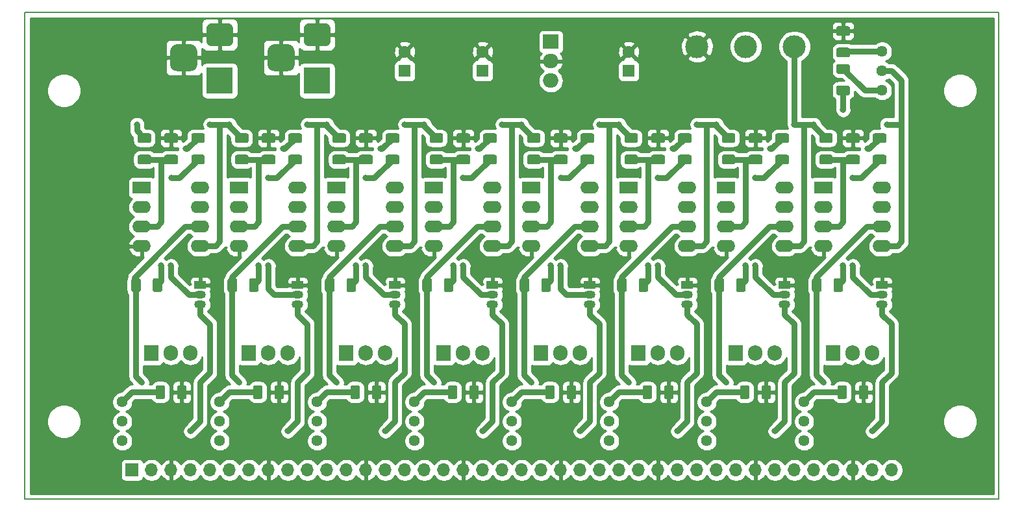
<source format=gbr>
From 1b8c0d32795be404dcd4f493d450cfa59134e1af Mon Sep 17 00:00:00 2001
From: Blaise Thompson <blaise@untzag.com>
Date: Fri, 7 May 2021 11:44:21 -0500
Subject: add

---
 .../driver-pcb/gerber/galvanosynth-F_Cu.gbr        | 21740 +++++++++++++++++++
 1 file changed, 21740 insertions(+)
 create mode 100644 galvanosyth/driver-pcb/gerber/galvanosynth-F_Cu.gbr

(limited to 'galvanosyth/driver-pcb/gerber/galvanosynth-F_Cu.gbr')

diff --git a/galvanosyth/driver-pcb/gerber/galvanosynth-F_Cu.gbr b/galvanosyth/driver-pcb/gerber/galvanosynth-F_Cu.gbr
new file mode 100644
index 0000000..efaaa36
--- /dev/null
+++ b/galvanosyth/driver-pcb/gerber/galvanosynth-F_Cu.gbr
@@ -0,0 +1,21740 @@
+G04 #@! TF.GenerationSoftware,KiCad,Pcbnew,5.1.5+dfsg1-2*
+G04 #@! TF.CreationDate,2020-03-03T15:22:14-06:00*
+G04 #@! TF.ProjectId,galvanosynth,67616c76-616e-46f7-9379-6e74682e6b69,4.1.1*
+G04 #@! TF.SameCoordinates,Original*
+G04 #@! TF.FileFunction,Copper,L1,Top*
+G04 #@! TF.FilePolarity,Positive*
+%FSLAX46Y46*%
+G04 Gerber Fmt 4.6, Leading zero omitted, Abs format (unit mm)*
+G04 Created by KiCad (PCBNEW 5.1.5+dfsg1-2) date 2020-03-03 15:22:14*
+%MOMM*%
+%LPD*%
+G04 APERTURE LIST*
+%ADD10C,0.150000*%
+%ADD11C,1.440000*%
+%ADD12C,0.100000*%
+%ADD13C,3.000000*%
+%ADD14R,3.500000X3.500000*%
+%ADD15O,2.400000X1.600000*%
+%ADD16R,2.400000X1.600000*%
+%ADD17R,1.500000X1.050000*%
+%ADD18O,1.500000X1.050000*%
+%ADD19O,1.905000X2.000000*%
+%ADD20R,1.905000X2.000000*%
+%ADD21O,2.000000X1.905000*%
+%ADD22R,2.000000X1.905000*%
+%ADD23O,1.700000X1.700000*%
+%ADD24R,1.700000X1.700000*%
+%ADD25C,1.600000*%
+%ADD26R,1.600000X1.600000*%
+%ADD27C,0.800000*%
+%ADD28C,0.762000*%
+%ADD29C,0.254000*%
+G04 APERTURE END LIST*
+D10*
+X50800000Y-127000000D02*
+X177800000Y-127000000D01*
+X50800000Y-63500000D02*
+X177800000Y-63500000D01*
+X50800000Y-127000000D02*
+X50800000Y-63500000D01*
+X177800000Y-127000000D02*
+X177800000Y-63500000D01*
+D11*
+X139700000Y-119380000D03*
+X139700000Y-116840000D03*
+X139700000Y-114300000D03*
+G04 #@! TA.AperFunction,SMDPad,CuDef*
+D12*
+G36*
+X157749504Y-112156204D02*
+G01*
+X157773773Y-112159804D01*
+X157797571Y-112165765D01*
+X157820671Y-112174030D01*
+X157842849Y-112184520D01*
+X157863893Y-112197133D01*
+X157883598Y-112211747D01*
+X157901777Y-112228223D01*
+X157918253Y-112246402D01*
+X157932867Y-112266107D01*
+X157945480Y-112287151D01*
+X157955970Y-112309329D01*
+X157964235Y-112332429D01*
+X157970196Y-112356227D01*
+X157973796Y-112380496D01*
+X157975000Y-112405000D01*
+X157975000Y-113655000D01*
+X157973796Y-113679504D01*
+X157970196Y-113703773D01*
+X157964235Y-113727571D01*
+X157955970Y-113750671D01*
+X157945480Y-113772849D01*
+X157932867Y-113793893D01*
+X157918253Y-113813598D01*
+X157901777Y-113831777D01*
+X157883598Y-113848253D01*
+X157863893Y-113862867D01*
+X157842849Y-113875480D01*
+X157820671Y-113885970D01*
+X157797571Y-113894235D01*
+X157773773Y-113900196D01*
+X157749504Y-113903796D01*
+X157725000Y-113905000D01*
+X156975000Y-113905000D01*
+X156950496Y-113903796D01*
+X156926227Y-113900196D01*
+X156902429Y-113894235D01*
+X156879329Y-113885970D01*
+X156857151Y-113875480D01*
+X156836107Y-113862867D01*
+X156816402Y-113848253D01*
+X156798223Y-113831777D01*
+X156781747Y-113813598D01*
+X156767133Y-113793893D01*
+X156754520Y-113772849D01*
+X156744030Y-113750671D01*
+X156735765Y-113727571D01*
+X156729804Y-113703773D01*
+X156726204Y-113679504D01*
+X156725000Y-113655000D01*
+X156725000Y-112405000D01*
+X156726204Y-112380496D01*
+X156729804Y-112356227D01*
+X156735765Y-112332429D01*
+X156744030Y-112309329D01*
+X156754520Y-112287151D01*
+X156767133Y-112266107D01*
+X156781747Y-112246402D01*
+X156798223Y-112228223D01*
+X156816402Y-112211747D01*
+X156836107Y-112197133D01*
+X156857151Y-112184520D01*
+X156879329Y-112174030D01*
+X156902429Y-112165765D01*
+X156926227Y-112159804D01*
+X156950496Y-112156204D01*
+X156975000Y-112155000D01*
+X157725000Y-112155000D01*
+X157749504Y-112156204D01*
+G37*
+G04 #@! TD.AperFunction*
+G04 #@! TA.AperFunction,SMDPad,CuDef*
+G36*
+X160549504Y-112156204D02*
+G01*
+X160573773Y-112159804D01*
+X160597571Y-112165765D01*
+X160620671Y-112174030D01*
+X160642849Y-112184520D01*
+X160663893Y-112197133D01*
+X160683598Y-112211747D01*
+X160701777Y-112228223D01*
+X160718253Y-112246402D01*
+X160732867Y-112266107D01*
+X160745480Y-112287151D01*
+X160755970Y-112309329D01*
+X160764235Y-112332429D01*
+X160770196Y-112356227D01*
+X160773796Y-112380496D01*
+X160775000Y-112405000D01*
+X160775000Y-113655000D01*
+X160773796Y-113679504D01*
+X160770196Y-113703773D01*
+X160764235Y-113727571D01*
+X160755970Y-113750671D01*
+X160745480Y-113772849D01*
+X160732867Y-113793893D01*
+X160718253Y-113813598D01*
+X160701777Y-113831777D01*
+X160683598Y-113848253D01*
+X160663893Y-113862867D01*
+X160642849Y-113875480D01*
+X160620671Y-113885970D01*
+X160597571Y-113894235D01*
+X160573773Y-113900196D01*
+X160549504Y-113903796D01*
+X160525000Y-113905000D01*
+X159775000Y-113905000D01*
+X159750496Y-113903796D01*
+X159726227Y-113900196D01*
+X159702429Y-113894235D01*
+X159679329Y-113885970D01*
+X159657151Y-113875480D01*
+X159636107Y-113862867D01*
+X159616402Y-113848253D01*
+X159598223Y-113831777D01*
+X159581747Y-113813598D01*
+X159567133Y-113793893D01*
+X159554520Y-113772849D01*
+X159544030Y-113750671D01*
+X159535765Y-113727571D01*
+X159529804Y-113703773D01*
+X159526204Y-113679504D01*
+X159525000Y-113655000D01*
+X159525000Y-112405000D01*
+X159526204Y-112380496D01*
+X159529804Y-112356227D01*
+X159535765Y-112332429D01*
+X159544030Y-112309329D01*
+X159554520Y-112287151D01*
+X159567133Y-112266107D01*
+X159581747Y-112246402D01*
+X159598223Y-112228223D01*
+X159616402Y-112211747D01*
+X159636107Y-112197133D01*
+X159657151Y-112184520D01*
+X159679329Y-112174030D01*
+X159702429Y-112165765D01*
+X159726227Y-112159804D01*
+X159750496Y-112156204D01*
+X159775000Y-112155000D01*
+X160525000Y-112155000D01*
+X160549504Y-112156204D01*
+G37*
+G04 #@! TD.AperFunction*
+G04 #@! TA.AperFunction,SMDPad,CuDef*
+G36*
+X145049504Y-112156204D02*
+G01*
+X145073773Y-112159804D01*
+X145097571Y-112165765D01*
+X145120671Y-112174030D01*
+X145142849Y-112184520D01*
+X145163893Y-112197133D01*
+X145183598Y-112211747D01*
+X145201777Y-112228223D01*
+X145218253Y-112246402D01*
+X145232867Y-112266107D01*
+X145245480Y-112287151D01*
+X145255970Y-112309329D01*
+X145264235Y-112332429D01*
+X145270196Y-112356227D01*
+X145273796Y-112380496D01*
+X145275000Y-112405000D01*
+X145275000Y-113655000D01*
+X145273796Y-113679504D01*
+X145270196Y-113703773D01*
+X145264235Y-113727571D01*
+X145255970Y-113750671D01*
+X145245480Y-113772849D01*
+X145232867Y-113793893D01*
+X145218253Y-113813598D01*
+X145201777Y-113831777D01*
+X145183598Y-113848253D01*
+X145163893Y-113862867D01*
+X145142849Y-113875480D01*
+X145120671Y-113885970D01*
+X145097571Y-113894235D01*
+X145073773Y-113900196D01*
+X145049504Y-113903796D01*
+X145025000Y-113905000D01*
+X144275000Y-113905000D01*
+X144250496Y-113903796D01*
+X144226227Y-113900196D01*
+X144202429Y-113894235D01*
+X144179329Y-113885970D01*
+X144157151Y-113875480D01*
+X144136107Y-113862867D01*
+X144116402Y-113848253D01*
+X144098223Y-113831777D01*
+X144081747Y-113813598D01*
+X144067133Y-113793893D01*
+X144054520Y-113772849D01*
+X144044030Y-113750671D01*
+X144035765Y-113727571D01*
+X144029804Y-113703773D01*
+X144026204Y-113679504D01*
+X144025000Y-113655000D01*
+X144025000Y-112405000D01*
+X144026204Y-112380496D01*
+X144029804Y-112356227D01*
+X144035765Y-112332429D01*
+X144044030Y-112309329D01*
+X144054520Y-112287151D01*
+X144067133Y-112266107D01*
+X144081747Y-112246402D01*
+X144098223Y-112228223D01*
+X144116402Y-112211747D01*
+X144136107Y-112197133D01*
+X144157151Y-112184520D01*
+X144179329Y-112174030D01*
+X144202429Y-112165765D01*
+X144226227Y-112159804D01*
+X144250496Y-112156204D01*
+X144275000Y-112155000D01*
+X145025000Y-112155000D01*
+X145049504Y-112156204D01*
+G37*
+G04 #@! TD.AperFunction*
+G04 #@! TA.AperFunction,SMDPad,CuDef*
+G36*
+X147849504Y-112156204D02*
+G01*
+X147873773Y-112159804D01*
+X147897571Y-112165765D01*
+X147920671Y-112174030D01*
+X147942849Y-112184520D01*
+X147963893Y-112197133D01*
+X147983598Y-112211747D01*
+X148001777Y-112228223D01*
+X148018253Y-112246402D01*
+X148032867Y-112266107D01*
+X148045480Y-112287151D01*
+X148055970Y-112309329D01*
+X148064235Y-112332429D01*
+X148070196Y-112356227D01*
+X148073796Y-112380496D01*
+X148075000Y-112405000D01*
+X148075000Y-113655000D01*
+X148073796Y-113679504D01*
+X148070196Y-113703773D01*
+X148064235Y-113727571D01*
+X148055970Y-113750671D01*
+X148045480Y-113772849D01*
+X148032867Y-113793893D01*
+X148018253Y-113813598D01*
+X148001777Y-113831777D01*
+X147983598Y-113848253D01*
+X147963893Y-113862867D01*
+X147942849Y-113875480D01*
+X147920671Y-113885970D01*
+X147897571Y-113894235D01*
+X147873773Y-113900196D01*
+X147849504Y-113903796D01*
+X147825000Y-113905000D01*
+X147075000Y-113905000D01*
+X147050496Y-113903796D01*
+X147026227Y-113900196D01*
+X147002429Y-113894235D01*
+X146979329Y-113885970D01*
+X146957151Y-113875480D01*
+X146936107Y-113862867D01*
+X146916402Y-113848253D01*
+X146898223Y-113831777D01*
+X146881747Y-113813598D01*
+X146867133Y-113793893D01*
+X146854520Y-113772849D01*
+X146844030Y-113750671D01*
+X146835765Y-113727571D01*
+X146829804Y-113703773D01*
+X146826204Y-113679504D01*
+X146825000Y-113655000D01*
+X146825000Y-112405000D01*
+X146826204Y-112380496D01*
+X146829804Y-112356227D01*
+X146835765Y-112332429D01*
+X146844030Y-112309329D01*
+X146854520Y-112287151D01*
+X146867133Y-112266107D01*
+X146881747Y-112246402D01*
+X146898223Y-112228223D01*
+X146916402Y-112211747D01*
+X146936107Y-112197133D01*
+X146957151Y-112184520D01*
+X146979329Y-112174030D01*
+X147002429Y-112165765D01*
+X147026227Y-112159804D01*
+X147050496Y-112156204D01*
+X147075000Y-112155000D01*
+X147825000Y-112155000D01*
+X147849504Y-112156204D01*
+G37*
+G04 #@! TD.AperFunction*
+G04 #@! TA.AperFunction,SMDPad,CuDef*
+G36*
+X132349504Y-112156204D02*
+G01*
+X132373773Y-112159804D01*
+X132397571Y-112165765D01*
+X132420671Y-112174030D01*
+X132442849Y-112184520D01*
+X132463893Y-112197133D01*
+X132483598Y-112211747D01*
+X132501777Y-112228223D01*
+X132518253Y-112246402D01*
+X132532867Y-112266107D01*
+X132545480Y-112287151D01*
+X132555970Y-112309329D01*
+X132564235Y-112332429D01*
+X132570196Y-112356227D01*
+X132573796Y-112380496D01*
+X132575000Y-112405000D01*
+X132575000Y-113655000D01*
+X132573796Y-113679504D01*
+X132570196Y-113703773D01*
+X132564235Y-113727571D01*
+X132555970Y-113750671D01*
+X132545480Y-113772849D01*
+X132532867Y-113793893D01*
+X132518253Y-113813598D01*
+X132501777Y-113831777D01*
+X132483598Y-113848253D01*
+X132463893Y-113862867D01*
+X132442849Y-113875480D01*
+X132420671Y-113885970D01*
+X132397571Y-113894235D01*
+X132373773Y-113900196D01*
+X132349504Y-113903796D01*
+X132325000Y-113905000D01*
+X131575000Y-113905000D01*
+X131550496Y-113903796D01*
+X131526227Y-113900196D01*
+X131502429Y-113894235D01*
+X131479329Y-113885970D01*
+X131457151Y-113875480D01*
+X131436107Y-113862867D01*
+X131416402Y-113848253D01*
+X131398223Y-113831777D01*
+X131381747Y-113813598D01*
+X131367133Y-113793893D01*
+X131354520Y-113772849D01*
+X131344030Y-113750671D01*
+X131335765Y-113727571D01*
+X131329804Y-113703773D01*
+X131326204Y-113679504D01*
+X131325000Y-113655000D01*
+X131325000Y-112405000D01*
+X131326204Y-112380496D01*
+X131329804Y-112356227D01*
+X131335765Y-112332429D01*
+X131344030Y-112309329D01*
+X131354520Y-112287151D01*
+X131367133Y-112266107D01*
+X131381747Y-112246402D01*
+X131398223Y-112228223D01*
+X131416402Y-112211747D01*
+X131436107Y-112197133D01*
+X131457151Y-112184520D01*
+X131479329Y-112174030D01*
+X131502429Y-112165765D01*
+X131526227Y-112159804D01*
+X131550496Y-112156204D01*
+X131575000Y-112155000D01*
+X132325000Y-112155000D01*
+X132349504Y-112156204D01*
+G37*
+G04 #@! TD.AperFunction*
+G04 #@! TA.AperFunction,SMDPad,CuDef*
+G36*
+X135149504Y-112156204D02*
+G01*
+X135173773Y-112159804D01*
+X135197571Y-112165765D01*
+X135220671Y-112174030D01*
+X135242849Y-112184520D01*
+X135263893Y-112197133D01*
+X135283598Y-112211747D01*
+X135301777Y-112228223D01*
+X135318253Y-112246402D01*
+X135332867Y-112266107D01*
+X135345480Y-112287151D01*
+X135355970Y-112309329D01*
+X135364235Y-112332429D01*
+X135370196Y-112356227D01*
+X135373796Y-112380496D01*
+X135375000Y-112405000D01*
+X135375000Y-113655000D01*
+X135373796Y-113679504D01*
+X135370196Y-113703773D01*
+X135364235Y-113727571D01*
+X135355970Y-113750671D01*
+X135345480Y-113772849D01*
+X135332867Y-113793893D01*
+X135318253Y-113813598D01*
+X135301777Y-113831777D01*
+X135283598Y-113848253D01*
+X135263893Y-113862867D01*
+X135242849Y-113875480D01*
+X135220671Y-113885970D01*
+X135197571Y-113894235D01*
+X135173773Y-113900196D01*
+X135149504Y-113903796D01*
+X135125000Y-113905000D01*
+X134375000Y-113905000D01*
+X134350496Y-113903796D01*
+X134326227Y-113900196D01*
+X134302429Y-113894235D01*
+X134279329Y-113885970D01*
+X134257151Y-113875480D01*
+X134236107Y-113862867D01*
+X134216402Y-113848253D01*
+X134198223Y-113831777D01*
+X134181747Y-113813598D01*
+X134167133Y-113793893D01*
+X134154520Y-113772849D01*
+X134144030Y-113750671D01*
+X134135765Y-113727571D01*
+X134129804Y-113703773D01*
+X134126204Y-113679504D01*
+X134125000Y-113655000D01*
+X134125000Y-112405000D01*
+X134126204Y-112380496D01*
+X134129804Y-112356227D01*
+X134135765Y-112332429D01*
+X134144030Y-112309329D01*
+X134154520Y-112287151D01*
+X134167133Y-112266107D01*
+X134181747Y-112246402D01*
+X134198223Y-112228223D01*
+X134216402Y-112211747D01*
+X134236107Y-112197133D01*
+X134257151Y-112184520D01*
+X134279329Y-112174030D01*
+X134302429Y-112165765D01*
+X134326227Y-112159804D01*
+X134350496Y-112156204D01*
+X134375000Y-112155000D01*
+X135125000Y-112155000D01*
+X135149504Y-112156204D01*
+G37*
+G04 #@! TD.AperFunction*
+G04 #@! TA.AperFunction,SMDPad,CuDef*
+G36*
+X119649504Y-112156204D02*
+G01*
+X119673773Y-112159804D01*
+X119697571Y-112165765D01*
+X119720671Y-112174030D01*
+X119742849Y-112184520D01*
+X119763893Y-112197133D01*
+X119783598Y-112211747D01*
+X119801777Y-112228223D01*
+X119818253Y-112246402D01*
+X119832867Y-112266107D01*
+X119845480Y-112287151D01*
+X119855970Y-112309329D01*
+X119864235Y-112332429D01*
+X119870196Y-112356227D01*
+X119873796Y-112380496D01*
+X119875000Y-112405000D01*
+X119875000Y-113655000D01*
+X119873796Y-113679504D01*
+X119870196Y-113703773D01*
+X119864235Y-113727571D01*
+X119855970Y-113750671D01*
+X119845480Y-113772849D01*
+X119832867Y-113793893D01*
+X119818253Y-113813598D01*
+X119801777Y-113831777D01*
+X119783598Y-113848253D01*
+X119763893Y-113862867D01*
+X119742849Y-113875480D01*
+X119720671Y-113885970D01*
+X119697571Y-113894235D01*
+X119673773Y-113900196D01*
+X119649504Y-113903796D01*
+X119625000Y-113905000D01*
+X118875000Y-113905000D01*
+X118850496Y-113903796D01*
+X118826227Y-113900196D01*
+X118802429Y-113894235D01*
+X118779329Y-113885970D01*
+X118757151Y-113875480D01*
+X118736107Y-113862867D01*
+X118716402Y-113848253D01*
+X118698223Y-113831777D01*
+X118681747Y-113813598D01*
+X118667133Y-113793893D01*
+X118654520Y-113772849D01*
+X118644030Y-113750671D01*
+X118635765Y-113727571D01*
+X118629804Y-113703773D01*
+X118626204Y-113679504D01*
+X118625000Y-113655000D01*
+X118625000Y-112405000D01*
+X118626204Y-112380496D01*
+X118629804Y-112356227D01*
+X118635765Y-112332429D01*
+X118644030Y-112309329D01*
+X118654520Y-112287151D01*
+X118667133Y-112266107D01*
+X118681747Y-112246402D01*
+X118698223Y-112228223D01*
+X118716402Y-112211747D01*
+X118736107Y-112197133D01*
+X118757151Y-112184520D01*
+X118779329Y-112174030D01*
+X118802429Y-112165765D01*
+X118826227Y-112159804D01*
+X118850496Y-112156204D01*
+X118875000Y-112155000D01*
+X119625000Y-112155000D01*
+X119649504Y-112156204D01*
+G37*
+G04 #@! TD.AperFunction*
+G04 #@! TA.AperFunction,SMDPad,CuDef*
+G36*
+X122449504Y-112156204D02*
+G01*
+X122473773Y-112159804D01*
+X122497571Y-112165765D01*
+X122520671Y-112174030D01*
+X122542849Y-112184520D01*
+X122563893Y-112197133D01*
+X122583598Y-112211747D01*
+X122601777Y-112228223D01*
+X122618253Y-112246402D01*
+X122632867Y-112266107D01*
+X122645480Y-112287151D01*
+X122655970Y-112309329D01*
+X122664235Y-112332429D01*
+X122670196Y-112356227D01*
+X122673796Y-112380496D01*
+X122675000Y-112405000D01*
+X122675000Y-113655000D01*
+X122673796Y-113679504D01*
+X122670196Y-113703773D01*
+X122664235Y-113727571D01*
+X122655970Y-113750671D01*
+X122645480Y-113772849D01*
+X122632867Y-113793893D01*
+X122618253Y-113813598D01*
+X122601777Y-113831777D01*
+X122583598Y-113848253D01*
+X122563893Y-113862867D01*
+X122542849Y-113875480D01*
+X122520671Y-113885970D01*
+X122497571Y-113894235D01*
+X122473773Y-113900196D01*
+X122449504Y-113903796D01*
+X122425000Y-113905000D01*
+X121675000Y-113905000D01*
+X121650496Y-113903796D01*
+X121626227Y-113900196D01*
+X121602429Y-113894235D01*
+X121579329Y-113885970D01*
+X121557151Y-113875480D01*
+X121536107Y-113862867D01*
+X121516402Y-113848253D01*
+X121498223Y-113831777D01*
+X121481747Y-113813598D01*
+X121467133Y-113793893D01*
+X121454520Y-113772849D01*
+X121444030Y-113750671D01*
+X121435765Y-113727571D01*
+X121429804Y-113703773D01*
+X121426204Y-113679504D01*
+X121425000Y-113655000D01*
+X121425000Y-112405000D01*
+X121426204Y-112380496D01*
+X121429804Y-112356227D01*
+X121435765Y-112332429D01*
+X121444030Y-112309329D01*
+X121454520Y-112287151D01*
+X121467133Y-112266107D01*
+X121481747Y-112246402D01*
+X121498223Y-112228223D01*
+X121516402Y-112211747D01*
+X121536107Y-112197133D01*
+X121557151Y-112184520D01*
+X121579329Y-112174030D01*
+X121602429Y-112165765D01*
+X121626227Y-112159804D01*
+X121650496Y-112156204D01*
+X121675000Y-112155000D01*
+X122425000Y-112155000D01*
+X122449504Y-112156204D01*
+G37*
+G04 #@! TD.AperFunction*
+G04 #@! TA.AperFunction,SMDPad,CuDef*
+G36*
+X106949504Y-112156204D02*
+G01*
+X106973773Y-112159804D01*
+X106997571Y-112165765D01*
+X107020671Y-112174030D01*
+X107042849Y-112184520D01*
+X107063893Y-112197133D01*
+X107083598Y-112211747D01*
+X107101777Y-112228223D01*
+X107118253Y-112246402D01*
+X107132867Y-112266107D01*
+X107145480Y-112287151D01*
+X107155970Y-112309329D01*
+X107164235Y-112332429D01*
+X107170196Y-112356227D01*
+X107173796Y-112380496D01*
+X107175000Y-112405000D01*
+X107175000Y-113655000D01*
+X107173796Y-113679504D01*
+X107170196Y-113703773D01*
+X107164235Y-113727571D01*
+X107155970Y-113750671D01*
+X107145480Y-113772849D01*
+X107132867Y-113793893D01*
+X107118253Y-113813598D01*
+X107101777Y-113831777D01*
+X107083598Y-113848253D01*
+X107063893Y-113862867D01*
+X107042849Y-113875480D01*
+X107020671Y-113885970D01*
+X106997571Y-113894235D01*
+X106973773Y-113900196D01*
+X106949504Y-113903796D01*
+X106925000Y-113905000D01*
+X106175000Y-113905000D01*
+X106150496Y-113903796D01*
+X106126227Y-113900196D01*
+X106102429Y-113894235D01*
+X106079329Y-113885970D01*
+X106057151Y-113875480D01*
+X106036107Y-113862867D01*
+X106016402Y-113848253D01*
+X105998223Y-113831777D01*
+X105981747Y-113813598D01*
+X105967133Y-113793893D01*
+X105954520Y-113772849D01*
+X105944030Y-113750671D01*
+X105935765Y-113727571D01*
+X105929804Y-113703773D01*
+X105926204Y-113679504D01*
+X105925000Y-113655000D01*
+X105925000Y-112405000D01*
+X105926204Y-112380496D01*
+X105929804Y-112356227D01*
+X105935765Y-112332429D01*
+X105944030Y-112309329D01*
+X105954520Y-112287151D01*
+X105967133Y-112266107D01*
+X105981747Y-112246402D01*
+X105998223Y-112228223D01*
+X106016402Y-112211747D01*
+X106036107Y-112197133D01*
+X106057151Y-112184520D01*
+X106079329Y-112174030D01*
+X106102429Y-112165765D01*
+X106126227Y-112159804D01*
+X106150496Y-112156204D01*
+X106175000Y-112155000D01*
+X106925000Y-112155000D01*
+X106949504Y-112156204D01*
+G37*
+G04 #@! TD.AperFunction*
+G04 #@! TA.AperFunction,SMDPad,CuDef*
+G36*
+X109749504Y-112156204D02*
+G01*
+X109773773Y-112159804D01*
+X109797571Y-112165765D01*
+X109820671Y-112174030D01*
+X109842849Y-112184520D01*
+X109863893Y-112197133D01*
+X109883598Y-112211747D01*
+X109901777Y-112228223D01*
+X109918253Y-112246402D01*
+X109932867Y-112266107D01*
+X109945480Y-112287151D01*
+X109955970Y-112309329D01*
+X109964235Y-112332429D01*
+X109970196Y-112356227D01*
+X109973796Y-112380496D01*
+X109975000Y-112405000D01*
+X109975000Y-113655000D01*
+X109973796Y-113679504D01*
+X109970196Y-113703773D01*
+X109964235Y-113727571D01*
+X109955970Y-113750671D01*
+X109945480Y-113772849D01*
+X109932867Y-113793893D01*
+X109918253Y-113813598D01*
+X109901777Y-113831777D01*
+X109883598Y-113848253D01*
+X109863893Y-113862867D01*
+X109842849Y-113875480D01*
+X109820671Y-113885970D01*
+X109797571Y-113894235D01*
+X109773773Y-113900196D01*
+X109749504Y-113903796D01*
+X109725000Y-113905000D01*
+X108975000Y-113905000D01*
+X108950496Y-113903796D01*
+X108926227Y-113900196D01*
+X108902429Y-113894235D01*
+X108879329Y-113885970D01*
+X108857151Y-113875480D01*
+X108836107Y-113862867D01*
+X108816402Y-113848253D01*
+X108798223Y-113831777D01*
+X108781747Y-113813598D01*
+X108767133Y-113793893D01*
+X108754520Y-113772849D01*
+X108744030Y-113750671D01*
+X108735765Y-113727571D01*
+X108729804Y-113703773D01*
+X108726204Y-113679504D01*
+X108725000Y-113655000D01*
+X108725000Y-112405000D01*
+X108726204Y-112380496D01*
+X108729804Y-112356227D01*
+X108735765Y-112332429D01*
+X108744030Y-112309329D01*
+X108754520Y-112287151D01*
+X108767133Y-112266107D01*
+X108781747Y-112246402D01*
+X108798223Y-112228223D01*
+X108816402Y-112211747D01*
+X108836107Y-112197133D01*
+X108857151Y-112184520D01*
+X108879329Y-112174030D01*
+X108902429Y-112165765D01*
+X108926227Y-112159804D01*
+X108950496Y-112156204D01*
+X108975000Y-112155000D01*
+X109725000Y-112155000D01*
+X109749504Y-112156204D01*
+G37*
+G04 #@! TD.AperFunction*
+G04 #@! TA.AperFunction,SMDPad,CuDef*
+G36*
+X94249504Y-112156204D02*
+G01*
+X94273773Y-112159804D01*
+X94297571Y-112165765D01*
+X94320671Y-112174030D01*
+X94342849Y-112184520D01*
+X94363893Y-112197133D01*
+X94383598Y-112211747D01*
+X94401777Y-112228223D01*
+X94418253Y-112246402D01*
+X94432867Y-112266107D01*
+X94445480Y-112287151D01*
+X94455970Y-112309329D01*
+X94464235Y-112332429D01*
+X94470196Y-112356227D01*
+X94473796Y-112380496D01*
+X94475000Y-112405000D01*
+X94475000Y-113655000D01*
+X94473796Y-113679504D01*
+X94470196Y-113703773D01*
+X94464235Y-113727571D01*
+X94455970Y-113750671D01*
+X94445480Y-113772849D01*
+X94432867Y-113793893D01*
+X94418253Y-113813598D01*
+X94401777Y-113831777D01*
+X94383598Y-113848253D01*
+X94363893Y-113862867D01*
+X94342849Y-113875480D01*
+X94320671Y-113885970D01*
+X94297571Y-113894235D01*
+X94273773Y-113900196D01*
+X94249504Y-113903796D01*
+X94225000Y-113905000D01*
+X93475000Y-113905000D01*
+X93450496Y-113903796D01*
+X93426227Y-113900196D01*
+X93402429Y-113894235D01*
+X93379329Y-113885970D01*
+X93357151Y-113875480D01*
+X93336107Y-113862867D01*
+X93316402Y-113848253D01*
+X93298223Y-113831777D01*
+X93281747Y-113813598D01*
+X93267133Y-113793893D01*
+X93254520Y-113772849D01*
+X93244030Y-113750671D01*
+X93235765Y-113727571D01*
+X93229804Y-113703773D01*
+X93226204Y-113679504D01*
+X93225000Y-113655000D01*
+X93225000Y-112405000D01*
+X93226204Y-112380496D01*
+X93229804Y-112356227D01*
+X93235765Y-112332429D01*
+X93244030Y-112309329D01*
+X93254520Y-112287151D01*
+X93267133Y-112266107D01*
+X93281747Y-112246402D01*
+X93298223Y-112228223D01*
+X93316402Y-112211747D01*
+X93336107Y-112197133D01*
+X93357151Y-112184520D01*
+X93379329Y-112174030D01*
+X93402429Y-112165765D01*
+X93426227Y-112159804D01*
+X93450496Y-112156204D01*
+X93475000Y-112155000D01*
+X94225000Y-112155000D01*
+X94249504Y-112156204D01*
+G37*
+G04 #@! TD.AperFunction*
+G04 #@! TA.AperFunction,SMDPad,CuDef*
+G36*
+X97049504Y-112156204D02*
+G01*
+X97073773Y-112159804D01*
+X97097571Y-112165765D01*
+X97120671Y-112174030D01*
+X97142849Y-112184520D01*
+X97163893Y-112197133D01*
+X97183598Y-112211747D01*
+X97201777Y-112228223D01*
+X97218253Y-112246402D01*
+X97232867Y-112266107D01*
+X97245480Y-112287151D01*
+X97255970Y-112309329D01*
+X97264235Y-112332429D01*
+X97270196Y-112356227D01*
+X97273796Y-112380496D01*
+X97275000Y-112405000D01*
+X97275000Y-113655000D01*
+X97273796Y-113679504D01*
+X97270196Y-113703773D01*
+X97264235Y-113727571D01*
+X97255970Y-113750671D01*
+X97245480Y-113772849D01*
+X97232867Y-113793893D01*
+X97218253Y-113813598D01*
+X97201777Y-113831777D01*
+X97183598Y-113848253D01*
+X97163893Y-113862867D01*
+X97142849Y-113875480D01*
+X97120671Y-113885970D01*
+X97097571Y-113894235D01*
+X97073773Y-113900196D01*
+X97049504Y-113903796D01*
+X97025000Y-113905000D01*
+X96275000Y-113905000D01*
+X96250496Y-113903796D01*
+X96226227Y-113900196D01*
+X96202429Y-113894235D01*
+X96179329Y-113885970D01*
+X96157151Y-113875480D01*
+X96136107Y-113862867D01*
+X96116402Y-113848253D01*
+X96098223Y-113831777D01*
+X96081747Y-113813598D01*
+X96067133Y-113793893D01*
+X96054520Y-113772849D01*
+X96044030Y-113750671D01*
+X96035765Y-113727571D01*
+X96029804Y-113703773D01*
+X96026204Y-113679504D01*
+X96025000Y-113655000D01*
+X96025000Y-112405000D01*
+X96026204Y-112380496D01*
+X96029804Y-112356227D01*
+X96035765Y-112332429D01*
+X96044030Y-112309329D01*
+X96054520Y-112287151D01*
+X96067133Y-112266107D01*
+X96081747Y-112246402D01*
+X96098223Y-112228223D01*
+X96116402Y-112211747D01*
+X96136107Y-112197133D01*
+X96157151Y-112184520D01*
+X96179329Y-112174030D01*
+X96202429Y-112165765D01*
+X96226227Y-112159804D01*
+X96250496Y-112156204D01*
+X96275000Y-112155000D01*
+X97025000Y-112155000D01*
+X97049504Y-112156204D01*
+G37*
+G04 #@! TD.AperFunction*
+G04 #@! TA.AperFunction,SMDPad,CuDef*
+G36*
+X81549504Y-112156204D02*
+G01*
+X81573773Y-112159804D01*
+X81597571Y-112165765D01*
+X81620671Y-112174030D01*
+X81642849Y-112184520D01*
+X81663893Y-112197133D01*
+X81683598Y-112211747D01*
+X81701777Y-112228223D01*
+X81718253Y-112246402D01*
+X81732867Y-112266107D01*
+X81745480Y-112287151D01*
+X81755970Y-112309329D01*
+X81764235Y-112332429D01*
+X81770196Y-112356227D01*
+X81773796Y-112380496D01*
+X81775000Y-112405000D01*
+X81775000Y-113655000D01*
+X81773796Y-113679504D01*
+X81770196Y-113703773D01*
+X81764235Y-113727571D01*
+X81755970Y-113750671D01*
+X81745480Y-113772849D01*
+X81732867Y-113793893D01*
+X81718253Y-113813598D01*
+X81701777Y-113831777D01*
+X81683598Y-113848253D01*
+X81663893Y-113862867D01*
+X81642849Y-113875480D01*
+X81620671Y-113885970D01*
+X81597571Y-113894235D01*
+X81573773Y-113900196D01*
+X81549504Y-113903796D01*
+X81525000Y-113905000D01*
+X80775000Y-113905000D01*
+X80750496Y-113903796D01*
+X80726227Y-113900196D01*
+X80702429Y-113894235D01*
+X80679329Y-113885970D01*
+X80657151Y-113875480D01*
+X80636107Y-113862867D01*
+X80616402Y-113848253D01*
+X80598223Y-113831777D01*
+X80581747Y-113813598D01*
+X80567133Y-113793893D01*
+X80554520Y-113772849D01*
+X80544030Y-113750671D01*
+X80535765Y-113727571D01*
+X80529804Y-113703773D01*
+X80526204Y-113679504D01*
+X80525000Y-113655000D01*
+X80525000Y-112405000D01*
+X80526204Y-112380496D01*
+X80529804Y-112356227D01*
+X80535765Y-112332429D01*
+X80544030Y-112309329D01*
+X80554520Y-112287151D01*
+X80567133Y-112266107D01*
+X80581747Y-112246402D01*
+X80598223Y-112228223D01*
+X80616402Y-112211747D01*
+X80636107Y-112197133D01*
+X80657151Y-112184520D01*
+X80679329Y-112174030D01*
+X80702429Y-112165765D01*
+X80726227Y-112159804D01*
+X80750496Y-112156204D01*
+X80775000Y-112155000D01*
+X81525000Y-112155000D01*
+X81549504Y-112156204D01*
+G37*
+G04 #@! TD.AperFunction*
+G04 #@! TA.AperFunction,SMDPad,CuDef*
+G36*
+X84349504Y-112156204D02*
+G01*
+X84373773Y-112159804D01*
+X84397571Y-112165765D01*
+X84420671Y-112174030D01*
+X84442849Y-112184520D01*
+X84463893Y-112197133D01*
+X84483598Y-112211747D01*
+X84501777Y-112228223D01*
+X84518253Y-112246402D01*
+X84532867Y-112266107D01*
+X84545480Y-112287151D01*
+X84555970Y-112309329D01*
+X84564235Y-112332429D01*
+X84570196Y-112356227D01*
+X84573796Y-112380496D01*
+X84575000Y-112405000D01*
+X84575000Y-113655000D01*
+X84573796Y-113679504D01*
+X84570196Y-113703773D01*
+X84564235Y-113727571D01*
+X84555970Y-113750671D01*
+X84545480Y-113772849D01*
+X84532867Y-113793893D01*
+X84518253Y-113813598D01*
+X84501777Y-113831777D01*
+X84483598Y-113848253D01*
+X84463893Y-113862867D01*
+X84442849Y-113875480D01*
+X84420671Y-113885970D01*
+X84397571Y-113894235D01*
+X84373773Y-113900196D01*
+X84349504Y-113903796D01*
+X84325000Y-113905000D01*
+X83575000Y-113905000D01*
+X83550496Y-113903796D01*
+X83526227Y-113900196D01*
+X83502429Y-113894235D01*
+X83479329Y-113885970D01*
+X83457151Y-113875480D01*
+X83436107Y-113862867D01*
+X83416402Y-113848253D01*
+X83398223Y-113831777D01*
+X83381747Y-113813598D01*
+X83367133Y-113793893D01*
+X83354520Y-113772849D01*
+X83344030Y-113750671D01*
+X83335765Y-113727571D01*
+X83329804Y-113703773D01*
+X83326204Y-113679504D01*
+X83325000Y-113655000D01*
+X83325000Y-112405000D01*
+X83326204Y-112380496D01*
+X83329804Y-112356227D01*
+X83335765Y-112332429D01*
+X83344030Y-112309329D01*
+X83354520Y-112287151D01*
+X83367133Y-112266107D01*
+X83381747Y-112246402D01*
+X83398223Y-112228223D01*
+X83416402Y-112211747D01*
+X83436107Y-112197133D01*
+X83457151Y-112184520D01*
+X83479329Y-112174030D01*
+X83502429Y-112165765D01*
+X83526227Y-112159804D01*
+X83550496Y-112156204D01*
+X83575000Y-112155000D01*
+X84325000Y-112155000D01*
+X84349504Y-112156204D01*
+G37*
+G04 #@! TD.AperFunction*
+G04 #@! TA.AperFunction,SMDPad,CuDef*
+G36*
+X68849504Y-112156204D02*
+G01*
+X68873773Y-112159804D01*
+X68897571Y-112165765D01*
+X68920671Y-112174030D01*
+X68942849Y-112184520D01*
+X68963893Y-112197133D01*
+X68983598Y-112211747D01*
+X69001777Y-112228223D01*
+X69018253Y-112246402D01*
+X69032867Y-112266107D01*
+X69045480Y-112287151D01*
+X69055970Y-112309329D01*
+X69064235Y-112332429D01*
+X69070196Y-112356227D01*
+X69073796Y-112380496D01*
+X69075000Y-112405000D01*
+X69075000Y-113655000D01*
+X69073796Y-113679504D01*
+X69070196Y-113703773D01*
+X69064235Y-113727571D01*
+X69055970Y-113750671D01*
+X69045480Y-113772849D01*
+X69032867Y-113793893D01*
+X69018253Y-113813598D01*
+X69001777Y-113831777D01*
+X68983598Y-113848253D01*
+X68963893Y-113862867D01*
+X68942849Y-113875480D01*
+X68920671Y-113885970D01*
+X68897571Y-113894235D01*
+X68873773Y-113900196D01*
+X68849504Y-113903796D01*
+X68825000Y-113905000D01*
+X68075000Y-113905000D01*
+X68050496Y-113903796D01*
+X68026227Y-113900196D01*
+X68002429Y-113894235D01*
+X67979329Y-113885970D01*
+X67957151Y-113875480D01*
+X67936107Y-113862867D01*
+X67916402Y-113848253D01*
+X67898223Y-113831777D01*
+X67881747Y-113813598D01*
+X67867133Y-113793893D01*
+X67854520Y-113772849D01*
+X67844030Y-113750671D01*
+X67835765Y-113727571D01*
+X67829804Y-113703773D01*
+X67826204Y-113679504D01*
+X67825000Y-113655000D01*
+X67825000Y-112405000D01*
+X67826204Y-112380496D01*
+X67829804Y-112356227D01*
+X67835765Y-112332429D01*
+X67844030Y-112309329D01*
+X67854520Y-112287151D01*
+X67867133Y-112266107D01*
+X67881747Y-112246402D01*
+X67898223Y-112228223D01*
+X67916402Y-112211747D01*
+X67936107Y-112197133D01*
+X67957151Y-112184520D01*
+X67979329Y-112174030D01*
+X68002429Y-112165765D01*
+X68026227Y-112159804D01*
+X68050496Y-112156204D01*
+X68075000Y-112155000D01*
+X68825000Y-112155000D01*
+X68849504Y-112156204D01*
+G37*
+G04 #@! TD.AperFunction*
+G04 #@! TA.AperFunction,SMDPad,CuDef*
+G36*
+X71649504Y-112156204D02*
+G01*
+X71673773Y-112159804D01*
+X71697571Y-112165765D01*
+X71720671Y-112174030D01*
+X71742849Y-112184520D01*
+X71763893Y-112197133D01*
+X71783598Y-112211747D01*
+X71801777Y-112228223D01*
+X71818253Y-112246402D01*
+X71832867Y-112266107D01*
+X71845480Y-112287151D01*
+X71855970Y-112309329D01*
+X71864235Y-112332429D01*
+X71870196Y-112356227D01*
+X71873796Y-112380496D01*
+X71875000Y-112405000D01*
+X71875000Y-113655000D01*
+X71873796Y-113679504D01*
+X71870196Y-113703773D01*
+X71864235Y-113727571D01*
+X71855970Y-113750671D01*
+X71845480Y-113772849D01*
+X71832867Y-113793893D01*
+X71818253Y-113813598D01*
+X71801777Y-113831777D01*
+X71783598Y-113848253D01*
+X71763893Y-113862867D01*
+X71742849Y-113875480D01*
+X71720671Y-113885970D01*
+X71697571Y-113894235D01*
+X71673773Y-113900196D01*
+X71649504Y-113903796D01*
+X71625000Y-113905000D01*
+X70875000Y-113905000D01*
+X70850496Y-113903796D01*
+X70826227Y-113900196D01*
+X70802429Y-113894235D01*
+X70779329Y-113885970D01*
+X70757151Y-113875480D01*
+X70736107Y-113862867D01*
+X70716402Y-113848253D01*
+X70698223Y-113831777D01*
+X70681747Y-113813598D01*
+X70667133Y-113793893D01*
+X70654520Y-113772849D01*
+X70644030Y-113750671D01*
+X70635765Y-113727571D01*
+X70629804Y-113703773D01*
+X70626204Y-113679504D01*
+X70625000Y-113655000D01*
+X70625000Y-112405000D01*
+X70626204Y-112380496D01*
+X70629804Y-112356227D01*
+X70635765Y-112332429D01*
+X70644030Y-112309329D01*
+X70654520Y-112287151D01*
+X70667133Y-112266107D01*
+X70681747Y-112246402D01*
+X70698223Y-112228223D01*
+X70716402Y-112211747D01*
+X70736107Y-112197133D01*
+X70757151Y-112184520D01*
+X70779329Y-112174030D01*
+X70802429Y-112165765D01*
+X70826227Y-112159804D01*
+X70850496Y-112156204D01*
+X70875000Y-112155000D01*
+X71625000Y-112155000D01*
+X71649504Y-112156204D01*
+G37*
+G04 #@! TD.AperFunction*
+G04 #@! TA.AperFunction,SMDPad,CuDef*
+G36*
+X158129504Y-65286204D02*
+G01*
+X158153773Y-65289804D01*
+X158177571Y-65295765D01*
+X158200671Y-65304030D01*
+X158222849Y-65314520D01*
+X158243893Y-65327133D01*
+X158263598Y-65341747D01*
+X158281777Y-65358223D01*
+X158298253Y-65376402D01*
+X158312867Y-65396107D01*
+X158325480Y-65417151D01*
+X158335970Y-65439329D01*
+X158344235Y-65462429D01*
+X158350196Y-65486227D01*
+X158353796Y-65510496D01*
+X158355000Y-65535000D01*
+X158355000Y-66285000D01*
+X158353796Y-66309504D01*
+X158350196Y-66333773D01*
+X158344235Y-66357571D01*
+X158335970Y-66380671D01*
+X158325480Y-66402849D01*
+X158312867Y-66423893D01*
+X158298253Y-66443598D01*
+X158281777Y-66461777D01*
+X158263598Y-66478253D01*
+X158243893Y-66492867D01*
+X158222849Y-66505480D01*
+X158200671Y-66515970D01*
+X158177571Y-66524235D01*
+X158153773Y-66530196D01*
+X158129504Y-66533796D01*
+X158105000Y-66535000D01*
+X156855000Y-66535000D01*
+X156830496Y-66533796D01*
+X156806227Y-66530196D01*
+X156782429Y-66524235D01*
+X156759329Y-66515970D01*
+X156737151Y-66505480D01*
+X156716107Y-66492867D01*
+X156696402Y-66478253D01*
+X156678223Y-66461777D01*
+X156661747Y-66443598D01*
+X156647133Y-66423893D01*
+X156634520Y-66402849D01*
+X156624030Y-66380671D01*
+X156615765Y-66357571D01*
+X156609804Y-66333773D01*
+X156606204Y-66309504D01*
+X156605000Y-66285000D01*
+X156605000Y-65535000D01*
+X156606204Y-65510496D01*
+X156609804Y-65486227D01*
+X156615765Y-65462429D01*
+X156624030Y-65439329D01*
+X156634520Y-65417151D01*
+X156647133Y-65396107D01*
+X156661747Y-65376402D01*
+X156678223Y-65358223D01*
+X156696402Y-65341747D01*
+X156716107Y-65327133D01*
+X156737151Y-65314520D01*
+X156759329Y-65304030D01*
+X156782429Y-65295765D01*
+X156806227Y-65289804D01*
+X156830496Y-65286204D01*
+X156855000Y-65285000D01*
+X158105000Y-65285000D01*
+X158129504Y-65286204D01*
+G37*
+G04 #@! TD.AperFunction*
+G04 #@! TA.AperFunction,SMDPad,CuDef*
+G36*
+X158129504Y-68086204D02*
+G01*
+X158153773Y-68089804D01*
+X158177571Y-68095765D01*
+X158200671Y-68104030D01*
+X158222849Y-68114520D01*
+X158243893Y-68127133D01*
+X158263598Y-68141747D01*
+X158281777Y-68158223D01*
+X158298253Y-68176402D01*
+X158312867Y-68196107D01*
+X158325480Y-68217151D01*
+X158335970Y-68239329D01*
+X158344235Y-68262429D01*
+X158350196Y-68286227D01*
+X158353796Y-68310496D01*
+X158355000Y-68335000D01*
+X158355000Y-69085000D01*
+X158353796Y-69109504D01*
+X158350196Y-69133773D01*
+X158344235Y-69157571D01*
+X158335970Y-69180671D01*
+X158325480Y-69202849D01*
+X158312867Y-69223893D01*
+X158298253Y-69243598D01*
+X158281777Y-69261777D01*
+X158263598Y-69278253D01*
+X158243893Y-69292867D01*
+X158222849Y-69305480D01*
+X158200671Y-69315970D01*
+X158177571Y-69324235D01*
+X158153773Y-69330196D01*
+X158129504Y-69333796D01*
+X158105000Y-69335000D01*
+X156855000Y-69335000D01*
+X156830496Y-69333796D01*
+X156806227Y-69330196D01*
+X156782429Y-69324235D01*
+X156759329Y-69315970D01*
+X156737151Y-69305480D01*
+X156716107Y-69292867D01*
+X156696402Y-69278253D01*
+X156678223Y-69261777D01*
+X156661747Y-69243598D01*
+X156647133Y-69223893D01*
+X156634520Y-69202849D01*
+X156624030Y-69180671D01*
+X156615765Y-69157571D01*
+X156609804Y-69133773D01*
+X156606204Y-69109504D01*
+X156605000Y-69085000D01*
+X156605000Y-68335000D01*
+X156606204Y-68310496D01*
+X156609804Y-68286227D01*
+X156615765Y-68262429D01*
+X156624030Y-68239329D01*
+X156634520Y-68217151D01*
+X156647133Y-68196107D01*
+X156661747Y-68176402D01*
+X156678223Y-68158223D01*
+X156696402Y-68141747D01*
+X156716107Y-68127133D01*
+X156737151Y-68114520D01*
+X156759329Y-68104030D01*
+X156782429Y-68095765D01*
+X156806227Y-68089804D01*
+X156830496Y-68086204D01*
+X156855000Y-68085000D01*
+X158105000Y-68085000D01*
+X158129504Y-68086204D01*
+G37*
+G04 #@! TD.AperFunction*
+G04 #@! TA.AperFunction,SMDPad,CuDef*
+G36*
+X158129504Y-70236204D02*
+G01*
+X158153773Y-70239804D01*
+X158177571Y-70245765D01*
+X158200671Y-70254030D01*
+X158222849Y-70264520D01*
+X158243893Y-70277133D01*
+X158263598Y-70291747D01*
+X158281777Y-70308223D01*
+X158298253Y-70326402D01*
+X158312867Y-70346107D01*
+X158325480Y-70367151D01*
+X158335970Y-70389329D01*
+X158344235Y-70412429D01*
+X158350196Y-70436227D01*
+X158353796Y-70460496D01*
+X158355000Y-70485000D01*
+X158355000Y-71235000D01*
+X158353796Y-71259504D01*
+X158350196Y-71283773D01*
+X158344235Y-71307571D01*
+X158335970Y-71330671D01*
+X158325480Y-71352849D01*
+X158312867Y-71373893D01*
+X158298253Y-71393598D01*
+X158281777Y-71411777D01*
+X158263598Y-71428253D01*
+X158243893Y-71442867D01*
+X158222849Y-71455480D01*
+X158200671Y-71465970D01*
+X158177571Y-71474235D01*
+X158153773Y-71480196D01*
+X158129504Y-71483796D01*
+X158105000Y-71485000D01*
+X156855000Y-71485000D01*
+X156830496Y-71483796D01*
+X156806227Y-71480196D01*
+X156782429Y-71474235D01*
+X156759329Y-71465970D01*
+X156737151Y-71455480D01*
+X156716107Y-71442867D01*
+X156696402Y-71428253D01*
+X156678223Y-71411777D01*
+X156661747Y-71393598D01*
+X156647133Y-71373893D01*
+X156634520Y-71352849D01*
+X156624030Y-71330671D01*
+X156615765Y-71307571D01*
+X156609804Y-71283773D01*
+X156606204Y-71259504D01*
+X156605000Y-71235000D01*
+X156605000Y-70485000D01*
+X156606204Y-70460496D01*
+X156609804Y-70436227D01*
+X156615765Y-70412429D01*
+X156624030Y-70389329D01*
+X156634520Y-70367151D01*
+X156647133Y-70346107D01*
+X156661747Y-70326402D01*
+X156678223Y-70308223D01*
+X156696402Y-70291747D01*
+X156716107Y-70277133D01*
+X156737151Y-70264520D01*
+X156759329Y-70254030D01*
+X156782429Y-70245765D01*
+X156806227Y-70239804D01*
+X156830496Y-70236204D01*
+X156855000Y-70235000D01*
+X158105000Y-70235000D01*
+X158129504Y-70236204D01*
+G37*
+G04 #@! TD.AperFunction*
+G04 #@! TA.AperFunction,SMDPad,CuDef*
+G36*
+X158129504Y-73036204D02*
+G01*
+X158153773Y-73039804D01*
+X158177571Y-73045765D01*
+X158200671Y-73054030D01*
+X158222849Y-73064520D01*
+X158243893Y-73077133D01*
+X158263598Y-73091747D01*
+X158281777Y-73108223D01*
+X158298253Y-73126402D01*
+X158312867Y-73146107D01*
+X158325480Y-73167151D01*
+X158335970Y-73189329D01*
+X158344235Y-73212429D01*
+X158350196Y-73236227D01*
+X158353796Y-73260496D01*
+X158355000Y-73285000D01*
+X158355000Y-74035000D01*
+X158353796Y-74059504D01*
+X158350196Y-74083773D01*
+X158344235Y-74107571D01*
+X158335970Y-74130671D01*
+X158325480Y-74152849D01*
+X158312867Y-74173893D01*
+X158298253Y-74193598D01*
+X158281777Y-74211777D01*
+X158263598Y-74228253D01*
+X158243893Y-74242867D01*
+X158222849Y-74255480D01*
+X158200671Y-74265970D01*
+X158177571Y-74274235D01*
+X158153773Y-74280196D01*
+X158129504Y-74283796D01*
+X158105000Y-74285000D01*
+X156855000Y-74285000D01*
+X156830496Y-74283796D01*
+X156806227Y-74280196D01*
+X156782429Y-74274235D01*
+X156759329Y-74265970D01*
+X156737151Y-74255480D01*
+X156716107Y-74242867D01*
+X156696402Y-74228253D01*
+X156678223Y-74211777D01*
+X156661747Y-74193598D01*
+X156647133Y-74173893D01*
+X156634520Y-74152849D01*
+X156624030Y-74130671D01*
+X156615765Y-74107571D01*
+X156609804Y-74083773D01*
+X156606204Y-74059504D01*
+X156605000Y-74035000D01*
+X156605000Y-73285000D01*
+X156606204Y-73260496D01*
+X156609804Y-73236227D01*
+X156615765Y-73212429D01*
+X156624030Y-73189329D01*
+X156634520Y-73167151D01*
+X156647133Y-73146107D01*
+X156661747Y-73126402D01*
+X156678223Y-73108223D01*
+X156696402Y-73091747D01*
+X156716107Y-73077133D01*
+X156737151Y-73064520D01*
+X156759329Y-73054030D01*
+X156782429Y-73045765D01*
+X156806227Y-73039804D01*
+X156830496Y-73036204D01*
+X156855000Y-73035000D01*
+X158105000Y-73035000D01*
+X158129504Y-73036204D01*
+G37*
+G04 #@! TD.AperFunction*
+D13*
+X151130000Y-67945000D03*
+G04 #@! TA.AperFunction,SMDPad,CuDef*
+D12*
+G36*
+X159399504Y-79256204D02*
+G01*
+X159423773Y-79259804D01*
+X159447571Y-79265765D01*
+X159470671Y-79274030D01*
+X159492849Y-79284520D01*
+X159513893Y-79297133D01*
+X159533598Y-79311747D01*
+X159551777Y-79328223D01*
+X159568253Y-79346402D01*
+X159582867Y-79366107D01*
+X159595480Y-79387151D01*
+X159605970Y-79409329D01*
+X159614235Y-79432429D01*
+X159620196Y-79456227D01*
+X159623796Y-79480496D01*
+X159625000Y-79505000D01*
+X159625000Y-80255000D01*
+X159623796Y-80279504D01*
+X159620196Y-80303773D01*
+X159614235Y-80327571D01*
+X159605970Y-80350671D01*
+X159595480Y-80372849D01*
+X159582867Y-80393893D01*
+X159568253Y-80413598D01*
+X159551777Y-80431777D01*
+X159533598Y-80448253D01*
+X159513893Y-80462867D01*
+X159492849Y-80475480D01*
+X159470671Y-80485970D01*
+X159447571Y-80494235D01*
+X159423773Y-80500196D01*
+X159399504Y-80503796D01*
+X159375000Y-80505000D01*
+X158125000Y-80505000D01*
+X158100496Y-80503796D01*
+X158076227Y-80500196D01*
+X158052429Y-80494235D01*
+X158029329Y-80485970D01*
+X158007151Y-80475480D01*
+X157986107Y-80462867D01*
+X157966402Y-80448253D01*
+X157948223Y-80431777D01*
+X157931747Y-80413598D01*
+X157917133Y-80393893D01*
+X157904520Y-80372849D01*
+X157894030Y-80350671D01*
+X157885765Y-80327571D01*
+X157879804Y-80303773D01*
+X157876204Y-80279504D01*
+X157875000Y-80255000D01*
+X157875000Y-79505000D01*
+X157876204Y-79480496D01*
+X157879804Y-79456227D01*
+X157885765Y-79432429D01*
+X157894030Y-79409329D01*
+X157904520Y-79387151D01*
+X157917133Y-79366107D01*
+X157931747Y-79346402D01*
+X157948223Y-79328223D01*
+X157966402Y-79311747D01*
+X157986107Y-79297133D01*
+X158007151Y-79284520D01*
+X158029329Y-79274030D01*
+X158052429Y-79265765D01*
+X158076227Y-79259804D01*
+X158100496Y-79256204D01*
+X158125000Y-79255000D01*
+X159375000Y-79255000D01*
+X159399504Y-79256204D01*
+G37*
+G04 #@! TD.AperFunction*
+G04 #@! TA.AperFunction,SMDPad,CuDef*
+G36*
+X159399504Y-82056204D02*
+G01*
+X159423773Y-82059804D01*
+X159447571Y-82065765D01*
+X159470671Y-82074030D01*
+X159492849Y-82084520D01*
+X159513893Y-82097133D01*
+X159533598Y-82111747D01*
+X159551777Y-82128223D01*
+X159568253Y-82146402D01*
+X159582867Y-82166107D01*
+X159595480Y-82187151D01*
+X159605970Y-82209329D01*
+X159614235Y-82232429D01*
+X159620196Y-82256227D01*
+X159623796Y-82280496D01*
+X159625000Y-82305000D01*
+X159625000Y-83055000D01*
+X159623796Y-83079504D01*
+X159620196Y-83103773D01*
+X159614235Y-83127571D01*
+X159605970Y-83150671D01*
+X159595480Y-83172849D01*
+X159582867Y-83193893D01*
+X159568253Y-83213598D01*
+X159551777Y-83231777D01*
+X159533598Y-83248253D01*
+X159513893Y-83262867D01*
+X159492849Y-83275480D01*
+X159470671Y-83285970D01*
+X159447571Y-83294235D01*
+X159423773Y-83300196D01*
+X159399504Y-83303796D01*
+X159375000Y-83305000D01*
+X158125000Y-83305000D01*
+X158100496Y-83303796D01*
+X158076227Y-83300196D01*
+X158052429Y-83294235D01*
+X158029329Y-83285970D01*
+X158007151Y-83275480D01*
+X157986107Y-83262867D01*
+X157966402Y-83248253D01*
+X157948223Y-83231777D01*
+X157931747Y-83213598D01*
+X157917133Y-83193893D01*
+X157904520Y-83172849D01*
+X157894030Y-83150671D01*
+X157885765Y-83127571D01*
+X157879804Y-83103773D01*
+X157876204Y-83079504D01*
+X157875000Y-83055000D01*
+X157875000Y-82305000D01*
+X157876204Y-82280496D01*
+X157879804Y-82256227D01*
+X157885765Y-82232429D01*
+X157894030Y-82209329D01*
+X157904520Y-82187151D01*
+X157917133Y-82166107D01*
+X157931747Y-82146402D01*
+X157948223Y-82128223D01*
+X157966402Y-82111747D01*
+X157986107Y-82097133D01*
+X158007151Y-82084520D01*
+X158029329Y-82074030D01*
+X158052429Y-82065765D01*
+X158076227Y-82059804D01*
+X158100496Y-82056204D01*
+X158125000Y-82055000D01*
+X159375000Y-82055000D01*
+X159399504Y-82056204D01*
+G37*
+G04 #@! TD.AperFunction*
+G04 #@! TA.AperFunction,SMDPad,CuDef*
+G36*
+X146699504Y-79256204D02*
+G01*
+X146723773Y-79259804D01*
+X146747571Y-79265765D01*
+X146770671Y-79274030D01*
+X146792849Y-79284520D01*
+X146813893Y-79297133D01*
+X146833598Y-79311747D01*
+X146851777Y-79328223D01*
+X146868253Y-79346402D01*
+X146882867Y-79366107D01*
+X146895480Y-79387151D01*
+X146905970Y-79409329D01*
+X146914235Y-79432429D01*
+X146920196Y-79456227D01*
+X146923796Y-79480496D01*
+X146925000Y-79505000D01*
+X146925000Y-80255000D01*
+X146923796Y-80279504D01*
+X146920196Y-80303773D01*
+X146914235Y-80327571D01*
+X146905970Y-80350671D01*
+X146895480Y-80372849D01*
+X146882867Y-80393893D01*
+X146868253Y-80413598D01*
+X146851777Y-80431777D01*
+X146833598Y-80448253D01*
+X146813893Y-80462867D01*
+X146792849Y-80475480D01*
+X146770671Y-80485970D01*
+X146747571Y-80494235D01*
+X146723773Y-80500196D01*
+X146699504Y-80503796D01*
+X146675000Y-80505000D01*
+X145425000Y-80505000D01*
+X145400496Y-80503796D01*
+X145376227Y-80500196D01*
+X145352429Y-80494235D01*
+X145329329Y-80485970D01*
+X145307151Y-80475480D01*
+X145286107Y-80462867D01*
+X145266402Y-80448253D01*
+X145248223Y-80431777D01*
+X145231747Y-80413598D01*
+X145217133Y-80393893D01*
+X145204520Y-80372849D01*
+X145194030Y-80350671D01*
+X145185765Y-80327571D01*
+X145179804Y-80303773D01*
+X145176204Y-80279504D01*
+X145175000Y-80255000D01*
+X145175000Y-79505000D01*
+X145176204Y-79480496D01*
+X145179804Y-79456227D01*
+X145185765Y-79432429D01*
+X145194030Y-79409329D01*
+X145204520Y-79387151D01*
+X145217133Y-79366107D01*
+X145231747Y-79346402D01*
+X145248223Y-79328223D01*
+X145266402Y-79311747D01*
+X145286107Y-79297133D01*
+X145307151Y-79284520D01*
+X145329329Y-79274030D01*
+X145352429Y-79265765D01*
+X145376227Y-79259804D01*
+X145400496Y-79256204D01*
+X145425000Y-79255000D01*
+X146675000Y-79255000D01*
+X146699504Y-79256204D01*
+G37*
+G04 #@! TD.AperFunction*
+G04 #@! TA.AperFunction,SMDPad,CuDef*
+G36*
+X146699504Y-82056204D02*
+G01*
+X146723773Y-82059804D01*
+X146747571Y-82065765D01*
+X146770671Y-82074030D01*
+X146792849Y-82084520D01*
+X146813893Y-82097133D01*
+X146833598Y-82111747D01*
+X146851777Y-82128223D01*
+X146868253Y-82146402D01*
+X146882867Y-82166107D01*
+X146895480Y-82187151D01*
+X146905970Y-82209329D01*
+X146914235Y-82232429D01*
+X146920196Y-82256227D01*
+X146923796Y-82280496D01*
+X146925000Y-82305000D01*
+X146925000Y-83055000D01*
+X146923796Y-83079504D01*
+X146920196Y-83103773D01*
+X146914235Y-83127571D01*
+X146905970Y-83150671D01*
+X146895480Y-83172849D01*
+X146882867Y-83193893D01*
+X146868253Y-83213598D01*
+X146851777Y-83231777D01*
+X146833598Y-83248253D01*
+X146813893Y-83262867D01*
+X146792849Y-83275480D01*
+X146770671Y-83285970D01*
+X146747571Y-83294235D01*
+X146723773Y-83300196D01*
+X146699504Y-83303796D01*
+X146675000Y-83305000D01*
+X145425000Y-83305000D01*
+X145400496Y-83303796D01*
+X145376227Y-83300196D01*
+X145352429Y-83294235D01*
+X145329329Y-83285970D01*
+X145307151Y-83275480D01*
+X145286107Y-83262867D01*
+X145266402Y-83248253D01*
+X145248223Y-83231777D01*
+X145231747Y-83213598D01*
+X145217133Y-83193893D01*
+X145204520Y-83172849D01*
+X145194030Y-83150671D01*
+X145185765Y-83127571D01*
+X145179804Y-83103773D01*
+X145176204Y-83079504D01*
+X145175000Y-83055000D01*
+X145175000Y-82305000D01*
+X145176204Y-82280496D01*
+X145179804Y-82256227D01*
+X145185765Y-82232429D01*
+X145194030Y-82209329D01*
+X145204520Y-82187151D01*
+X145217133Y-82166107D01*
+X145231747Y-82146402D01*
+X145248223Y-82128223D01*
+X145266402Y-82111747D01*
+X145286107Y-82097133D01*
+X145307151Y-82084520D01*
+X145329329Y-82074030D01*
+X145352429Y-82065765D01*
+X145376227Y-82059804D01*
+X145400496Y-82056204D01*
+X145425000Y-82055000D01*
+X146675000Y-82055000D01*
+X146699504Y-82056204D01*
+G37*
+G04 #@! TD.AperFunction*
+G04 #@! TA.AperFunction,SMDPad,CuDef*
+G36*
+X133999504Y-79256204D02*
+G01*
+X134023773Y-79259804D01*
+X134047571Y-79265765D01*
+X134070671Y-79274030D01*
+X134092849Y-79284520D01*
+X134113893Y-79297133D01*
+X134133598Y-79311747D01*
+X134151777Y-79328223D01*
+X134168253Y-79346402D01*
+X134182867Y-79366107D01*
+X134195480Y-79387151D01*
+X134205970Y-79409329D01*
+X134214235Y-79432429D01*
+X134220196Y-79456227D01*
+X134223796Y-79480496D01*
+X134225000Y-79505000D01*
+X134225000Y-80255000D01*
+X134223796Y-80279504D01*
+X134220196Y-80303773D01*
+X134214235Y-80327571D01*
+X134205970Y-80350671D01*
+X134195480Y-80372849D01*
+X134182867Y-80393893D01*
+X134168253Y-80413598D01*
+X134151777Y-80431777D01*
+X134133598Y-80448253D01*
+X134113893Y-80462867D01*
+X134092849Y-80475480D01*
+X134070671Y-80485970D01*
+X134047571Y-80494235D01*
+X134023773Y-80500196D01*
+X133999504Y-80503796D01*
+X133975000Y-80505000D01*
+X132725000Y-80505000D01*
+X132700496Y-80503796D01*
+X132676227Y-80500196D01*
+X132652429Y-80494235D01*
+X132629329Y-80485970D01*
+X132607151Y-80475480D01*
+X132586107Y-80462867D01*
+X132566402Y-80448253D01*
+X132548223Y-80431777D01*
+X132531747Y-80413598D01*
+X132517133Y-80393893D01*
+X132504520Y-80372849D01*
+X132494030Y-80350671D01*
+X132485765Y-80327571D01*
+X132479804Y-80303773D01*
+X132476204Y-80279504D01*
+X132475000Y-80255000D01*
+X132475000Y-79505000D01*
+X132476204Y-79480496D01*
+X132479804Y-79456227D01*
+X132485765Y-79432429D01*
+X132494030Y-79409329D01*
+X132504520Y-79387151D01*
+X132517133Y-79366107D01*
+X132531747Y-79346402D01*
+X132548223Y-79328223D01*
+X132566402Y-79311747D01*
+X132586107Y-79297133D01*
+X132607151Y-79284520D01*
+X132629329Y-79274030D01*
+X132652429Y-79265765D01*
+X132676227Y-79259804D01*
+X132700496Y-79256204D01*
+X132725000Y-79255000D01*
+X133975000Y-79255000D01*
+X133999504Y-79256204D01*
+G37*
+G04 #@! TD.AperFunction*
+G04 #@! TA.AperFunction,SMDPad,CuDef*
+G36*
+X133999504Y-82056204D02*
+G01*
+X134023773Y-82059804D01*
+X134047571Y-82065765D01*
+X134070671Y-82074030D01*
+X134092849Y-82084520D01*
+X134113893Y-82097133D01*
+X134133598Y-82111747D01*
+X134151777Y-82128223D01*
+X134168253Y-82146402D01*
+X134182867Y-82166107D01*
+X134195480Y-82187151D01*
+X134205970Y-82209329D01*
+X134214235Y-82232429D01*
+X134220196Y-82256227D01*
+X134223796Y-82280496D01*
+X134225000Y-82305000D01*
+X134225000Y-83055000D01*
+X134223796Y-83079504D01*
+X134220196Y-83103773D01*
+X134214235Y-83127571D01*
+X134205970Y-83150671D01*
+X134195480Y-83172849D01*
+X134182867Y-83193893D01*
+X134168253Y-83213598D01*
+X134151777Y-83231777D01*
+X134133598Y-83248253D01*
+X134113893Y-83262867D01*
+X134092849Y-83275480D01*
+X134070671Y-83285970D01*
+X134047571Y-83294235D01*
+X134023773Y-83300196D01*
+X133999504Y-83303796D01*
+X133975000Y-83305000D01*
+X132725000Y-83305000D01*
+X132700496Y-83303796D01*
+X132676227Y-83300196D01*
+X132652429Y-83294235D01*
+X132629329Y-83285970D01*
+X132607151Y-83275480D01*
+X132586107Y-83262867D01*
+X132566402Y-83248253D01*
+X132548223Y-83231777D01*
+X132531747Y-83213598D01*
+X132517133Y-83193893D01*
+X132504520Y-83172849D01*
+X132494030Y-83150671D01*
+X132485765Y-83127571D01*
+X132479804Y-83103773D01*
+X132476204Y-83079504D01*
+X132475000Y-83055000D01*
+X132475000Y-82305000D01*
+X132476204Y-82280496D01*
+X132479804Y-82256227D01*
+X132485765Y-82232429D01*
+X132494030Y-82209329D01*
+X132504520Y-82187151D01*
+X132517133Y-82166107D01*
+X132531747Y-82146402D01*
+X132548223Y-82128223D01*
+X132566402Y-82111747D01*
+X132586107Y-82097133D01*
+X132607151Y-82084520D01*
+X132629329Y-82074030D01*
+X132652429Y-82065765D01*
+X132676227Y-82059804D01*
+X132700496Y-82056204D01*
+X132725000Y-82055000D01*
+X133975000Y-82055000D01*
+X133999504Y-82056204D01*
+G37*
+G04 #@! TD.AperFunction*
+G04 #@! TA.AperFunction,SMDPad,CuDef*
+G36*
+X121299504Y-79256204D02*
+G01*
+X121323773Y-79259804D01*
+X121347571Y-79265765D01*
+X121370671Y-79274030D01*
+X121392849Y-79284520D01*
+X121413893Y-79297133D01*
+X121433598Y-79311747D01*
+X121451777Y-79328223D01*
+X121468253Y-79346402D01*
+X121482867Y-79366107D01*
+X121495480Y-79387151D01*
+X121505970Y-79409329D01*
+X121514235Y-79432429D01*
+X121520196Y-79456227D01*
+X121523796Y-79480496D01*
+X121525000Y-79505000D01*
+X121525000Y-80255000D01*
+X121523796Y-80279504D01*
+X121520196Y-80303773D01*
+X121514235Y-80327571D01*
+X121505970Y-80350671D01*
+X121495480Y-80372849D01*
+X121482867Y-80393893D01*
+X121468253Y-80413598D01*
+X121451777Y-80431777D01*
+X121433598Y-80448253D01*
+X121413893Y-80462867D01*
+X121392849Y-80475480D01*
+X121370671Y-80485970D01*
+X121347571Y-80494235D01*
+X121323773Y-80500196D01*
+X121299504Y-80503796D01*
+X121275000Y-80505000D01*
+X120025000Y-80505000D01*
+X120000496Y-80503796D01*
+X119976227Y-80500196D01*
+X119952429Y-80494235D01*
+X119929329Y-80485970D01*
+X119907151Y-80475480D01*
+X119886107Y-80462867D01*
+X119866402Y-80448253D01*
+X119848223Y-80431777D01*
+X119831747Y-80413598D01*
+X119817133Y-80393893D01*
+X119804520Y-80372849D01*
+X119794030Y-80350671D01*
+X119785765Y-80327571D01*
+X119779804Y-80303773D01*
+X119776204Y-80279504D01*
+X119775000Y-80255000D01*
+X119775000Y-79505000D01*
+X119776204Y-79480496D01*
+X119779804Y-79456227D01*
+X119785765Y-79432429D01*
+X119794030Y-79409329D01*
+X119804520Y-79387151D01*
+X119817133Y-79366107D01*
+X119831747Y-79346402D01*
+X119848223Y-79328223D01*
+X119866402Y-79311747D01*
+X119886107Y-79297133D01*
+X119907151Y-79284520D01*
+X119929329Y-79274030D01*
+X119952429Y-79265765D01*
+X119976227Y-79259804D01*
+X120000496Y-79256204D01*
+X120025000Y-79255000D01*
+X121275000Y-79255000D01*
+X121299504Y-79256204D01*
+G37*
+G04 #@! TD.AperFunction*
+G04 #@! TA.AperFunction,SMDPad,CuDef*
+G36*
+X121299504Y-82056204D02*
+G01*
+X121323773Y-82059804D01*
+X121347571Y-82065765D01*
+X121370671Y-82074030D01*
+X121392849Y-82084520D01*
+X121413893Y-82097133D01*
+X121433598Y-82111747D01*
+X121451777Y-82128223D01*
+X121468253Y-82146402D01*
+X121482867Y-82166107D01*
+X121495480Y-82187151D01*
+X121505970Y-82209329D01*
+X121514235Y-82232429D01*
+X121520196Y-82256227D01*
+X121523796Y-82280496D01*
+X121525000Y-82305000D01*
+X121525000Y-83055000D01*
+X121523796Y-83079504D01*
+X121520196Y-83103773D01*
+X121514235Y-83127571D01*
+X121505970Y-83150671D01*
+X121495480Y-83172849D01*
+X121482867Y-83193893D01*
+X121468253Y-83213598D01*
+X121451777Y-83231777D01*
+X121433598Y-83248253D01*
+X121413893Y-83262867D01*
+X121392849Y-83275480D01*
+X121370671Y-83285970D01*
+X121347571Y-83294235D01*
+X121323773Y-83300196D01*
+X121299504Y-83303796D01*
+X121275000Y-83305000D01*
+X120025000Y-83305000D01*
+X120000496Y-83303796D01*
+X119976227Y-83300196D01*
+X119952429Y-83294235D01*
+X119929329Y-83285970D01*
+X119907151Y-83275480D01*
+X119886107Y-83262867D01*
+X119866402Y-83248253D01*
+X119848223Y-83231777D01*
+X119831747Y-83213598D01*
+X119817133Y-83193893D01*
+X119804520Y-83172849D01*
+X119794030Y-83150671D01*
+X119785765Y-83127571D01*
+X119779804Y-83103773D01*
+X119776204Y-83079504D01*
+X119775000Y-83055000D01*
+X119775000Y-82305000D01*
+X119776204Y-82280496D01*
+X119779804Y-82256227D01*
+X119785765Y-82232429D01*
+X119794030Y-82209329D01*
+X119804520Y-82187151D01*
+X119817133Y-82166107D01*
+X119831747Y-82146402D01*
+X119848223Y-82128223D01*
+X119866402Y-82111747D01*
+X119886107Y-82097133D01*
+X119907151Y-82084520D01*
+X119929329Y-82074030D01*
+X119952429Y-82065765D01*
+X119976227Y-82059804D01*
+X120000496Y-82056204D01*
+X120025000Y-82055000D01*
+X121275000Y-82055000D01*
+X121299504Y-82056204D01*
+G37*
+G04 #@! TD.AperFunction*
+G04 #@! TA.AperFunction,SMDPad,CuDef*
+G36*
+X108599504Y-79256204D02*
+G01*
+X108623773Y-79259804D01*
+X108647571Y-79265765D01*
+X108670671Y-79274030D01*
+X108692849Y-79284520D01*
+X108713893Y-79297133D01*
+X108733598Y-79311747D01*
+X108751777Y-79328223D01*
+X108768253Y-79346402D01*
+X108782867Y-79366107D01*
+X108795480Y-79387151D01*
+X108805970Y-79409329D01*
+X108814235Y-79432429D01*
+X108820196Y-79456227D01*
+X108823796Y-79480496D01*
+X108825000Y-79505000D01*
+X108825000Y-80255000D01*
+X108823796Y-80279504D01*
+X108820196Y-80303773D01*
+X108814235Y-80327571D01*
+X108805970Y-80350671D01*
+X108795480Y-80372849D01*
+X108782867Y-80393893D01*
+X108768253Y-80413598D01*
+X108751777Y-80431777D01*
+X108733598Y-80448253D01*
+X108713893Y-80462867D01*
+X108692849Y-80475480D01*
+X108670671Y-80485970D01*
+X108647571Y-80494235D01*
+X108623773Y-80500196D01*
+X108599504Y-80503796D01*
+X108575000Y-80505000D01*
+X107325000Y-80505000D01*
+X107300496Y-80503796D01*
+X107276227Y-80500196D01*
+X107252429Y-80494235D01*
+X107229329Y-80485970D01*
+X107207151Y-80475480D01*
+X107186107Y-80462867D01*
+X107166402Y-80448253D01*
+X107148223Y-80431777D01*
+X107131747Y-80413598D01*
+X107117133Y-80393893D01*
+X107104520Y-80372849D01*
+X107094030Y-80350671D01*
+X107085765Y-80327571D01*
+X107079804Y-80303773D01*
+X107076204Y-80279504D01*
+X107075000Y-80255000D01*
+X107075000Y-79505000D01*
+X107076204Y-79480496D01*
+X107079804Y-79456227D01*
+X107085765Y-79432429D01*
+X107094030Y-79409329D01*
+X107104520Y-79387151D01*
+X107117133Y-79366107D01*
+X107131747Y-79346402D01*
+X107148223Y-79328223D01*
+X107166402Y-79311747D01*
+X107186107Y-79297133D01*
+X107207151Y-79284520D01*
+X107229329Y-79274030D01*
+X107252429Y-79265765D01*
+X107276227Y-79259804D01*
+X107300496Y-79256204D01*
+X107325000Y-79255000D01*
+X108575000Y-79255000D01*
+X108599504Y-79256204D01*
+G37*
+G04 #@! TD.AperFunction*
+G04 #@! TA.AperFunction,SMDPad,CuDef*
+G36*
+X108599504Y-82056204D02*
+G01*
+X108623773Y-82059804D01*
+X108647571Y-82065765D01*
+X108670671Y-82074030D01*
+X108692849Y-82084520D01*
+X108713893Y-82097133D01*
+X108733598Y-82111747D01*
+X108751777Y-82128223D01*
+X108768253Y-82146402D01*
+X108782867Y-82166107D01*
+X108795480Y-82187151D01*
+X108805970Y-82209329D01*
+X108814235Y-82232429D01*
+X108820196Y-82256227D01*
+X108823796Y-82280496D01*
+X108825000Y-82305000D01*
+X108825000Y-83055000D01*
+X108823796Y-83079504D01*
+X108820196Y-83103773D01*
+X108814235Y-83127571D01*
+X108805970Y-83150671D01*
+X108795480Y-83172849D01*
+X108782867Y-83193893D01*
+X108768253Y-83213598D01*
+X108751777Y-83231777D01*
+X108733598Y-83248253D01*
+X108713893Y-83262867D01*
+X108692849Y-83275480D01*
+X108670671Y-83285970D01*
+X108647571Y-83294235D01*
+X108623773Y-83300196D01*
+X108599504Y-83303796D01*
+X108575000Y-83305000D01*
+X107325000Y-83305000D01*
+X107300496Y-83303796D01*
+X107276227Y-83300196D01*
+X107252429Y-83294235D01*
+X107229329Y-83285970D01*
+X107207151Y-83275480D01*
+X107186107Y-83262867D01*
+X107166402Y-83248253D01*
+X107148223Y-83231777D01*
+X107131747Y-83213598D01*
+X107117133Y-83193893D01*
+X107104520Y-83172849D01*
+X107094030Y-83150671D01*
+X107085765Y-83127571D01*
+X107079804Y-83103773D01*
+X107076204Y-83079504D01*
+X107075000Y-83055000D01*
+X107075000Y-82305000D01*
+X107076204Y-82280496D01*
+X107079804Y-82256227D01*
+X107085765Y-82232429D01*
+X107094030Y-82209329D01*
+X107104520Y-82187151D01*
+X107117133Y-82166107D01*
+X107131747Y-82146402D01*
+X107148223Y-82128223D01*
+X107166402Y-82111747D01*
+X107186107Y-82097133D01*
+X107207151Y-82084520D01*
+X107229329Y-82074030D01*
+X107252429Y-82065765D01*
+X107276227Y-82059804D01*
+X107300496Y-82056204D01*
+X107325000Y-82055000D01*
+X108575000Y-82055000D01*
+X108599504Y-82056204D01*
+G37*
+G04 #@! TD.AperFunction*
+G04 #@! TA.AperFunction,SMDPad,CuDef*
+G36*
+X95899504Y-79256204D02*
+G01*
+X95923773Y-79259804D01*
+X95947571Y-79265765D01*
+X95970671Y-79274030D01*
+X95992849Y-79284520D01*
+X96013893Y-79297133D01*
+X96033598Y-79311747D01*
+X96051777Y-79328223D01*
+X96068253Y-79346402D01*
+X96082867Y-79366107D01*
+X96095480Y-79387151D01*
+X96105970Y-79409329D01*
+X96114235Y-79432429D01*
+X96120196Y-79456227D01*
+X96123796Y-79480496D01*
+X96125000Y-79505000D01*
+X96125000Y-80255000D01*
+X96123796Y-80279504D01*
+X96120196Y-80303773D01*
+X96114235Y-80327571D01*
+X96105970Y-80350671D01*
+X96095480Y-80372849D01*
+X96082867Y-80393893D01*
+X96068253Y-80413598D01*
+X96051777Y-80431777D01*
+X96033598Y-80448253D01*
+X96013893Y-80462867D01*
+X95992849Y-80475480D01*
+X95970671Y-80485970D01*
+X95947571Y-80494235D01*
+X95923773Y-80500196D01*
+X95899504Y-80503796D01*
+X95875000Y-80505000D01*
+X94625000Y-80505000D01*
+X94600496Y-80503796D01*
+X94576227Y-80500196D01*
+X94552429Y-80494235D01*
+X94529329Y-80485970D01*
+X94507151Y-80475480D01*
+X94486107Y-80462867D01*
+X94466402Y-80448253D01*
+X94448223Y-80431777D01*
+X94431747Y-80413598D01*
+X94417133Y-80393893D01*
+X94404520Y-80372849D01*
+X94394030Y-80350671D01*
+X94385765Y-80327571D01*
+X94379804Y-80303773D01*
+X94376204Y-80279504D01*
+X94375000Y-80255000D01*
+X94375000Y-79505000D01*
+X94376204Y-79480496D01*
+X94379804Y-79456227D01*
+X94385765Y-79432429D01*
+X94394030Y-79409329D01*
+X94404520Y-79387151D01*
+X94417133Y-79366107D01*
+X94431747Y-79346402D01*
+X94448223Y-79328223D01*
+X94466402Y-79311747D01*
+X94486107Y-79297133D01*
+X94507151Y-79284520D01*
+X94529329Y-79274030D01*
+X94552429Y-79265765D01*
+X94576227Y-79259804D01*
+X94600496Y-79256204D01*
+X94625000Y-79255000D01*
+X95875000Y-79255000D01*
+X95899504Y-79256204D01*
+G37*
+G04 #@! TD.AperFunction*
+G04 #@! TA.AperFunction,SMDPad,CuDef*
+G36*
+X95899504Y-82056204D02*
+G01*
+X95923773Y-82059804D01*
+X95947571Y-82065765D01*
+X95970671Y-82074030D01*
+X95992849Y-82084520D01*
+X96013893Y-82097133D01*
+X96033598Y-82111747D01*
+X96051777Y-82128223D01*
+X96068253Y-82146402D01*
+X96082867Y-82166107D01*
+X96095480Y-82187151D01*
+X96105970Y-82209329D01*
+X96114235Y-82232429D01*
+X96120196Y-82256227D01*
+X96123796Y-82280496D01*
+X96125000Y-82305000D01*
+X96125000Y-83055000D01*
+X96123796Y-83079504D01*
+X96120196Y-83103773D01*
+X96114235Y-83127571D01*
+X96105970Y-83150671D01*
+X96095480Y-83172849D01*
+X96082867Y-83193893D01*
+X96068253Y-83213598D01*
+X96051777Y-83231777D01*
+X96033598Y-83248253D01*
+X96013893Y-83262867D01*
+X95992849Y-83275480D01*
+X95970671Y-83285970D01*
+X95947571Y-83294235D01*
+X95923773Y-83300196D01*
+X95899504Y-83303796D01*
+X95875000Y-83305000D01*
+X94625000Y-83305000D01*
+X94600496Y-83303796D01*
+X94576227Y-83300196D01*
+X94552429Y-83294235D01*
+X94529329Y-83285970D01*
+X94507151Y-83275480D01*
+X94486107Y-83262867D01*
+X94466402Y-83248253D01*
+X94448223Y-83231777D01*
+X94431747Y-83213598D01*
+X94417133Y-83193893D01*
+X94404520Y-83172849D01*
+X94394030Y-83150671D01*
+X94385765Y-83127571D01*
+X94379804Y-83103773D01*
+X94376204Y-83079504D01*
+X94375000Y-83055000D01*
+X94375000Y-82305000D01*
+X94376204Y-82280496D01*
+X94379804Y-82256227D01*
+X94385765Y-82232429D01*
+X94394030Y-82209329D01*
+X94404520Y-82187151D01*
+X94417133Y-82166107D01*
+X94431747Y-82146402D01*
+X94448223Y-82128223D01*
+X94466402Y-82111747D01*
+X94486107Y-82097133D01*
+X94507151Y-82084520D01*
+X94529329Y-82074030D01*
+X94552429Y-82065765D01*
+X94576227Y-82059804D01*
+X94600496Y-82056204D01*
+X94625000Y-82055000D01*
+X95875000Y-82055000D01*
+X95899504Y-82056204D01*
+G37*
+G04 #@! TD.AperFunction*
+G04 #@! TA.AperFunction,SMDPad,CuDef*
+G36*
+X83199504Y-79256204D02*
+G01*
+X83223773Y-79259804D01*
+X83247571Y-79265765D01*
+X83270671Y-79274030D01*
+X83292849Y-79284520D01*
+X83313893Y-79297133D01*
+X83333598Y-79311747D01*
+X83351777Y-79328223D01*
+X83368253Y-79346402D01*
+X83382867Y-79366107D01*
+X83395480Y-79387151D01*
+X83405970Y-79409329D01*
+X83414235Y-79432429D01*
+X83420196Y-79456227D01*
+X83423796Y-79480496D01*
+X83425000Y-79505000D01*
+X83425000Y-80255000D01*
+X83423796Y-80279504D01*
+X83420196Y-80303773D01*
+X83414235Y-80327571D01*
+X83405970Y-80350671D01*
+X83395480Y-80372849D01*
+X83382867Y-80393893D01*
+X83368253Y-80413598D01*
+X83351777Y-80431777D01*
+X83333598Y-80448253D01*
+X83313893Y-80462867D01*
+X83292849Y-80475480D01*
+X83270671Y-80485970D01*
+X83247571Y-80494235D01*
+X83223773Y-80500196D01*
+X83199504Y-80503796D01*
+X83175000Y-80505000D01*
+X81925000Y-80505000D01*
+X81900496Y-80503796D01*
+X81876227Y-80500196D01*
+X81852429Y-80494235D01*
+X81829329Y-80485970D01*
+X81807151Y-80475480D01*
+X81786107Y-80462867D01*
+X81766402Y-80448253D01*
+X81748223Y-80431777D01*
+X81731747Y-80413598D01*
+X81717133Y-80393893D01*
+X81704520Y-80372849D01*
+X81694030Y-80350671D01*
+X81685765Y-80327571D01*
+X81679804Y-80303773D01*
+X81676204Y-80279504D01*
+X81675000Y-80255000D01*
+X81675000Y-79505000D01*
+X81676204Y-79480496D01*
+X81679804Y-79456227D01*
+X81685765Y-79432429D01*
+X81694030Y-79409329D01*
+X81704520Y-79387151D01*
+X81717133Y-79366107D01*
+X81731747Y-79346402D01*
+X81748223Y-79328223D01*
+X81766402Y-79311747D01*
+X81786107Y-79297133D01*
+X81807151Y-79284520D01*
+X81829329Y-79274030D01*
+X81852429Y-79265765D01*
+X81876227Y-79259804D01*
+X81900496Y-79256204D01*
+X81925000Y-79255000D01*
+X83175000Y-79255000D01*
+X83199504Y-79256204D01*
+G37*
+G04 #@! TD.AperFunction*
+G04 #@! TA.AperFunction,SMDPad,CuDef*
+G36*
+X83199504Y-82056204D02*
+G01*
+X83223773Y-82059804D01*
+X83247571Y-82065765D01*
+X83270671Y-82074030D01*
+X83292849Y-82084520D01*
+X83313893Y-82097133D01*
+X83333598Y-82111747D01*
+X83351777Y-82128223D01*
+X83368253Y-82146402D01*
+X83382867Y-82166107D01*
+X83395480Y-82187151D01*
+X83405970Y-82209329D01*
+X83414235Y-82232429D01*
+X83420196Y-82256227D01*
+X83423796Y-82280496D01*
+X83425000Y-82305000D01*
+X83425000Y-83055000D01*
+X83423796Y-83079504D01*
+X83420196Y-83103773D01*
+X83414235Y-83127571D01*
+X83405970Y-83150671D01*
+X83395480Y-83172849D01*
+X83382867Y-83193893D01*
+X83368253Y-83213598D01*
+X83351777Y-83231777D01*
+X83333598Y-83248253D01*
+X83313893Y-83262867D01*
+X83292849Y-83275480D01*
+X83270671Y-83285970D01*
+X83247571Y-83294235D01*
+X83223773Y-83300196D01*
+X83199504Y-83303796D01*
+X83175000Y-83305000D01*
+X81925000Y-83305000D01*
+X81900496Y-83303796D01*
+X81876227Y-83300196D01*
+X81852429Y-83294235D01*
+X81829329Y-83285970D01*
+X81807151Y-83275480D01*
+X81786107Y-83262867D01*
+X81766402Y-83248253D01*
+X81748223Y-83231777D01*
+X81731747Y-83213598D01*
+X81717133Y-83193893D01*
+X81704520Y-83172849D01*
+X81694030Y-83150671D01*
+X81685765Y-83127571D01*
+X81679804Y-83103773D01*
+X81676204Y-83079504D01*
+X81675000Y-83055000D01*
+X81675000Y-82305000D01*
+X81676204Y-82280496D01*
+X81679804Y-82256227D01*
+X81685765Y-82232429D01*
+X81694030Y-82209329D01*
+X81704520Y-82187151D01*
+X81717133Y-82166107D01*
+X81731747Y-82146402D01*
+X81748223Y-82128223D01*
+X81766402Y-82111747D01*
+X81786107Y-82097133D01*
+X81807151Y-82084520D01*
+X81829329Y-82074030D01*
+X81852429Y-82065765D01*
+X81876227Y-82059804D01*
+X81900496Y-82056204D01*
+X81925000Y-82055000D01*
+X83175000Y-82055000D01*
+X83199504Y-82056204D01*
+G37*
+G04 #@! TD.AperFunction*
+G04 #@! TA.AperFunction,SMDPad,CuDef*
+G36*
+X70499504Y-79256204D02*
+G01*
+X70523773Y-79259804D01*
+X70547571Y-79265765D01*
+X70570671Y-79274030D01*
+X70592849Y-79284520D01*
+X70613893Y-79297133D01*
+X70633598Y-79311747D01*
+X70651777Y-79328223D01*
+X70668253Y-79346402D01*
+X70682867Y-79366107D01*
+X70695480Y-79387151D01*
+X70705970Y-79409329D01*
+X70714235Y-79432429D01*
+X70720196Y-79456227D01*
+X70723796Y-79480496D01*
+X70725000Y-79505000D01*
+X70725000Y-80255000D01*
+X70723796Y-80279504D01*
+X70720196Y-80303773D01*
+X70714235Y-80327571D01*
+X70705970Y-80350671D01*
+X70695480Y-80372849D01*
+X70682867Y-80393893D01*
+X70668253Y-80413598D01*
+X70651777Y-80431777D01*
+X70633598Y-80448253D01*
+X70613893Y-80462867D01*
+X70592849Y-80475480D01*
+X70570671Y-80485970D01*
+X70547571Y-80494235D01*
+X70523773Y-80500196D01*
+X70499504Y-80503796D01*
+X70475000Y-80505000D01*
+X69225000Y-80505000D01*
+X69200496Y-80503796D01*
+X69176227Y-80500196D01*
+X69152429Y-80494235D01*
+X69129329Y-80485970D01*
+X69107151Y-80475480D01*
+X69086107Y-80462867D01*
+X69066402Y-80448253D01*
+X69048223Y-80431777D01*
+X69031747Y-80413598D01*
+X69017133Y-80393893D01*
+X69004520Y-80372849D01*
+X68994030Y-80350671D01*
+X68985765Y-80327571D01*
+X68979804Y-80303773D01*
+X68976204Y-80279504D01*
+X68975000Y-80255000D01*
+X68975000Y-79505000D01*
+X68976204Y-79480496D01*
+X68979804Y-79456227D01*
+X68985765Y-79432429D01*
+X68994030Y-79409329D01*
+X69004520Y-79387151D01*
+X69017133Y-79366107D01*
+X69031747Y-79346402D01*
+X69048223Y-79328223D01*
+X69066402Y-79311747D01*
+X69086107Y-79297133D01*
+X69107151Y-79284520D01*
+X69129329Y-79274030D01*
+X69152429Y-79265765D01*
+X69176227Y-79259804D01*
+X69200496Y-79256204D01*
+X69225000Y-79255000D01*
+X70475000Y-79255000D01*
+X70499504Y-79256204D01*
+G37*
+G04 #@! TD.AperFunction*
+G04 #@! TA.AperFunction,SMDPad,CuDef*
+G36*
+X70499504Y-82056204D02*
+G01*
+X70523773Y-82059804D01*
+X70547571Y-82065765D01*
+X70570671Y-82074030D01*
+X70592849Y-82084520D01*
+X70613893Y-82097133D01*
+X70633598Y-82111747D01*
+X70651777Y-82128223D01*
+X70668253Y-82146402D01*
+X70682867Y-82166107D01*
+X70695480Y-82187151D01*
+X70705970Y-82209329D01*
+X70714235Y-82232429D01*
+X70720196Y-82256227D01*
+X70723796Y-82280496D01*
+X70725000Y-82305000D01*
+X70725000Y-83055000D01*
+X70723796Y-83079504D01*
+X70720196Y-83103773D01*
+X70714235Y-83127571D01*
+X70705970Y-83150671D01*
+X70695480Y-83172849D01*
+X70682867Y-83193893D01*
+X70668253Y-83213598D01*
+X70651777Y-83231777D01*
+X70633598Y-83248253D01*
+X70613893Y-83262867D01*
+X70592849Y-83275480D01*
+X70570671Y-83285970D01*
+X70547571Y-83294235D01*
+X70523773Y-83300196D01*
+X70499504Y-83303796D01*
+X70475000Y-83305000D01*
+X69225000Y-83305000D01*
+X69200496Y-83303796D01*
+X69176227Y-83300196D01*
+X69152429Y-83294235D01*
+X69129329Y-83285970D01*
+X69107151Y-83275480D01*
+X69086107Y-83262867D01*
+X69066402Y-83248253D01*
+X69048223Y-83231777D01*
+X69031747Y-83213598D01*
+X69017133Y-83193893D01*
+X69004520Y-83172849D01*
+X68994030Y-83150671D01*
+X68985765Y-83127571D01*
+X68979804Y-83103773D01*
+X68976204Y-83079504D01*
+X68975000Y-83055000D01*
+X68975000Y-82305000D01*
+X68976204Y-82280496D01*
+X68979804Y-82256227D01*
+X68985765Y-82232429D01*
+X68994030Y-82209329D01*
+X69004520Y-82187151D01*
+X69017133Y-82166107D01*
+X69031747Y-82146402D01*
+X69048223Y-82128223D01*
+X69066402Y-82111747D01*
+X69086107Y-82097133D01*
+X69107151Y-82084520D01*
+X69129329Y-82074030D01*
+X69152429Y-82065765D01*
+X69176227Y-82059804D01*
+X69200496Y-82056204D01*
+X69225000Y-82055000D01*
+X70475000Y-82055000D01*
+X70499504Y-82056204D01*
+G37*
+G04 #@! TD.AperFunction*
+G04 #@! TA.AperFunction,SMDPad,CuDef*
+G36*
+X162877004Y-79256204D02*
+G01*
+X162901273Y-79259804D01*
+X162925071Y-79265765D01*
+X162948171Y-79274030D01*
+X162970349Y-79284520D01*
+X162991393Y-79297133D01*
+X163011098Y-79311747D01*
+X163029277Y-79328223D01*
+X163045753Y-79346402D01*
+X163060367Y-79366107D01*
+X163072980Y-79387151D01*
+X163083470Y-79409329D01*
+X163091735Y-79432429D01*
+X163097696Y-79456227D01*
+X163101296Y-79480496D01*
+X163102500Y-79505000D01*
+X163102500Y-80255000D01*
+X163101296Y-80279504D01*
+X163097696Y-80303773D01*
+X163091735Y-80327571D01*
+X163083470Y-80350671D01*
+X163072980Y-80372849D01*
+X163060367Y-80393893D01*
+X163045753Y-80413598D01*
+X163029277Y-80431777D01*
+X163011098Y-80448253D01*
+X162991393Y-80462867D01*
+X162970349Y-80475480D01*
+X162948171Y-80485970D01*
+X162925071Y-80494235D01*
+X162901273Y-80500196D01*
+X162877004Y-80503796D01*
+X162852500Y-80505000D01*
+X161602500Y-80505000D01*
+X161577996Y-80503796D01*
+X161553727Y-80500196D01*
+X161529929Y-80494235D01*
+X161506829Y-80485970D01*
+X161484651Y-80475480D01*
+X161463607Y-80462867D01*
+X161443902Y-80448253D01*
+X161425723Y-80431777D01*
+X161409247Y-80413598D01*
+X161394633Y-80393893D01*
+X161382020Y-80372849D01*
+X161371530Y-80350671D01*
+X161363265Y-80327571D01*
+X161357304Y-80303773D01*
+X161353704Y-80279504D01*
+X161352500Y-80255000D01*
+X161352500Y-79505000D01*
+X161353704Y-79480496D01*
+X161357304Y-79456227D01*
+X161363265Y-79432429D01*
+X161371530Y-79409329D01*
+X161382020Y-79387151D01*
+X161394633Y-79366107D01*
+X161409247Y-79346402D01*
+X161425723Y-79328223D01*
+X161443902Y-79311747D01*
+X161463607Y-79297133D01*
+X161484651Y-79284520D01*
+X161506829Y-79274030D01*
+X161529929Y-79265765D01*
+X161553727Y-79259804D01*
+X161577996Y-79256204D01*
+X161602500Y-79255000D01*
+X162852500Y-79255000D01*
+X162877004Y-79256204D01*
+G37*
+G04 #@! TD.AperFunction*
+G04 #@! TA.AperFunction,SMDPad,CuDef*
+G36*
+X162877004Y-82056204D02*
+G01*
+X162901273Y-82059804D01*
+X162925071Y-82065765D01*
+X162948171Y-82074030D01*
+X162970349Y-82084520D01*
+X162991393Y-82097133D01*
+X163011098Y-82111747D01*
+X163029277Y-82128223D01*
+X163045753Y-82146402D01*
+X163060367Y-82166107D01*
+X163072980Y-82187151D01*
+X163083470Y-82209329D01*
+X163091735Y-82232429D01*
+X163097696Y-82256227D01*
+X163101296Y-82280496D01*
+X163102500Y-82305000D01*
+X163102500Y-83055000D01*
+X163101296Y-83079504D01*
+X163097696Y-83103773D01*
+X163091735Y-83127571D01*
+X163083470Y-83150671D01*
+X163072980Y-83172849D01*
+X163060367Y-83193893D01*
+X163045753Y-83213598D01*
+X163029277Y-83231777D01*
+X163011098Y-83248253D01*
+X162991393Y-83262867D01*
+X162970349Y-83275480D01*
+X162948171Y-83285970D01*
+X162925071Y-83294235D01*
+X162901273Y-83300196D01*
+X162877004Y-83303796D01*
+X162852500Y-83305000D01*
+X161602500Y-83305000D01*
+X161577996Y-83303796D01*
+X161553727Y-83300196D01*
+X161529929Y-83294235D01*
+X161506829Y-83285970D01*
+X161484651Y-83275480D01*
+X161463607Y-83262867D01*
+X161443902Y-83248253D01*
+X161425723Y-83231777D01*
+X161409247Y-83213598D01*
+X161394633Y-83193893D01*
+X161382020Y-83172849D01*
+X161371530Y-83150671D01*
+X161363265Y-83127571D01*
+X161357304Y-83103773D01*
+X161353704Y-83079504D01*
+X161352500Y-83055000D01*
+X161352500Y-82305000D01*
+X161353704Y-82280496D01*
+X161357304Y-82256227D01*
+X161363265Y-82232429D01*
+X161371530Y-82209329D01*
+X161382020Y-82187151D01*
+X161394633Y-82166107D01*
+X161409247Y-82146402D01*
+X161425723Y-82128223D01*
+X161443902Y-82111747D01*
+X161463607Y-82097133D01*
+X161484651Y-82084520D01*
+X161506829Y-82074030D01*
+X161529929Y-82065765D01*
+X161553727Y-82059804D01*
+X161577996Y-82056204D01*
+X161602500Y-82055000D01*
+X162852500Y-82055000D01*
+X162877004Y-82056204D01*
+G37*
+G04 #@! TD.AperFunction*
+G04 #@! TA.AperFunction,SMDPad,CuDef*
+G36*
+X150177004Y-79256204D02*
+G01*
+X150201273Y-79259804D01*
+X150225071Y-79265765D01*
+X150248171Y-79274030D01*
+X150270349Y-79284520D01*
+X150291393Y-79297133D01*
+X150311098Y-79311747D01*
+X150329277Y-79328223D01*
+X150345753Y-79346402D01*
+X150360367Y-79366107D01*
+X150372980Y-79387151D01*
+X150383470Y-79409329D01*
+X150391735Y-79432429D01*
+X150397696Y-79456227D01*
+X150401296Y-79480496D01*
+X150402500Y-79505000D01*
+X150402500Y-80255000D01*
+X150401296Y-80279504D01*
+X150397696Y-80303773D01*
+X150391735Y-80327571D01*
+X150383470Y-80350671D01*
+X150372980Y-80372849D01*
+X150360367Y-80393893D01*
+X150345753Y-80413598D01*
+X150329277Y-80431777D01*
+X150311098Y-80448253D01*
+X150291393Y-80462867D01*
+X150270349Y-80475480D01*
+X150248171Y-80485970D01*
+X150225071Y-80494235D01*
+X150201273Y-80500196D01*
+X150177004Y-80503796D01*
+X150152500Y-80505000D01*
+X148902500Y-80505000D01*
+X148877996Y-80503796D01*
+X148853727Y-80500196D01*
+X148829929Y-80494235D01*
+X148806829Y-80485970D01*
+X148784651Y-80475480D01*
+X148763607Y-80462867D01*
+X148743902Y-80448253D01*
+X148725723Y-80431777D01*
+X148709247Y-80413598D01*
+X148694633Y-80393893D01*
+X148682020Y-80372849D01*
+X148671530Y-80350671D01*
+X148663265Y-80327571D01*
+X148657304Y-80303773D01*
+X148653704Y-80279504D01*
+X148652500Y-80255000D01*
+X148652500Y-79505000D01*
+X148653704Y-79480496D01*
+X148657304Y-79456227D01*
+X148663265Y-79432429D01*
+X148671530Y-79409329D01*
+X148682020Y-79387151D01*
+X148694633Y-79366107D01*
+X148709247Y-79346402D01*
+X148725723Y-79328223D01*
+X148743902Y-79311747D01*
+X148763607Y-79297133D01*
+X148784651Y-79284520D01*
+X148806829Y-79274030D01*
+X148829929Y-79265765D01*
+X148853727Y-79259804D01*
+X148877996Y-79256204D01*
+X148902500Y-79255000D01*
+X150152500Y-79255000D01*
+X150177004Y-79256204D01*
+G37*
+G04 #@! TD.AperFunction*
+G04 #@! TA.AperFunction,SMDPad,CuDef*
+G36*
+X150177004Y-82056204D02*
+G01*
+X150201273Y-82059804D01*
+X150225071Y-82065765D01*
+X150248171Y-82074030D01*
+X150270349Y-82084520D01*
+X150291393Y-82097133D01*
+X150311098Y-82111747D01*
+X150329277Y-82128223D01*
+X150345753Y-82146402D01*
+X150360367Y-82166107D01*
+X150372980Y-82187151D01*
+X150383470Y-82209329D01*
+X150391735Y-82232429D01*
+X150397696Y-82256227D01*
+X150401296Y-82280496D01*
+X150402500Y-82305000D01*
+X150402500Y-83055000D01*
+X150401296Y-83079504D01*
+X150397696Y-83103773D01*
+X150391735Y-83127571D01*
+X150383470Y-83150671D01*
+X150372980Y-83172849D01*
+X150360367Y-83193893D01*
+X150345753Y-83213598D01*
+X150329277Y-83231777D01*
+X150311098Y-83248253D01*
+X150291393Y-83262867D01*
+X150270349Y-83275480D01*
+X150248171Y-83285970D01*
+X150225071Y-83294235D01*
+X150201273Y-83300196D01*
+X150177004Y-83303796D01*
+X150152500Y-83305000D01*
+X148902500Y-83305000D01*
+X148877996Y-83303796D01*
+X148853727Y-83300196D01*
+X148829929Y-83294235D01*
+X148806829Y-83285970D01*
+X148784651Y-83275480D01*
+X148763607Y-83262867D01*
+X148743902Y-83248253D01*
+X148725723Y-83231777D01*
+X148709247Y-83213598D01*
+X148694633Y-83193893D01*
+X148682020Y-83172849D01*
+X148671530Y-83150671D01*
+X148663265Y-83127571D01*
+X148657304Y-83103773D01*
+X148653704Y-83079504D01*
+X148652500Y-83055000D01*
+X148652500Y-82305000D01*
+X148653704Y-82280496D01*
+X148657304Y-82256227D01*
+X148663265Y-82232429D01*
+X148671530Y-82209329D01*
+X148682020Y-82187151D01*
+X148694633Y-82166107D01*
+X148709247Y-82146402D01*
+X148725723Y-82128223D01*
+X148743902Y-82111747D01*
+X148763607Y-82097133D01*
+X148784651Y-82084520D01*
+X148806829Y-82074030D01*
+X148829929Y-82065765D01*
+X148853727Y-82059804D01*
+X148877996Y-82056204D01*
+X148902500Y-82055000D01*
+X150152500Y-82055000D01*
+X150177004Y-82056204D01*
+G37*
+G04 #@! TD.AperFunction*
+G04 #@! TA.AperFunction,SMDPad,CuDef*
+G36*
+X137477004Y-79256204D02*
+G01*
+X137501273Y-79259804D01*
+X137525071Y-79265765D01*
+X137548171Y-79274030D01*
+X137570349Y-79284520D01*
+X137591393Y-79297133D01*
+X137611098Y-79311747D01*
+X137629277Y-79328223D01*
+X137645753Y-79346402D01*
+X137660367Y-79366107D01*
+X137672980Y-79387151D01*
+X137683470Y-79409329D01*
+X137691735Y-79432429D01*
+X137697696Y-79456227D01*
+X137701296Y-79480496D01*
+X137702500Y-79505000D01*
+X137702500Y-80255000D01*
+X137701296Y-80279504D01*
+X137697696Y-80303773D01*
+X137691735Y-80327571D01*
+X137683470Y-80350671D01*
+X137672980Y-80372849D01*
+X137660367Y-80393893D01*
+X137645753Y-80413598D01*
+X137629277Y-80431777D01*
+X137611098Y-80448253D01*
+X137591393Y-80462867D01*
+X137570349Y-80475480D01*
+X137548171Y-80485970D01*
+X137525071Y-80494235D01*
+X137501273Y-80500196D01*
+X137477004Y-80503796D01*
+X137452500Y-80505000D01*
+X136202500Y-80505000D01*
+X136177996Y-80503796D01*
+X136153727Y-80500196D01*
+X136129929Y-80494235D01*
+X136106829Y-80485970D01*
+X136084651Y-80475480D01*
+X136063607Y-80462867D01*
+X136043902Y-80448253D01*
+X136025723Y-80431777D01*
+X136009247Y-80413598D01*
+X135994633Y-80393893D01*
+X135982020Y-80372849D01*
+X135971530Y-80350671D01*
+X135963265Y-80327571D01*
+X135957304Y-80303773D01*
+X135953704Y-80279504D01*
+X135952500Y-80255000D01*
+X135952500Y-79505000D01*
+X135953704Y-79480496D01*
+X135957304Y-79456227D01*
+X135963265Y-79432429D01*
+X135971530Y-79409329D01*
+X135982020Y-79387151D01*
+X135994633Y-79366107D01*
+X136009247Y-79346402D01*
+X136025723Y-79328223D01*
+X136043902Y-79311747D01*
+X136063607Y-79297133D01*
+X136084651Y-79284520D01*
+X136106829Y-79274030D01*
+X136129929Y-79265765D01*
+X136153727Y-79259804D01*
+X136177996Y-79256204D01*
+X136202500Y-79255000D01*
+X137452500Y-79255000D01*
+X137477004Y-79256204D01*
+G37*
+G04 #@! TD.AperFunction*
+G04 #@! TA.AperFunction,SMDPad,CuDef*
+G36*
+X137477004Y-82056204D02*
+G01*
+X137501273Y-82059804D01*
+X137525071Y-82065765D01*
+X137548171Y-82074030D01*
+X137570349Y-82084520D01*
+X137591393Y-82097133D01*
+X137611098Y-82111747D01*
+X137629277Y-82128223D01*
+X137645753Y-82146402D01*
+X137660367Y-82166107D01*
+X137672980Y-82187151D01*
+X137683470Y-82209329D01*
+X137691735Y-82232429D01*
+X137697696Y-82256227D01*
+X137701296Y-82280496D01*
+X137702500Y-82305000D01*
+X137702500Y-83055000D01*
+X137701296Y-83079504D01*
+X137697696Y-83103773D01*
+X137691735Y-83127571D01*
+X137683470Y-83150671D01*
+X137672980Y-83172849D01*
+X137660367Y-83193893D01*
+X137645753Y-83213598D01*
+X137629277Y-83231777D01*
+X137611098Y-83248253D01*
+X137591393Y-83262867D01*
+X137570349Y-83275480D01*
+X137548171Y-83285970D01*
+X137525071Y-83294235D01*
+X137501273Y-83300196D01*
+X137477004Y-83303796D01*
+X137452500Y-83305000D01*
+X136202500Y-83305000D01*
+X136177996Y-83303796D01*
+X136153727Y-83300196D01*
+X136129929Y-83294235D01*
+X136106829Y-83285970D01*
+X136084651Y-83275480D01*
+X136063607Y-83262867D01*
+X136043902Y-83248253D01*
+X136025723Y-83231777D01*
+X136009247Y-83213598D01*
+X135994633Y-83193893D01*
+X135982020Y-83172849D01*
+X135971530Y-83150671D01*
+X135963265Y-83127571D01*
+X135957304Y-83103773D01*
+X135953704Y-83079504D01*
+X135952500Y-83055000D01*
+X135952500Y-82305000D01*
+X135953704Y-82280496D01*
+X135957304Y-82256227D01*
+X135963265Y-82232429D01*
+X135971530Y-82209329D01*
+X135982020Y-82187151D01*
+X135994633Y-82166107D01*
+X136009247Y-82146402D01*
+X136025723Y-82128223D01*
+X136043902Y-82111747D01*
+X136063607Y-82097133D01*
+X136084651Y-82084520D01*
+X136106829Y-82074030D01*
+X136129929Y-82065765D01*
+X136153727Y-82059804D01*
+X136177996Y-82056204D01*
+X136202500Y-82055000D01*
+X137452500Y-82055000D01*
+X137477004Y-82056204D01*
+G37*
+G04 #@! TD.AperFunction*
+G04 #@! TA.AperFunction,SMDPad,CuDef*
+G36*
+X124777004Y-79256204D02*
+G01*
+X124801273Y-79259804D01*
+X124825071Y-79265765D01*
+X124848171Y-79274030D01*
+X124870349Y-79284520D01*
+X124891393Y-79297133D01*
+X124911098Y-79311747D01*
+X124929277Y-79328223D01*
+X124945753Y-79346402D01*
+X124960367Y-79366107D01*
+X124972980Y-79387151D01*
+X124983470Y-79409329D01*
+X124991735Y-79432429D01*
+X124997696Y-79456227D01*
+X125001296Y-79480496D01*
+X125002500Y-79505000D01*
+X125002500Y-80255000D01*
+X125001296Y-80279504D01*
+X124997696Y-80303773D01*
+X124991735Y-80327571D01*
+X124983470Y-80350671D01*
+X124972980Y-80372849D01*
+X124960367Y-80393893D01*
+X124945753Y-80413598D01*
+X124929277Y-80431777D01*
+X124911098Y-80448253D01*
+X124891393Y-80462867D01*
+X124870349Y-80475480D01*
+X124848171Y-80485970D01*
+X124825071Y-80494235D01*
+X124801273Y-80500196D01*
+X124777004Y-80503796D01*
+X124752500Y-80505000D01*
+X123502500Y-80505000D01*
+X123477996Y-80503796D01*
+X123453727Y-80500196D01*
+X123429929Y-80494235D01*
+X123406829Y-80485970D01*
+X123384651Y-80475480D01*
+X123363607Y-80462867D01*
+X123343902Y-80448253D01*
+X123325723Y-80431777D01*
+X123309247Y-80413598D01*
+X123294633Y-80393893D01*
+X123282020Y-80372849D01*
+X123271530Y-80350671D01*
+X123263265Y-80327571D01*
+X123257304Y-80303773D01*
+X123253704Y-80279504D01*
+X123252500Y-80255000D01*
+X123252500Y-79505000D01*
+X123253704Y-79480496D01*
+X123257304Y-79456227D01*
+X123263265Y-79432429D01*
+X123271530Y-79409329D01*
+X123282020Y-79387151D01*
+X123294633Y-79366107D01*
+X123309247Y-79346402D01*
+X123325723Y-79328223D01*
+X123343902Y-79311747D01*
+X123363607Y-79297133D01*
+X123384651Y-79284520D01*
+X123406829Y-79274030D01*
+X123429929Y-79265765D01*
+X123453727Y-79259804D01*
+X123477996Y-79256204D01*
+X123502500Y-79255000D01*
+X124752500Y-79255000D01*
+X124777004Y-79256204D01*
+G37*
+G04 #@! TD.AperFunction*
+G04 #@! TA.AperFunction,SMDPad,CuDef*
+G36*
+X124777004Y-82056204D02*
+G01*
+X124801273Y-82059804D01*
+X124825071Y-82065765D01*
+X124848171Y-82074030D01*
+X124870349Y-82084520D01*
+X124891393Y-82097133D01*
+X124911098Y-82111747D01*
+X124929277Y-82128223D01*
+X124945753Y-82146402D01*
+X124960367Y-82166107D01*
+X124972980Y-82187151D01*
+X124983470Y-82209329D01*
+X124991735Y-82232429D01*
+X124997696Y-82256227D01*
+X125001296Y-82280496D01*
+X125002500Y-82305000D01*
+X125002500Y-83055000D01*
+X125001296Y-83079504D01*
+X124997696Y-83103773D01*
+X124991735Y-83127571D01*
+X124983470Y-83150671D01*
+X124972980Y-83172849D01*
+X124960367Y-83193893D01*
+X124945753Y-83213598D01*
+X124929277Y-83231777D01*
+X124911098Y-83248253D01*
+X124891393Y-83262867D01*
+X124870349Y-83275480D01*
+X124848171Y-83285970D01*
+X124825071Y-83294235D01*
+X124801273Y-83300196D01*
+X124777004Y-83303796D01*
+X124752500Y-83305000D01*
+X123502500Y-83305000D01*
+X123477996Y-83303796D01*
+X123453727Y-83300196D01*
+X123429929Y-83294235D01*
+X123406829Y-83285970D01*
+X123384651Y-83275480D01*
+X123363607Y-83262867D01*
+X123343902Y-83248253D01*
+X123325723Y-83231777D01*
+X123309247Y-83213598D01*
+X123294633Y-83193893D01*
+X123282020Y-83172849D01*
+X123271530Y-83150671D01*
+X123263265Y-83127571D01*
+X123257304Y-83103773D01*
+X123253704Y-83079504D01*
+X123252500Y-83055000D01*
+X123252500Y-82305000D01*
+X123253704Y-82280496D01*
+X123257304Y-82256227D01*
+X123263265Y-82232429D01*
+X123271530Y-82209329D01*
+X123282020Y-82187151D01*
+X123294633Y-82166107D01*
+X123309247Y-82146402D01*
+X123325723Y-82128223D01*
+X123343902Y-82111747D01*
+X123363607Y-82097133D01*
+X123384651Y-82084520D01*
+X123406829Y-82074030D01*
+X123429929Y-82065765D01*
+X123453727Y-82059804D01*
+X123477996Y-82056204D01*
+X123502500Y-82055000D01*
+X124752500Y-82055000D01*
+X124777004Y-82056204D01*
+G37*
+G04 #@! TD.AperFunction*
+G04 #@! TA.AperFunction,SMDPad,CuDef*
+G36*
+X112077004Y-79256204D02*
+G01*
+X112101273Y-79259804D01*
+X112125071Y-79265765D01*
+X112148171Y-79274030D01*
+X112170349Y-79284520D01*
+X112191393Y-79297133D01*
+X112211098Y-79311747D01*
+X112229277Y-79328223D01*
+X112245753Y-79346402D01*
+X112260367Y-79366107D01*
+X112272980Y-79387151D01*
+X112283470Y-79409329D01*
+X112291735Y-79432429D01*
+X112297696Y-79456227D01*
+X112301296Y-79480496D01*
+X112302500Y-79505000D01*
+X112302500Y-80255000D01*
+X112301296Y-80279504D01*
+X112297696Y-80303773D01*
+X112291735Y-80327571D01*
+X112283470Y-80350671D01*
+X112272980Y-80372849D01*
+X112260367Y-80393893D01*
+X112245753Y-80413598D01*
+X112229277Y-80431777D01*
+X112211098Y-80448253D01*
+X112191393Y-80462867D01*
+X112170349Y-80475480D01*
+X112148171Y-80485970D01*
+X112125071Y-80494235D01*
+X112101273Y-80500196D01*
+X112077004Y-80503796D01*
+X112052500Y-80505000D01*
+X110802500Y-80505000D01*
+X110777996Y-80503796D01*
+X110753727Y-80500196D01*
+X110729929Y-80494235D01*
+X110706829Y-80485970D01*
+X110684651Y-80475480D01*
+X110663607Y-80462867D01*
+X110643902Y-80448253D01*
+X110625723Y-80431777D01*
+X110609247Y-80413598D01*
+X110594633Y-80393893D01*
+X110582020Y-80372849D01*
+X110571530Y-80350671D01*
+X110563265Y-80327571D01*
+X110557304Y-80303773D01*
+X110553704Y-80279504D01*
+X110552500Y-80255000D01*
+X110552500Y-79505000D01*
+X110553704Y-79480496D01*
+X110557304Y-79456227D01*
+X110563265Y-79432429D01*
+X110571530Y-79409329D01*
+X110582020Y-79387151D01*
+X110594633Y-79366107D01*
+X110609247Y-79346402D01*
+X110625723Y-79328223D01*
+X110643902Y-79311747D01*
+X110663607Y-79297133D01*
+X110684651Y-79284520D01*
+X110706829Y-79274030D01*
+X110729929Y-79265765D01*
+X110753727Y-79259804D01*
+X110777996Y-79256204D01*
+X110802500Y-79255000D01*
+X112052500Y-79255000D01*
+X112077004Y-79256204D01*
+G37*
+G04 #@! TD.AperFunction*
+G04 #@! TA.AperFunction,SMDPad,CuDef*
+G36*
+X112077004Y-82056204D02*
+G01*
+X112101273Y-82059804D01*
+X112125071Y-82065765D01*
+X112148171Y-82074030D01*
+X112170349Y-82084520D01*
+X112191393Y-82097133D01*
+X112211098Y-82111747D01*
+X112229277Y-82128223D01*
+X112245753Y-82146402D01*
+X112260367Y-82166107D01*
+X112272980Y-82187151D01*
+X112283470Y-82209329D01*
+X112291735Y-82232429D01*
+X112297696Y-82256227D01*
+X112301296Y-82280496D01*
+X112302500Y-82305000D01*
+X112302500Y-83055000D01*
+X112301296Y-83079504D01*
+X112297696Y-83103773D01*
+X112291735Y-83127571D01*
+X112283470Y-83150671D01*
+X112272980Y-83172849D01*
+X112260367Y-83193893D01*
+X112245753Y-83213598D01*
+X112229277Y-83231777D01*
+X112211098Y-83248253D01*
+X112191393Y-83262867D01*
+X112170349Y-83275480D01*
+X112148171Y-83285970D01*
+X112125071Y-83294235D01*
+X112101273Y-83300196D01*
+X112077004Y-83303796D01*
+X112052500Y-83305000D01*
+X110802500Y-83305000D01*
+X110777996Y-83303796D01*
+X110753727Y-83300196D01*
+X110729929Y-83294235D01*
+X110706829Y-83285970D01*
+X110684651Y-83275480D01*
+X110663607Y-83262867D01*
+X110643902Y-83248253D01*
+X110625723Y-83231777D01*
+X110609247Y-83213598D01*
+X110594633Y-83193893D01*
+X110582020Y-83172849D01*
+X110571530Y-83150671D01*
+X110563265Y-83127571D01*
+X110557304Y-83103773D01*
+X110553704Y-83079504D01*
+X110552500Y-83055000D01*
+X110552500Y-82305000D01*
+X110553704Y-82280496D01*
+X110557304Y-82256227D01*
+X110563265Y-82232429D01*
+X110571530Y-82209329D01*
+X110582020Y-82187151D01*
+X110594633Y-82166107D01*
+X110609247Y-82146402D01*
+X110625723Y-82128223D01*
+X110643902Y-82111747D01*
+X110663607Y-82097133D01*
+X110684651Y-82084520D01*
+X110706829Y-82074030D01*
+X110729929Y-82065765D01*
+X110753727Y-82059804D01*
+X110777996Y-82056204D01*
+X110802500Y-82055000D01*
+X112052500Y-82055000D01*
+X112077004Y-82056204D01*
+G37*
+G04 #@! TD.AperFunction*
+G04 #@! TA.AperFunction,SMDPad,CuDef*
+G36*
+X99377004Y-79256204D02*
+G01*
+X99401273Y-79259804D01*
+X99425071Y-79265765D01*
+X99448171Y-79274030D01*
+X99470349Y-79284520D01*
+X99491393Y-79297133D01*
+X99511098Y-79311747D01*
+X99529277Y-79328223D01*
+X99545753Y-79346402D01*
+X99560367Y-79366107D01*
+X99572980Y-79387151D01*
+X99583470Y-79409329D01*
+X99591735Y-79432429D01*
+X99597696Y-79456227D01*
+X99601296Y-79480496D01*
+X99602500Y-79505000D01*
+X99602500Y-80255000D01*
+X99601296Y-80279504D01*
+X99597696Y-80303773D01*
+X99591735Y-80327571D01*
+X99583470Y-80350671D01*
+X99572980Y-80372849D01*
+X99560367Y-80393893D01*
+X99545753Y-80413598D01*
+X99529277Y-80431777D01*
+X99511098Y-80448253D01*
+X99491393Y-80462867D01*
+X99470349Y-80475480D01*
+X99448171Y-80485970D01*
+X99425071Y-80494235D01*
+X99401273Y-80500196D01*
+X99377004Y-80503796D01*
+X99352500Y-80505000D01*
+X98102500Y-80505000D01*
+X98077996Y-80503796D01*
+X98053727Y-80500196D01*
+X98029929Y-80494235D01*
+X98006829Y-80485970D01*
+X97984651Y-80475480D01*
+X97963607Y-80462867D01*
+X97943902Y-80448253D01*
+X97925723Y-80431777D01*
+X97909247Y-80413598D01*
+X97894633Y-80393893D01*
+X97882020Y-80372849D01*
+X97871530Y-80350671D01*
+X97863265Y-80327571D01*
+X97857304Y-80303773D01*
+X97853704Y-80279504D01*
+X97852500Y-80255000D01*
+X97852500Y-79505000D01*
+X97853704Y-79480496D01*
+X97857304Y-79456227D01*
+X97863265Y-79432429D01*
+X97871530Y-79409329D01*
+X97882020Y-79387151D01*
+X97894633Y-79366107D01*
+X97909247Y-79346402D01*
+X97925723Y-79328223D01*
+X97943902Y-79311747D01*
+X97963607Y-79297133D01*
+X97984651Y-79284520D01*
+X98006829Y-79274030D01*
+X98029929Y-79265765D01*
+X98053727Y-79259804D01*
+X98077996Y-79256204D01*
+X98102500Y-79255000D01*
+X99352500Y-79255000D01*
+X99377004Y-79256204D01*
+G37*
+G04 #@! TD.AperFunction*
+G04 #@! TA.AperFunction,SMDPad,CuDef*
+G36*
+X99377004Y-82056204D02*
+G01*
+X99401273Y-82059804D01*
+X99425071Y-82065765D01*
+X99448171Y-82074030D01*
+X99470349Y-82084520D01*
+X99491393Y-82097133D01*
+X99511098Y-82111747D01*
+X99529277Y-82128223D01*
+X99545753Y-82146402D01*
+X99560367Y-82166107D01*
+X99572980Y-82187151D01*
+X99583470Y-82209329D01*
+X99591735Y-82232429D01*
+X99597696Y-82256227D01*
+X99601296Y-82280496D01*
+X99602500Y-82305000D01*
+X99602500Y-83055000D01*
+X99601296Y-83079504D01*
+X99597696Y-83103773D01*
+X99591735Y-83127571D01*
+X99583470Y-83150671D01*
+X99572980Y-83172849D01*
+X99560367Y-83193893D01*
+X99545753Y-83213598D01*
+X99529277Y-83231777D01*
+X99511098Y-83248253D01*
+X99491393Y-83262867D01*
+X99470349Y-83275480D01*
+X99448171Y-83285970D01*
+X99425071Y-83294235D01*
+X99401273Y-83300196D01*
+X99377004Y-83303796D01*
+X99352500Y-83305000D01*
+X98102500Y-83305000D01*
+X98077996Y-83303796D01*
+X98053727Y-83300196D01*
+X98029929Y-83294235D01*
+X98006829Y-83285970D01*
+X97984651Y-83275480D01*
+X97963607Y-83262867D01*
+X97943902Y-83248253D01*
+X97925723Y-83231777D01*
+X97909247Y-83213598D01*
+X97894633Y-83193893D01*
+X97882020Y-83172849D01*
+X97871530Y-83150671D01*
+X97863265Y-83127571D01*
+X97857304Y-83103773D01*
+X97853704Y-83079504D01*
+X97852500Y-83055000D01*
+X97852500Y-82305000D01*
+X97853704Y-82280496D01*
+X97857304Y-82256227D01*
+X97863265Y-82232429D01*
+X97871530Y-82209329D01*
+X97882020Y-82187151D01*
+X97894633Y-82166107D01*
+X97909247Y-82146402D01*
+X97925723Y-82128223D01*
+X97943902Y-82111747D01*
+X97963607Y-82097133D01*
+X97984651Y-82084520D01*
+X98006829Y-82074030D01*
+X98029929Y-82065765D01*
+X98053727Y-82059804D01*
+X98077996Y-82056204D01*
+X98102500Y-82055000D01*
+X99352500Y-82055000D01*
+X99377004Y-82056204D01*
+G37*
+G04 #@! TD.AperFunction*
+G04 #@! TA.AperFunction,SMDPad,CuDef*
+G36*
+X86677004Y-79256204D02*
+G01*
+X86701273Y-79259804D01*
+X86725071Y-79265765D01*
+X86748171Y-79274030D01*
+X86770349Y-79284520D01*
+X86791393Y-79297133D01*
+X86811098Y-79311747D01*
+X86829277Y-79328223D01*
+X86845753Y-79346402D01*
+X86860367Y-79366107D01*
+X86872980Y-79387151D01*
+X86883470Y-79409329D01*
+X86891735Y-79432429D01*
+X86897696Y-79456227D01*
+X86901296Y-79480496D01*
+X86902500Y-79505000D01*
+X86902500Y-80255000D01*
+X86901296Y-80279504D01*
+X86897696Y-80303773D01*
+X86891735Y-80327571D01*
+X86883470Y-80350671D01*
+X86872980Y-80372849D01*
+X86860367Y-80393893D01*
+X86845753Y-80413598D01*
+X86829277Y-80431777D01*
+X86811098Y-80448253D01*
+X86791393Y-80462867D01*
+X86770349Y-80475480D01*
+X86748171Y-80485970D01*
+X86725071Y-80494235D01*
+X86701273Y-80500196D01*
+X86677004Y-80503796D01*
+X86652500Y-80505000D01*
+X85402500Y-80505000D01*
+X85377996Y-80503796D01*
+X85353727Y-80500196D01*
+X85329929Y-80494235D01*
+X85306829Y-80485970D01*
+X85284651Y-80475480D01*
+X85263607Y-80462867D01*
+X85243902Y-80448253D01*
+X85225723Y-80431777D01*
+X85209247Y-80413598D01*
+X85194633Y-80393893D01*
+X85182020Y-80372849D01*
+X85171530Y-80350671D01*
+X85163265Y-80327571D01*
+X85157304Y-80303773D01*
+X85153704Y-80279504D01*
+X85152500Y-80255000D01*
+X85152500Y-79505000D01*
+X85153704Y-79480496D01*
+X85157304Y-79456227D01*
+X85163265Y-79432429D01*
+X85171530Y-79409329D01*
+X85182020Y-79387151D01*
+X85194633Y-79366107D01*
+X85209247Y-79346402D01*
+X85225723Y-79328223D01*
+X85243902Y-79311747D01*
+X85263607Y-79297133D01*
+X85284651Y-79284520D01*
+X85306829Y-79274030D01*
+X85329929Y-79265765D01*
+X85353727Y-79259804D01*
+X85377996Y-79256204D01*
+X85402500Y-79255000D01*
+X86652500Y-79255000D01*
+X86677004Y-79256204D01*
+G37*
+G04 #@! TD.AperFunction*
+G04 #@! TA.AperFunction,SMDPad,CuDef*
+G36*
+X86677004Y-82056204D02*
+G01*
+X86701273Y-82059804D01*
+X86725071Y-82065765D01*
+X86748171Y-82074030D01*
+X86770349Y-82084520D01*
+X86791393Y-82097133D01*
+X86811098Y-82111747D01*
+X86829277Y-82128223D01*
+X86845753Y-82146402D01*
+X86860367Y-82166107D01*
+X86872980Y-82187151D01*
+X86883470Y-82209329D01*
+X86891735Y-82232429D01*
+X86897696Y-82256227D01*
+X86901296Y-82280496D01*
+X86902500Y-82305000D01*
+X86902500Y-83055000D01*
+X86901296Y-83079504D01*
+X86897696Y-83103773D01*
+X86891735Y-83127571D01*
+X86883470Y-83150671D01*
+X86872980Y-83172849D01*
+X86860367Y-83193893D01*
+X86845753Y-83213598D01*
+X86829277Y-83231777D01*
+X86811098Y-83248253D01*
+X86791393Y-83262867D01*
+X86770349Y-83275480D01*
+X86748171Y-83285970D01*
+X86725071Y-83294235D01*
+X86701273Y-83300196D01*
+X86677004Y-83303796D01*
+X86652500Y-83305000D01*
+X85402500Y-83305000D01*
+X85377996Y-83303796D01*
+X85353727Y-83300196D01*
+X85329929Y-83294235D01*
+X85306829Y-83285970D01*
+X85284651Y-83275480D01*
+X85263607Y-83262867D01*
+X85243902Y-83248253D01*
+X85225723Y-83231777D01*
+X85209247Y-83213598D01*
+X85194633Y-83193893D01*
+X85182020Y-83172849D01*
+X85171530Y-83150671D01*
+X85163265Y-83127571D01*
+X85157304Y-83103773D01*
+X85153704Y-83079504D01*
+X85152500Y-83055000D01*
+X85152500Y-82305000D01*
+X85153704Y-82280496D01*
+X85157304Y-82256227D01*
+X85163265Y-82232429D01*
+X85171530Y-82209329D01*
+X85182020Y-82187151D01*
+X85194633Y-82166107D01*
+X85209247Y-82146402D01*
+X85225723Y-82128223D01*
+X85243902Y-82111747D01*
+X85263607Y-82097133D01*
+X85284651Y-82084520D01*
+X85306829Y-82074030D01*
+X85329929Y-82065765D01*
+X85353727Y-82059804D01*
+X85377996Y-82056204D01*
+X85402500Y-82055000D01*
+X86652500Y-82055000D01*
+X86677004Y-82056204D01*
+G37*
+G04 #@! TD.AperFunction*
+G04 #@! TA.AperFunction,SMDPad,CuDef*
+G36*
+X74007004Y-79256204D02*
+G01*
+X74031273Y-79259804D01*
+X74055071Y-79265765D01*
+X74078171Y-79274030D01*
+X74100349Y-79284520D01*
+X74121393Y-79297133D01*
+X74141098Y-79311747D01*
+X74159277Y-79328223D01*
+X74175753Y-79346402D01*
+X74190367Y-79366107D01*
+X74202980Y-79387151D01*
+X74213470Y-79409329D01*
+X74221735Y-79432429D01*
+X74227696Y-79456227D01*
+X74231296Y-79480496D01*
+X74232500Y-79505000D01*
+X74232500Y-80255000D01*
+X74231296Y-80279504D01*
+X74227696Y-80303773D01*
+X74221735Y-80327571D01*
+X74213470Y-80350671D01*
+X74202980Y-80372849D01*
+X74190367Y-80393893D01*
+X74175753Y-80413598D01*
+X74159277Y-80431777D01*
+X74141098Y-80448253D01*
+X74121393Y-80462867D01*
+X74100349Y-80475480D01*
+X74078171Y-80485970D01*
+X74055071Y-80494235D01*
+X74031273Y-80500196D01*
+X74007004Y-80503796D01*
+X73982500Y-80505000D01*
+X72732500Y-80505000D01*
+X72707996Y-80503796D01*
+X72683727Y-80500196D01*
+X72659929Y-80494235D01*
+X72636829Y-80485970D01*
+X72614651Y-80475480D01*
+X72593607Y-80462867D01*
+X72573902Y-80448253D01*
+X72555723Y-80431777D01*
+X72539247Y-80413598D01*
+X72524633Y-80393893D01*
+X72512020Y-80372849D01*
+X72501530Y-80350671D01*
+X72493265Y-80327571D01*
+X72487304Y-80303773D01*
+X72483704Y-80279504D01*
+X72482500Y-80255000D01*
+X72482500Y-79505000D01*
+X72483704Y-79480496D01*
+X72487304Y-79456227D01*
+X72493265Y-79432429D01*
+X72501530Y-79409329D01*
+X72512020Y-79387151D01*
+X72524633Y-79366107D01*
+X72539247Y-79346402D01*
+X72555723Y-79328223D01*
+X72573902Y-79311747D01*
+X72593607Y-79297133D01*
+X72614651Y-79284520D01*
+X72636829Y-79274030D01*
+X72659929Y-79265765D01*
+X72683727Y-79259804D01*
+X72707996Y-79256204D01*
+X72732500Y-79255000D01*
+X73982500Y-79255000D01*
+X74007004Y-79256204D01*
+G37*
+G04 #@! TD.AperFunction*
+G04 #@! TA.AperFunction,SMDPad,CuDef*
+G36*
+X74007004Y-82056204D02*
+G01*
+X74031273Y-82059804D01*
+X74055071Y-82065765D01*
+X74078171Y-82074030D01*
+X74100349Y-82084520D01*
+X74121393Y-82097133D01*
+X74141098Y-82111747D01*
+X74159277Y-82128223D01*
+X74175753Y-82146402D01*
+X74190367Y-82166107D01*
+X74202980Y-82187151D01*
+X74213470Y-82209329D01*
+X74221735Y-82232429D01*
+X74227696Y-82256227D01*
+X74231296Y-82280496D01*
+X74232500Y-82305000D01*
+X74232500Y-83055000D01*
+X74231296Y-83079504D01*
+X74227696Y-83103773D01*
+X74221735Y-83127571D01*
+X74213470Y-83150671D01*
+X74202980Y-83172849D01*
+X74190367Y-83193893D01*
+X74175753Y-83213598D01*
+X74159277Y-83231777D01*
+X74141098Y-83248253D01*
+X74121393Y-83262867D01*
+X74100349Y-83275480D01*
+X74078171Y-83285970D01*
+X74055071Y-83294235D01*
+X74031273Y-83300196D01*
+X74007004Y-83303796D01*
+X73982500Y-83305000D01*
+X72732500Y-83305000D01*
+X72707996Y-83303796D01*
+X72683727Y-83300196D01*
+X72659929Y-83294235D01*
+X72636829Y-83285970D01*
+X72614651Y-83275480D01*
+X72593607Y-83262867D01*
+X72573902Y-83248253D01*
+X72555723Y-83231777D01*
+X72539247Y-83213598D01*
+X72524633Y-83193893D01*
+X72512020Y-83172849D01*
+X72501530Y-83150671D01*
+X72493265Y-83127571D01*
+X72487304Y-83103773D01*
+X72483704Y-83079504D01*
+X72482500Y-83055000D01*
+X72482500Y-82305000D01*
+X72483704Y-82280496D01*
+X72487304Y-82256227D01*
+X72493265Y-82232429D01*
+X72501530Y-82209329D01*
+X72512020Y-82187151D01*
+X72524633Y-82166107D01*
+X72539247Y-82146402D01*
+X72555723Y-82128223D01*
+X72573902Y-82111747D01*
+X72593607Y-82097133D01*
+X72614651Y-82084520D01*
+X72636829Y-82074030D01*
+X72659929Y-82065765D01*
+X72683727Y-82059804D01*
+X72707996Y-82056204D01*
+X72732500Y-82055000D01*
+X73982500Y-82055000D01*
+X74007004Y-82056204D01*
+G37*
+G04 #@! TD.AperFunction*
+G04 #@! TA.AperFunction,SMDPad,CuDef*
+G36*
+X154444504Y-98186204D02*
+G01*
+X154468773Y-98189804D01*
+X154492571Y-98195765D01*
+X154515671Y-98204030D01*
+X154537849Y-98214520D01*
+X154558893Y-98227133D01*
+X154578598Y-98241747D01*
+X154596777Y-98258223D01*
+X154613253Y-98276402D01*
+X154627867Y-98296107D01*
+X154640480Y-98317151D01*
+X154650970Y-98339329D01*
+X154659235Y-98362429D01*
+X154665196Y-98386227D01*
+X154668796Y-98410496D01*
+X154670000Y-98435000D01*
+X154670000Y-99685000D01*
+X154668796Y-99709504D01*
+X154665196Y-99733773D01*
+X154659235Y-99757571D01*
+X154650970Y-99780671D01*
+X154640480Y-99802849D01*
+X154627867Y-99823893D01*
+X154613253Y-99843598D01*
+X154596777Y-99861777D01*
+X154578598Y-99878253D01*
+X154558893Y-99892867D01*
+X154537849Y-99905480D01*
+X154515671Y-99915970D01*
+X154492571Y-99924235D01*
+X154468773Y-99930196D01*
+X154444504Y-99933796D01*
+X154420000Y-99935000D01*
+X153670000Y-99935000D01*
+X153645496Y-99933796D01*
+X153621227Y-99930196D01*
+X153597429Y-99924235D01*
+X153574329Y-99915970D01*
+X153552151Y-99905480D01*
+X153531107Y-99892867D01*
+X153511402Y-99878253D01*
+X153493223Y-99861777D01*
+X153476747Y-99843598D01*
+X153462133Y-99823893D01*
+X153449520Y-99802849D01*
+X153439030Y-99780671D01*
+X153430765Y-99757571D01*
+X153424804Y-99733773D01*
+X153421204Y-99709504D01*
+X153420000Y-99685000D01*
+X153420000Y-98435000D01*
+X153421204Y-98410496D01*
+X153424804Y-98386227D01*
+X153430765Y-98362429D01*
+X153439030Y-98339329D01*
+X153449520Y-98317151D01*
+X153462133Y-98296107D01*
+X153476747Y-98276402D01*
+X153493223Y-98258223D01*
+X153511402Y-98241747D01*
+X153531107Y-98227133D01*
+X153552151Y-98214520D01*
+X153574329Y-98204030D01*
+X153597429Y-98195765D01*
+X153621227Y-98189804D01*
+X153645496Y-98186204D01*
+X153670000Y-98185000D01*
+X154420000Y-98185000D01*
+X154444504Y-98186204D01*
+G37*
+G04 #@! TD.AperFunction*
+G04 #@! TA.AperFunction,SMDPad,CuDef*
+G36*
+X157244504Y-98186204D02*
+G01*
+X157268773Y-98189804D01*
+X157292571Y-98195765D01*
+X157315671Y-98204030D01*
+X157337849Y-98214520D01*
+X157358893Y-98227133D01*
+X157378598Y-98241747D01*
+X157396777Y-98258223D01*
+X157413253Y-98276402D01*
+X157427867Y-98296107D01*
+X157440480Y-98317151D01*
+X157450970Y-98339329D01*
+X157459235Y-98362429D01*
+X157465196Y-98386227D01*
+X157468796Y-98410496D01*
+X157470000Y-98435000D01*
+X157470000Y-99685000D01*
+X157468796Y-99709504D01*
+X157465196Y-99733773D01*
+X157459235Y-99757571D01*
+X157450970Y-99780671D01*
+X157440480Y-99802849D01*
+X157427867Y-99823893D01*
+X157413253Y-99843598D01*
+X157396777Y-99861777D01*
+X157378598Y-99878253D01*
+X157358893Y-99892867D01*
+X157337849Y-99905480D01*
+X157315671Y-99915970D01*
+X157292571Y-99924235D01*
+X157268773Y-99930196D01*
+X157244504Y-99933796D01*
+X157220000Y-99935000D01*
+X156470000Y-99935000D01*
+X156445496Y-99933796D01*
+X156421227Y-99930196D01*
+X156397429Y-99924235D01*
+X156374329Y-99915970D01*
+X156352151Y-99905480D01*
+X156331107Y-99892867D01*
+X156311402Y-99878253D01*
+X156293223Y-99861777D01*
+X156276747Y-99843598D01*
+X156262133Y-99823893D01*
+X156249520Y-99802849D01*
+X156239030Y-99780671D01*
+X156230765Y-99757571D01*
+X156224804Y-99733773D01*
+X156221204Y-99709504D01*
+X156220000Y-99685000D01*
+X156220000Y-98435000D01*
+X156221204Y-98410496D01*
+X156224804Y-98386227D01*
+X156230765Y-98362429D01*
+X156239030Y-98339329D01*
+X156249520Y-98317151D01*
+X156262133Y-98296107D01*
+X156276747Y-98276402D01*
+X156293223Y-98258223D01*
+X156311402Y-98241747D01*
+X156331107Y-98227133D01*
+X156352151Y-98214520D01*
+X156374329Y-98204030D01*
+X156397429Y-98195765D01*
+X156421227Y-98189804D01*
+X156445496Y-98186204D01*
+X156470000Y-98185000D01*
+X157220000Y-98185000D01*
+X157244504Y-98186204D01*
+G37*
+G04 #@! TD.AperFunction*
+G04 #@! TA.AperFunction,SMDPad,CuDef*
+G36*
+X141744504Y-98186204D02*
+G01*
+X141768773Y-98189804D01*
+X141792571Y-98195765D01*
+X141815671Y-98204030D01*
+X141837849Y-98214520D01*
+X141858893Y-98227133D01*
+X141878598Y-98241747D01*
+X141896777Y-98258223D01*
+X141913253Y-98276402D01*
+X141927867Y-98296107D01*
+X141940480Y-98317151D01*
+X141950970Y-98339329D01*
+X141959235Y-98362429D01*
+X141965196Y-98386227D01*
+X141968796Y-98410496D01*
+X141970000Y-98435000D01*
+X141970000Y-99685000D01*
+X141968796Y-99709504D01*
+X141965196Y-99733773D01*
+X141959235Y-99757571D01*
+X141950970Y-99780671D01*
+X141940480Y-99802849D01*
+X141927867Y-99823893D01*
+X141913253Y-99843598D01*
+X141896777Y-99861777D01*
+X141878598Y-99878253D01*
+X141858893Y-99892867D01*
+X141837849Y-99905480D01*
+X141815671Y-99915970D01*
+X141792571Y-99924235D01*
+X141768773Y-99930196D01*
+X141744504Y-99933796D01*
+X141720000Y-99935000D01*
+X140970000Y-99935000D01*
+X140945496Y-99933796D01*
+X140921227Y-99930196D01*
+X140897429Y-99924235D01*
+X140874329Y-99915970D01*
+X140852151Y-99905480D01*
+X140831107Y-99892867D01*
+X140811402Y-99878253D01*
+X140793223Y-99861777D01*
+X140776747Y-99843598D01*
+X140762133Y-99823893D01*
+X140749520Y-99802849D01*
+X140739030Y-99780671D01*
+X140730765Y-99757571D01*
+X140724804Y-99733773D01*
+X140721204Y-99709504D01*
+X140720000Y-99685000D01*
+X140720000Y-98435000D01*
+X140721204Y-98410496D01*
+X140724804Y-98386227D01*
+X140730765Y-98362429D01*
+X140739030Y-98339329D01*
+X140749520Y-98317151D01*
+X140762133Y-98296107D01*
+X140776747Y-98276402D01*
+X140793223Y-98258223D01*
+X140811402Y-98241747D01*
+X140831107Y-98227133D01*
+X140852151Y-98214520D01*
+X140874329Y-98204030D01*
+X140897429Y-98195765D01*
+X140921227Y-98189804D01*
+X140945496Y-98186204D01*
+X140970000Y-98185000D01*
+X141720000Y-98185000D01*
+X141744504Y-98186204D01*
+G37*
+G04 #@! TD.AperFunction*
+G04 #@! TA.AperFunction,SMDPad,CuDef*
+G36*
+X144544504Y-98186204D02*
+G01*
+X144568773Y-98189804D01*
+X144592571Y-98195765D01*
+X144615671Y-98204030D01*
+X144637849Y-98214520D01*
+X144658893Y-98227133D01*
+X144678598Y-98241747D01*
+X144696777Y-98258223D01*
+X144713253Y-98276402D01*
+X144727867Y-98296107D01*
+X144740480Y-98317151D01*
+X144750970Y-98339329D01*
+X144759235Y-98362429D01*
+X144765196Y-98386227D01*
+X144768796Y-98410496D01*
+X144770000Y-98435000D01*
+X144770000Y-99685000D01*
+X144768796Y-99709504D01*
+X144765196Y-99733773D01*
+X144759235Y-99757571D01*
+X144750970Y-99780671D01*
+X144740480Y-99802849D01*
+X144727867Y-99823893D01*
+X144713253Y-99843598D01*
+X144696777Y-99861777D01*
+X144678598Y-99878253D01*
+X144658893Y-99892867D01*
+X144637849Y-99905480D01*
+X144615671Y-99915970D01*
+X144592571Y-99924235D01*
+X144568773Y-99930196D01*
+X144544504Y-99933796D01*
+X144520000Y-99935000D01*
+X143770000Y-99935000D01*
+X143745496Y-99933796D01*
+X143721227Y-99930196D01*
+X143697429Y-99924235D01*
+X143674329Y-99915970D01*
+X143652151Y-99905480D01*
+X143631107Y-99892867D01*
+X143611402Y-99878253D01*
+X143593223Y-99861777D01*
+X143576747Y-99843598D01*
+X143562133Y-99823893D01*
+X143549520Y-99802849D01*
+X143539030Y-99780671D01*
+X143530765Y-99757571D01*
+X143524804Y-99733773D01*
+X143521204Y-99709504D01*
+X143520000Y-99685000D01*
+X143520000Y-98435000D01*
+X143521204Y-98410496D01*
+X143524804Y-98386227D01*
+X143530765Y-98362429D01*
+X143539030Y-98339329D01*
+X143549520Y-98317151D01*
+X143562133Y-98296107D01*
+X143576747Y-98276402D01*
+X143593223Y-98258223D01*
+X143611402Y-98241747D01*
+X143631107Y-98227133D01*
+X143652151Y-98214520D01*
+X143674329Y-98204030D01*
+X143697429Y-98195765D01*
+X143721227Y-98189804D01*
+X143745496Y-98186204D01*
+X143770000Y-98185000D01*
+X144520000Y-98185000D01*
+X144544504Y-98186204D01*
+G37*
+G04 #@! TD.AperFunction*
+G04 #@! TA.AperFunction,SMDPad,CuDef*
+G36*
+X129044504Y-98186204D02*
+G01*
+X129068773Y-98189804D01*
+X129092571Y-98195765D01*
+X129115671Y-98204030D01*
+X129137849Y-98214520D01*
+X129158893Y-98227133D01*
+X129178598Y-98241747D01*
+X129196777Y-98258223D01*
+X129213253Y-98276402D01*
+X129227867Y-98296107D01*
+X129240480Y-98317151D01*
+X129250970Y-98339329D01*
+X129259235Y-98362429D01*
+X129265196Y-98386227D01*
+X129268796Y-98410496D01*
+X129270000Y-98435000D01*
+X129270000Y-99685000D01*
+X129268796Y-99709504D01*
+X129265196Y-99733773D01*
+X129259235Y-99757571D01*
+X129250970Y-99780671D01*
+X129240480Y-99802849D01*
+X129227867Y-99823893D01*
+X129213253Y-99843598D01*
+X129196777Y-99861777D01*
+X129178598Y-99878253D01*
+X129158893Y-99892867D01*
+X129137849Y-99905480D01*
+X129115671Y-99915970D01*
+X129092571Y-99924235D01*
+X129068773Y-99930196D01*
+X129044504Y-99933796D01*
+X129020000Y-99935000D01*
+X128270000Y-99935000D01*
+X128245496Y-99933796D01*
+X128221227Y-99930196D01*
+X128197429Y-99924235D01*
+X128174329Y-99915970D01*
+X128152151Y-99905480D01*
+X128131107Y-99892867D01*
+X128111402Y-99878253D01*
+X128093223Y-99861777D01*
+X128076747Y-99843598D01*
+X128062133Y-99823893D01*
+X128049520Y-99802849D01*
+X128039030Y-99780671D01*
+X128030765Y-99757571D01*
+X128024804Y-99733773D01*
+X128021204Y-99709504D01*
+X128020000Y-99685000D01*
+X128020000Y-98435000D01*
+X128021204Y-98410496D01*
+X128024804Y-98386227D01*
+X128030765Y-98362429D01*
+X128039030Y-98339329D01*
+X128049520Y-98317151D01*
+X128062133Y-98296107D01*
+X128076747Y-98276402D01*
+X128093223Y-98258223D01*
+X128111402Y-98241747D01*
+X128131107Y-98227133D01*
+X128152151Y-98214520D01*
+X128174329Y-98204030D01*
+X128197429Y-98195765D01*
+X128221227Y-98189804D01*
+X128245496Y-98186204D01*
+X128270000Y-98185000D01*
+X129020000Y-98185000D01*
+X129044504Y-98186204D01*
+G37*
+G04 #@! TD.AperFunction*
+G04 #@! TA.AperFunction,SMDPad,CuDef*
+G36*
+X131844504Y-98186204D02*
+G01*
+X131868773Y-98189804D01*
+X131892571Y-98195765D01*
+X131915671Y-98204030D01*
+X131937849Y-98214520D01*
+X131958893Y-98227133D01*
+X131978598Y-98241747D01*
+X131996777Y-98258223D01*
+X132013253Y-98276402D01*
+X132027867Y-98296107D01*
+X132040480Y-98317151D01*
+X132050970Y-98339329D01*
+X132059235Y-98362429D01*
+X132065196Y-98386227D01*
+X132068796Y-98410496D01*
+X132070000Y-98435000D01*
+X132070000Y-99685000D01*
+X132068796Y-99709504D01*
+X132065196Y-99733773D01*
+X132059235Y-99757571D01*
+X132050970Y-99780671D01*
+X132040480Y-99802849D01*
+X132027867Y-99823893D01*
+X132013253Y-99843598D01*
+X131996777Y-99861777D01*
+X131978598Y-99878253D01*
+X131958893Y-99892867D01*
+X131937849Y-99905480D01*
+X131915671Y-99915970D01*
+X131892571Y-99924235D01*
+X131868773Y-99930196D01*
+X131844504Y-99933796D01*
+X131820000Y-99935000D01*
+X131070000Y-99935000D01*
+X131045496Y-99933796D01*
+X131021227Y-99930196D01*
+X130997429Y-99924235D01*
+X130974329Y-99915970D01*
+X130952151Y-99905480D01*
+X130931107Y-99892867D01*
+X130911402Y-99878253D01*
+X130893223Y-99861777D01*
+X130876747Y-99843598D01*
+X130862133Y-99823893D01*
+X130849520Y-99802849D01*
+X130839030Y-99780671D01*
+X130830765Y-99757571D01*
+X130824804Y-99733773D01*
+X130821204Y-99709504D01*
+X130820000Y-99685000D01*
+X130820000Y-98435000D01*
+X130821204Y-98410496D01*
+X130824804Y-98386227D01*
+X130830765Y-98362429D01*
+X130839030Y-98339329D01*
+X130849520Y-98317151D01*
+X130862133Y-98296107D01*
+X130876747Y-98276402D01*
+X130893223Y-98258223D01*
+X130911402Y-98241747D01*
+X130931107Y-98227133D01*
+X130952151Y-98214520D01*
+X130974329Y-98204030D01*
+X130997429Y-98195765D01*
+X131021227Y-98189804D01*
+X131045496Y-98186204D01*
+X131070000Y-98185000D01*
+X131820000Y-98185000D01*
+X131844504Y-98186204D01*
+G37*
+G04 #@! TD.AperFunction*
+G04 #@! TA.AperFunction,SMDPad,CuDef*
+G36*
+X116344504Y-98186204D02*
+G01*
+X116368773Y-98189804D01*
+X116392571Y-98195765D01*
+X116415671Y-98204030D01*
+X116437849Y-98214520D01*
+X116458893Y-98227133D01*
+X116478598Y-98241747D01*
+X116496777Y-98258223D01*
+X116513253Y-98276402D01*
+X116527867Y-98296107D01*
+X116540480Y-98317151D01*
+X116550970Y-98339329D01*
+X116559235Y-98362429D01*
+X116565196Y-98386227D01*
+X116568796Y-98410496D01*
+X116570000Y-98435000D01*
+X116570000Y-99685000D01*
+X116568796Y-99709504D01*
+X116565196Y-99733773D01*
+X116559235Y-99757571D01*
+X116550970Y-99780671D01*
+X116540480Y-99802849D01*
+X116527867Y-99823893D01*
+X116513253Y-99843598D01*
+X116496777Y-99861777D01*
+X116478598Y-99878253D01*
+X116458893Y-99892867D01*
+X116437849Y-99905480D01*
+X116415671Y-99915970D01*
+X116392571Y-99924235D01*
+X116368773Y-99930196D01*
+X116344504Y-99933796D01*
+X116320000Y-99935000D01*
+X115570000Y-99935000D01*
+X115545496Y-99933796D01*
+X115521227Y-99930196D01*
+X115497429Y-99924235D01*
+X115474329Y-99915970D01*
+X115452151Y-99905480D01*
+X115431107Y-99892867D01*
+X115411402Y-99878253D01*
+X115393223Y-99861777D01*
+X115376747Y-99843598D01*
+X115362133Y-99823893D01*
+X115349520Y-99802849D01*
+X115339030Y-99780671D01*
+X115330765Y-99757571D01*
+X115324804Y-99733773D01*
+X115321204Y-99709504D01*
+X115320000Y-99685000D01*
+X115320000Y-98435000D01*
+X115321204Y-98410496D01*
+X115324804Y-98386227D01*
+X115330765Y-98362429D01*
+X115339030Y-98339329D01*
+X115349520Y-98317151D01*
+X115362133Y-98296107D01*
+X115376747Y-98276402D01*
+X115393223Y-98258223D01*
+X115411402Y-98241747D01*
+X115431107Y-98227133D01*
+X115452151Y-98214520D01*
+X115474329Y-98204030D01*
+X115497429Y-98195765D01*
+X115521227Y-98189804D01*
+X115545496Y-98186204D01*
+X115570000Y-98185000D01*
+X116320000Y-98185000D01*
+X116344504Y-98186204D01*
+G37*
+G04 #@! TD.AperFunction*
+G04 #@! TA.AperFunction,SMDPad,CuDef*
+G36*
+X119144504Y-98186204D02*
+G01*
+X119168773Y-98189804D01*
+X119192571Y-98195765D01*
+X119215671Y-98204030D01*
+X119237849Y-98214520D01*
+X119258893Y-98227133D01*
+X119278598Y-98241747D01*
+X119296777Y-98258223D01*
+X119313253Y-98276402D01*
+X119327867Y-98296107D01*
+X119340480Y-98317151D01*
+X119350970Y-98339329D01*
+X119359235Y-98362429D01*
+X119365196Y-98386227D01*
+X119368796Y-98410496D01*
+X119370000Y-98435000D01*
+X119370000Y-99685000D01*
+X119368796Y-99709504D01*
+X119365196Y-99733773D01*
+X119359235Y-99757571D01*
+X119350970Y-99780671D01*
+X119340480Y-99802849D01*
+X119327867Y-99823893D01*
+X119313253Y-99843598D01*
+X119296777Y-99861777D01*
+X119278598Y-99878253D01*
+X119258893Y-99892867D01*
+X119237849Y-99905480D01*
+X119215671Y-99915970D01*
+X119192571Y-99924235D01*
+X119168773Y-99930196D01*
+X119144504Y-99933796D01*
+X119120000Y-99935000D01*
+X118370000Y-99935000D01*
+X118345496Y-99933796D01*
+X118321227Y-99930196D01*
+X118297429Y-99924235D01*
+X118274329Y-99915970D01*
+X118252151Y-99905480D01*
+X118231107Y-99892867D01*
+X118211402Y-99878253D01*
+X118193223Y-99861777D01*
+X118176747Y-99843598D01*
+X118162133Y-99823893D01*
+X118149520Y-99802849D01*
+X118139030Y-99780671D01*
+X118130765Y-99757571D01*
+X118124804Y-99733773D01*
+X118121204Y-99709504D01*
+X118120000Y-99685000D01*
+X118120000Y-98435000D01*
+X118121204Y-98410496D01*
+X118124804Y-98386227D01*
+X118130765Y-98362429D01*
+X118139030Y-98339329D01*
+X118149520Y-98317151D01*
+X118162133Y-98296107D01*
+X118176747Y-98276402D01*
+X118193223Y-98258223D01*
+X118211402Y-98241747D01*
+X118231107Y-98227133D01*
+X118252151Y-98214520D01*
+X118274329Y-98204030D01*
+X118297429Y-98195765D01*
+X118321227Y-98189804D01*
+X118345496Y-98186204D01*
+X118370000Y-98185000D01*
+X119120000Y-98185000D01*
+X119144504Y-98186204D01*
+G37*
+G04 #@! TD.AperFunction*
+G04 #@! TA.AperFunction,SMDPad,CuDef*
+G36*
+X103644504Y-98186204D02*
+G01*
+X103668773Y-98189804D01*
+X103692571Y-98195765D01*
+X103715671Y-98204030D01*
+X103737849Y-98214520D01*
+X103758893Y-98227133D01*
+X103778598Y-98241747D01*
+X103796777Y-98258223D01*
+X103813253Y-98276402D01*
+X103827867Y-98296107D01*
+X103840480Y-98317151D01*
+X103850970Y-98339329D01*
+X103859235Y-98362429D01*
+X103865196Y-98386227D01*
+X103868796Y-98410496D01*
+X103870000Y-98435000D01*
+X103870000Y-99685000D01*
+X103868796Y-99709504D01*
+X103865196Y-99733773D01*
+X103859235Y-99757571D01*
+X103850970Y-99780671D01*
+X103840480Y-99802849D01*
+X103827867Y-99823893D01*
+X103813253Y-99843598D01*
+X103796777Y-99861777D01*
+X103778598Y-99878253D01*
+X103758893Y-99892867D01*
+X103737849Y-99905480D01*
+X103715671Y-99915970D01*
+X103692571Y-99924235D01*
+X103668773Y-99930196D01*
+X103644504Y-99933796D01*
+X103620000Y-99935000D01*
+X102870000Y-99935000D01*
+X102845496Y-99933796D01*
+X102821227Y-99930196D01*
+X102797429Y-99924235D01*
+X102774329Y-99915970D01*
+X102752151Y-99905480D01*
+X102731107Y-99892867D01*
+X102711402Y-99878253D01*
+X102693223Y-99861777D01*
+X102676747Y-99843598D01*
+X102662133Y-99823893D01*
+X102649520Y-99802849D01*
+X102639030Y-99780671D01*
+X102630765Y-99757571D01*
+X102624804Y-99733773D01*
+X102621204Y-99709504D01*
+X102620000Y-99685000D01*
+X102620000Y-98435000D01*
+X102621204Y-98410496D01*
+X102624804Y-98386227D01*
+X102630765Y-98362429D01*
+X102639030Y-98339329D01*
+X102649520Y-98317151D01*
+X102662133Y-98296107D01*
+X102676747Y-98276402D01*
+X102693223Y-98258223D01*
+X102711402Y-98241747D01*
+X102731107Y-98227133D01*
+X102752151Y-98214520D01*
+X102774329Y-98204030D01*
+X102797429Y-98195765D01*
+X102821227Y-98189804D01*
+X102845496Y-98186204D01*
+X102870000Y-98185000D01*
+X103620000Y-98185000D01*
+X103644504Y-98186204D01*
+G37*
+G04 #@! TD.AperFunction*
+G04 #@! TA.AperFunction,SMDPad,CuDef*
+G36*
+X106444504Y-98186204D02*
+G01*
+X106468773Y-98189804D01*
+X106492571Y-98195765D01*
+X106515671Y-98204030D01*
+X106537849Y-98214520D01*
+X106558893Y-98227133D01*
+X106578598Y-98241747D01*
+X106596777Y-98258223D01*
+X106613253Y-98276402D01*
+X106627867Y-98296107D01*
+X106640480Y-98317151D01*
+X106650970Y-98339329D01*
+X106659235Y-98362429D01*
+X106665196Y-98386227D01*
+X106668796Y-98410496D01*
+X106670000Y-98435000D01*
+X106670000Y-99685000D01*
+X106668796Y-99709504D01*
+X106665196Y-99733773D01*
+X106659235Y-99757571D01*
+X106650970Y-99780671D01*
+X106640480Y-99802849D01*
+X106627867Y-99823893D01*
+X106613253Y-99843598D01*
+X106596777Y-99861777D01*
+X106578598Y-99878253D01*
+X106558893Y-99892867D01*
+X106537849Y-99905480D01*
+X106515671Y-99915970D01*
+X106492571Y-99924235D01*
+X106468773Y-99930196D01*
+X106444504Y-99933796D01*
+X106420000Y-99935000D01*
+X105670000Y-99935000D01*
+X105645496Y-99933796D01*
+X105621227Y-99930196D01*
+X105597429Y-99924235D01*
+X105574329Y-99915970D01*
+X105552151Y-99905480D01*
+X105531107Y-99892867D01*
+X105511402Y-99878253D01*
+X105493223Y-99861777D01*
+X105476747Y-99843598D01*
+X105462133Y-99823893D01*
+X105449520Y-99802849D01*
+X105439030Y-99780671D01*
+X105430765Y-99757571D01*
+X105424804Y-99733773D01*
+X105421204Y-99709504D01*
+X105420000Y-99685000D01*
+X105420000Y-98435000D01*
+X105421204Y-98410496D01*
+X105424804Y-98386227D01*
+X105430765Y-98362429D01*
+X105439030Y-98339329D01*
+X105449520Y-98317151D01*
+X105462133Y-98296107D01*
+X105476747Y-98276402D01*
+X105493223Y-98258223D01*
+X105511402Y-98241747D01*
+X105531107Y-98227133D01*
+X105552151Y-98214520D01*
+X105574329Y-98204030D01*
+X105597429Y-98195765D01*
+X105621227Y-98189804D01*
+X105645496Y-98186204D01*
+X105670000Y-98185000D01*
+X106420000Y-98185000D01*
+X106444504Y-98186204D01*
+G37*
+G04 #@! TD.AperFunction*
+G04 #@! TA.AperFunction,SMDPad,CuDef*
+G36*
+X90944504Y-98186204D02*
+G01*
+X90968773Y-98189804D01*
+X90992571Y-98195765D01*
+X91015671Y-98204030D01*
+X91037849Y-98214520D01*
+X91058893Y-98227133D01*
+X91078598Y-98241747D01*
+X91096777Y-98258223D01*
+X91113253Y-98276402D01*
+X91127867Y-98296107D01*
+X91140480Y-98317151D01*
+X91150970Y-98339329D01*
+X91159235Y-98362429D01*
+X91165196Y-98386227D01*
+X91168796Y-98410496D01*
+X91170000Y-98435000D01*
+X91170000Y-99685000D01*
+X91168796Y-99709504D01*
+X91165196Y-99733773D01*
+X91159235Y-99757571D01*
+X91150970Y-99780671D01*
+X91140480Y-99802849D01*
+X91127867Y-99823893D01*
+X91113253Y-99843598D01*
+X91096777Y-99861777D01*
+X91078598Y-99878253D01*
+X91058893Y-99892867D01*
+X91037849Y-99905480D01*
+X91015671Y-99915970D01*
+X90992571Y-99924235D01*
+X90968773Y-99930196D01*
+X90944504Y-99933796D01*
+X90920000Y-99935000D01*
+X90170000Y-99935000D01*
+X90145496Y-99933796D01*
+X90121227Y-99930196D01*
+X90097429Y-99924235D01*
+X90074329Y-99915970D01*
+X90052151Y-99905480D01*
+X90031107Y-99892867D01*
+X90011402Y-99878253D01*
+X89993223Y-99861777D01*
+X89976747Y-99843598D01*
+X89962133Y-99823893D01*
+X89949520Y-99802849D01*
+X89939030Y-99780671D01*
+X89930765Y-99757571D01*
+X89924804Y-99733773D01*
+X89921204Y-99709504D01*
+X89920000Y-99685000D01*
+X89920000Y-98435000D01*
+X89921204Y-98410496D01*
+X89924804Y-98386227D01*
+X89930765Y-98362429D01*
+X89939030Y-98339329D01*
+X89949520Y-98317151D01*
+X89962133Y-98296107D01*
+X89976747Y-98276402D01*
+X89993223Y-98258223D01*
+X90011402Y-98241747D01*
+X90031107Y-98227133D01*
+X90052151Y-98214520D01*
+X90074329Y-98204030D01*
+X90097429Y-98195765D01*
+X90121227Y-98189804D01*
+X90145496Y-98186204D01*
+X90170000Y-98185000D01*
+X90920000Y-98185000D01*
+X90944504Y-98186204D01*
+G37*
+G04 #@! TD.AperFunction*
+G04 #@! TA.AperFunction,SMDPad,CuDef*
+G36*
+X93744504Y-98186204D02*
+G01*
+X93768773Y-98189804D01*
+X93792571Y-98195765D01*
+X93815671Y-98204030D01*
+X93837849Y-98214520D01*
+X93858893Y-98227133D01*
+X93878598Y-98241747D01*
+X93896777Y-98258223D01*
+X93913253Y-98276402D01*
+X93927867Y-98296107D01*
+X93940480Y-98317151D01*
+X93950970Y-98339329D01*
+X93959235Y-98362429D01*
+X93965196Y-98386227D01*
+X93968796Y-98410496D01*
+X93970000Y-98435000D01*
+X93970000Y-99685000D01*
+X93968796Y-99709504D01*
+X93965196Y-99733773D01*
+X93959235Y-99757571D01*
+X93950970Y-99780671D01*
+X93940480Y-99802849D01*
+X93927867Y-99823893D01*
+X93913253Y-99843598D01*
+X93896777Y-99861777D01*
+X93878598Y-99878253D01*
+X93858893Y-99892867D01*
+X93837849Y-99905480D01*
+X93815671Y-99915970D01*
+X93792571Y-99924235D01*
+X93768773Y-99930196D01*
+X93744504Y-99933796D01*
+X93720000Y-99935000D01*
+X92970000Y-99935000D01*
+X92945496Y-99933796D01*
+X92921227Y-99930196D01*
+X92897429Y-99924235D01*
+X92874329Y-99915970D01*
+X92852151Y-99905480D01*
+X92831107Y-99892867D01*
+X92811402Y-99878253D01*
+X92793223Y-99861777D01*
+X92776747Y-99843598D01*
+X92762133Y-99823893D01*
+X92749520Y-99802849D01*
+X92739030Y-99780671D01*
+X92730765Y-99757571D01*
+X92724804Y-99733773D01*
+X92721204Y-99709504D01*
+X92720000Y-99685000D01*
+X92720000Y-98435000D01*
+X92721204Y-98410496D01*
+X92724804Y-98386227D01*
+X92730765Y-98362429D01*
+X92739030Y-98339329D01*
+X92749520Y-98317151D01*
+X92762133Y-98296107D01*
+X92776747Y-98276402D01*
+X92793223Y-98258223D01*
+X92811402Y-98241747D01*
+X92831107Y-98227133D01*
+X92852151Y-98214520D01*
+X92874329Y-98204030D01*
+X92897429Y-98195765D01*
+X92921227Y-98189804D01*
+X92945496Y-98186204D01*
+X92970000Y-98185000D01*
+X93720000Y-98185000D01*
+X93744504Y-98186204D01*
+G37*
+G04 #@! TD.AperFunction*
+G04 #@! TA.AperFunction,SMDPad,CuDef*
+G36*
+X78244504Y-98186204D02*
+G01*
+X78268773Y-98189804D01*
+X78292571Y-98195765D01*
+X78315671Y-98204030D01*
+X78337849Y-98214520D01*
+X78358893Y-98227133D01*
+X78378598Y-98241747D01*
+X78396777Y-98258223D01*
+X78413253Y-98276402D01*
+X78427867Y-98296107D01*
+X78440480Y-98317151D01*
+X78450970Y-98339329D01*
+X78459235Y-98362429D01*
+X78465196Y-98386227D01*
+X78468796Y-98410496D01*
+X78470000Y-98435000D01*
+X78470000Y-99685000D01*
+X78468796Y-99709504D01*
+X78465196Y-99733773D01*
+X78459235Y-99757571D01*
+X78450970Y-99780671D01*
+X78440480Y-99802849D01*
+X78427867Y-99823893D01*
+X78413253Y-99843598D01*
+X78396777Y-99861777D01*
+X78378598Y-99878253D01*
+X78358893Y-99892867D01*
+X78337849Y-99905480D01*
+X78315671Y-99915970D01*
+X78292571Y-99924235D01*
+X78268773Y-99930196D01*
+X78244504Y-99933796D01*
+X78220000Y-99935000D01*
+X77470000Y-99935000D01*
+X77445496Y-99933796D01*
+X77421227Y-99930196D01*
+X77397429Y-99924235D01*
+X77374329Y-99915970D01*
+X77352151Y-99905480D01*
+X77331107Y-99892867D01*
+X77311402Y-99878253D01*
+X77293223Y-99861777D01*
+X77276747Y-99843598D01*
+X77262133Y-99823893D01*
+X77249520Y-99802849D01*
+X77239030Y-99780671D01*
+X77230765Y-99757571D01*
+X77224804Y-99733773D01*
+X77221204Y-99709504D01*
+X77220000Y-99685000D01*
+X77220000Y-98435000D01*
+X77221204Y-98410496D01*
+X77224804Y-98386227D01*
+X77230765Y-98362429D01*
+X77239030Y-98339329D01*
+X77249520Y-98317151D01*
+X77262133Y-98296107D01*
+X77276747Y-98276402D01*
+X77293223Y-98258223D01*
+X77311402Y-98241747D01*
+X77331107Y-98227133D01*
+X77352151Y-98214520D01*
+X77374329Y-98204030D01*
+X77397429Y-98195765D01*
+X77421227Y-98189804D01*
+X77445496Y-98186204D01*
+X77470000Y-98185000D01*
+X78220000Y-98185000D01*
+X78244504Y-98186204D01*
+G37*
+G04 #@! TD.AperFunction*
+G04 #@! TA.AperFunction,SMDPad,CuDef*
+G36*
+X81044504Y-98186204D02*
+G01*
+X81068773Y-98189804D01*
+X81092571Y-98195765D01*
+X81115671Y-98204030D01*
+X81137849Y-98214520D01*
+X81158893Y-98227133D01*
+X81178598Y-98241747D01*
+X81196777Y-98258223D01*
+X81213253Y-98276402D01*
+X81227867Y-98296107D01*
+X81240480Y-98317151D01*
+X81250970Y-98339329D01*
+X81259235Y-98362429D01*
+X81265196Y-98386227D01*
+X81268796Y-98410496D01*
+X81270000Y-98435000D01*
+X81270000Y-99685000D01*
+X81268796Y-99709504D01*
+X81265196Y-99733773D01*
+X81259235Y-99757571D01*
+X81250970Y-99780671D01*
+X81240480Y-99802849D01*
+X81227867Y-99823893D01*
+X81213253Y-99843598D01*
+X81196777Y-99861777D01*
+X81178598Y-99878253D01*
+X81158893Y-99892867D01*
+X81137849Y-99905480D01*
+X81115671Y-99915970D01*
+X81092571Y-99924235D01*
+X81068773Y-99930196D01*
+X81044504Y-99933796D01*
+X81020000Y-99935000D01*
+X80270000Y-99935000D01*
+X80245496Y-99933796D01*
+X80221227Y-99930196D01*
+X80197429Y-99924235D01*
+X80174329Y-99915970D01*
+X80152151Y-99905480D01*
+X80131107Y-99892867D01*
+X80111402Y-99878253D01*
+X80093223Y-99861777D01*
+X80076747Y-99843598D01*
+X80062133Y-99823893D01*
+X80049520Y-99802849D01*
+X80039030Y-99780671D01*
+X80030765Y-99757571D01*
+X80024804Y-99733773D01*
+X80021204Y-99709504D01*
+X80020000Y-99685000D01*
+X80020000Y-98435000D01*
+X80021204Y-98410496D01*
+X80024804Y-98386227D01*
+X80030765Y-98362429D01*
+X80039030Y-98339329D01*
+X80049520Y-98317151D01*
+X80062133Y-98296107D01*
+X80076747Y-98276402D01*
+X80093223Y-98258223D01*
+X80111402Y-98241747D01*
+X80131107Y-98227133D01*
+X80152151Y-98214520D01*
+X80174329Y-98204030D01*
+X80197429Y-98195765D01*
+X80221227Y-98189804D01*
+X80245496Y-98186204D01*
+X80270000Y-98185000D01*
+X81020000Y-98185000D01*
+X81044504Y-98186204D01*
+G37*
+G04 #@! TD.AperFunction*
+G04 #@! TA.AperFunction,SMDPad,CuDef*
+G36*
+X65674504Y-98186204D02*
+G01*
+X65698773Y-98189804D01*
+X65722571Y-98195765D01*
+X65745671Y-98204030D01*
+X65767849Y-98214520D01*
+X65788893Y-98227133D01*
+X65808598Y-98241747D01*
+X65826777Y-98258223D01*
+X65843253Y-98276402D01*
+X65857867Y-98296107D01*
+X65870480Y-98317151D01*
+X65880970Y-98339329D01*
+X65889235Y-98362429D01*
+X65895196Y-98386227D01*
+X65898796Y-98410496D01*
+X65900000Y-98435000D01*
+X65900000Y-99685000D01*
+X65898796Y-99709504D01*
+X65895196Y-99733773D01*
+X65889235Y-99757571D01*
+X65880970Y-99780671D01*
+X65870480Y-99802849D01*
+X65857867Y-99823893D01*
+X65843253Y-99843598D01*
+X65826777Y-99861777D01*
+X65808598Y-99878253D01*
+X65788893Y-99892867D01*
+X65767849Y-99905480D01*
+X65745671Y-99915970D01*
+X65722571Y-99924235D01*
+X65698773Y-99930196D01*
+X65674504Y-99933796D01*
+X65650000Y-99935000D01*
+X64900000Y-99935000D01*
+X64875496Y-99933796D01*
+X64851227Y-99930196D01*
+X64827429Y-99924235D01*
+X64804329Y-99915970D01*
+X64782151Y-99905480D01*
+X64761107Y-99892867D01*
+X64741402Y-99878253D01*
+X64723223Y-99861777D01*
+X64706747Y-99843598D01*
+X64692133Y-99823893D01*
+X64679520Y-99802849D01*
+X64669030Y-99780671D01*
+X64660765Y-99757571D01*
+X64654804Y-99733773D01*
+X64651204Y-99709504D01*
+X64650000Y-99685000D01*
+X64650000Y-98435000D01*
+X64651204Y-98410496D01*
+X64654804Y-98386227D01*
+X64660765Y-98362429D01*
+X64669030Y-98339329D01*
+X64679520Y-98317151D01*
+X64692133Y-98296107D01*
+X64706747Y-98276402D01*
+X64723223Y-98258223D01*
+X64741402Y-98241747D01*
+X64761107Y-98227133D01*
+X64782151Y-98214520D01*
+X64804329Y-98204030D01*
+X64827429Y-98195765D01*
+X64851227Y-98189804D01*
+X64875496Y-98186204D01*
+X64900000Y-98185000D01*
+X65650000Y-98185000D01*
+X65674504Y-98186204D01*
+G37*
+G04 #@! TD.AperFunction*
+G04 #@! TA.AperFunction,SMDPad,CuDef*
+G36*
+X68474504Y-98186204D02*
+G01*
+X68498773Y-98189804D01*
+X68522571Y-98195765D01*
+X68545671Y-98204030D01*
+X68567849Y-98214520D01*
+X68588893Y-98227133D01*
+X68608598Y-98241747D01*
+X68626777Y-98258223D01*
+X68643253Y-98276402D01*
+X68657867Y-98296107D01*
+X68670480Y-98317151D01*
+X68680970Y-98339329D01*
+X68689235Y-98362429D01*
+X68695196Y-98386227D01*
+X68698796Y-98410496D01*
+X68700000Y-98435000D01*
+X68700000Y-99685000D01*
+X68698796Y-99709504D01*
+X68695196Y-99733773D01*
+X68689235Y-99757571D01*
+X68680970Y-99780671D01*
+X68670480Y-99802849D01*
+X68657867Y-99823893D01*
+X68643253Y-99843598D01*
+X68626777Y-99861777D01*
+X68608598Y-99878253D01*
+X68588893Y-99892867D01*
+X68567849Y-99905480D01*
+X68545671Y-99915970D01*
+X68522571Y-99924235D01*
+X68498773Y-99930196D01*
+X68474504Y-99933796D01*
+X68450000Y-99935000D01*
+X67700000Y-99935000D01*
+X67675496Y-99933796D01*
+X67651227Y-99930196D01*
+X67627429Y-99924235D01*
+X67604329Y-99915970D01*
+X67582151Y-99905480D01*
+X67561107Y-99892867D01*
+X67541402Y-99878253D01*
+X67523223Y-99861777D01*
+X67506747Y-99843598D01*
+X67492133Y-99823893D01*
+X67479520Y-99802849D01*
+X67469030Y-99780671D01*
+X67460765Y-99757571D01*
+X67454804Y-99733773D01*
+X67451204Y-99709504D01*
+X67450000Y-99685000D01*
+X67450000Y-98435000D01*
+X67451204Y-98410496D01*
+X67454804Y-98386227D01*
+X67460765Y-98362429D01*
+X67469030Y-98339329D01*
+X67479520Y-98317151D01*
+X67492133Y-98296107D01*
+X67506747Y-98276402D01*
+X67523223Y-98258223D01*
+X67541402Y-98241747D01*
+X67561107Y-98227133D01*
+X67582151Y-98214520D01*
+X67604329Y-98204030D01*
+X67627429Y-98195765D01*
+X67651227Y-98189804D01*
+X67675496Y-98186204D01*
+X67700000Y-98185000D01*
+X68450000Y-98185000D01*
+X68474504Y-98186204D01*
+G37*
+G04 #@! TD.AperFunction*
+G04 #@! TA.AperFunction,SMDPad,CuDef*
+G36*
+X155892004Y-82056204D02*
+G01*
+X155916273Y-82059804D01*
+X155940071Y-82065765D01*
+X155963171Y-82074030D01*
+X155985349Y-82084520D01*
+X156006393Y-82097133D01*
+X156026098Y-82111747D01*
+X156044277Y-82128223D01*
+X156060753Y-82146402D01*
+X156075367Y-82166107D01*
+X156087980Y-82187151D01*
+X156098470Y-82209329D01*
+X156106735Y-82232429D01*
+X156112696Y-82256227D01*
+X156116296Y-82280496D01*
+X156117500Y-82305000D01*
+X156117500Y-83055000D01*
+X156116296Y-83079504D01*
+X156112696Y-83103773D01*
+X156106735Y-83127571D01*
+X156098470Y-83150671D01*
+X156087980Y-83172849D01*
+X156075367Y-83193893D01*
+X156060753Y-83213598D01*
+X156044277Y-83231777D01*
+X156026098Y-83248253D01*
+X156006393Y-83262867D01*
+X155985349Y-83275480D01*
+X155963171Y-83285970D01*
+X155940071Y-83294235D01*
+X155916273Y-83300196D01*
+X155892004Y-83303796D01*
+X155867500Y-83305000D01*
+X154617500Y-83305000D01*
+X154592996Y-83303796D01*
+X154568727Y-83300196D01*
+X154544929Y-83294235D01*
+X154521829Y-83285970D01*
+X154499651Y-83275480D01*
+X154478607Y-83262867D01*
+X154458902Y-83248253D01*
+X154440723Y-83231777D01*
+X154424247Y-83213598D01*
+X154409633Y-83193893D01*
+X154397020Y-83172849D01*
+X154386530Y-83150671D01*
+X154378265Y-83127571D01*
+X154372304Y-83103773D01*
+X154368704Y-83079504D01*
+X154367500Y-83055000D01*
+X154367500Y-82305000D01*
+X154368704Y-82280496D01*
+X154372304Y-82256227D01*
+X154378265Y-82232429D01*
+X154386530Y-82209329D01*
+X154397020Y-82187151D01*
+X154409633Y-82166107D01*
+X154424247Y-82146402D01*
+X154440723Y-82128223D01*
+X154458902Y-82111747D01*
+X154478607Y-82097133D01*
+X154499651Y-82084520D01*
+X154521829Y-82074030D01*
+X154544929Y-82065765D01*
+X154568727Y-82059804D01*
+X154592996Y-82056204D01*
+X154617500Y-82055000D01*
+X155867500Y-82055000D01*
+X155892004Y-82056204D01*
+G37*
+G04 #@! TD.AperFunction*
+G04 #@! TA.AperFunction,SMDPad,CuDef*
+G36*
+X155892004Y-79256204D02*
+G01*
+X155916273Y-79259804D01*
+X155940071Y-79265765D01*
+X155963171Y-79274030D01*
+X155985349Y-79284520D01*
+X156006393Y-79297133D01*
+X156026098Y-79311747D01*
+X156044277Y-79328223D01*
+X156060753Y-79346402D01*
+X156075367Y-79366107D01*
+X156087980Y-79387151D01*
+X156098470Y-79409329D01*
+X156106735Y-79432429D01*
+X156112696Y-79456227D01*
+X156116296Y-79480496D01*
+X156117500Y-79505000D01*
+X156117500Y-80255000D01*
+X156116296Y-80279504D01*
+X156112696Y-80303773D01*
+X156106735Y-80327571D01*
+X156098470Y-80350671D01*
+X156087980Y-80372849D01*
+X156075367Y-80393893D01*
+X156060753Y-80413598D01*
+X156044277Y-80431777D01*
+X156026098Y-80448253D01*
+X156006393Y-80462867D01*
+X155985349Y-80475480D01*
+X155963171Y-80485970D01*
+X155940071Y-80494235D01*
+X155916273Y-80500196D01*
+X155892004Y-80503796D01*
+X155867500Y-80505000D01*
+X154617500Y-80505000D01*
+X154592996Y-80503796D01*
+X154568727Y-80500196D01*
+X154544929Y-80494235D01*
+X154521829Y-80485970D01*
+X154499651Y-80475480D01*
+X154478607Y-80462867D01*
+X154458902Y-80448253D01*
+X154440723Y-80431777D01*
+X154424247Y-80413598D01*
+X154409633Y-80393893D01*
+X154397020Y-80372849D01*
+X154386530Y-80350671D01*
+X154378265Y-80327571D01*
+X154372304Y-80303773D01*
+X154368704Y-80279504D01*
+X154367500Y-80255000D01*
+X154367500Y-79505000D01*
+X154368704Y-79480496D01*
+X154372304Y-79456227D01*
+X154378265Y-79432429D01*
+X154386530Y-79409329D01*
+X154397020Y-79387151D01*
+X154409633Y-79366107D01*
+X154424247Y-79346402D01*
+X154440723Y-79328223D01*
+X154458902Y-79311747D01*
+X154478607Y-79297133D01*
+X154499651Y-79284520D01*
+X154521829Y-79274030D01*
+X154544929Y-79265765D01*
+X154568727Y-79259804D01*
+X154592996Y-79256204D01*
+X154617500Y-79255000D01*
+X155867500Y-79255000D01*
+X155892004Y-79256204D01*
+G37*
+G04 #@! TD.AperFunction*
+G04 #@! TA.AperFunction,SMDPad,CuDef*
+G36*
+X143192004Y-82056204D02*
+G01*
+X143216273Y-82059804D01*
+X143240071Y-82065765D01*
+X143263171Y-82074030D01*
+X143285349Y-82084520D01*
+X143306393Y-82097133D01*
+X143326098Y-82111747D01*
+X143344277Y-82128223D01*
+X143360753Y-82146402D01*
+X143375367Y-82166107D01*
+X143387980Y-82187151D01*
+X143398470Y-82209329D01*
+X143406735Y-82232429D01*
+X143412696Y-82256227D01*
+X143416296Y-82280496D01*
+X143417500Y-82305000D01*
+X143417500Y-83055000D01*
+X143416296Y-83079504D01*
+X143412696Y-83103773D01*
+X143406735Y-83127571D01*
+X143398470Y-83150671D01*
+X143387980Y-83172849D01*
+X143375367Y-83193893D01*
+X143360753Y-83213598D01*
+X143344277Y-83231777D01*
+X143326098Y-83248253D01*
+X143306393Y-83262867D01*
+X143285349Y-83275480D01*
+X143263171Y-83285970D01*
+X143240071Y-83294235D01*
+X143216273Y-83300196D01*
+X143192004Y-83303796D01*
+X143167500Y-83305000D01*
+X141917500Y-83305000D01*
+X141892996Y-83303796D01*
+X141868727Y-83300196D01*
+X141844929Y-83294235D01*
+X141821829Y-83285970D01*
+X141799651Y-83275480D01*
+X141778607Y-83262867D01*
+X141758902Y-83248253D01*
+X141740723Y-83231777D01*
+X141724247Y-83213598D01*
+X141709633Y-83193893D01*
+X141697020Y-83172849D01*
+X141686530Y-83150671D01*
+X141678265Y-83127571D01*
+X141672304Y-83103773D01*
+X141668704Y-83079504D01*
+X141667500Y-83055000D01*
+X141667500Y-82305000D01*
+X141668704Y-82280496D01*
+X141672304Y-82256227D01*
+X141678265Y-82232429D01*
+X141686530Y-82209329D01*
+X141697020Y-82187151D01*
+X141709633Y-82166107D01*
+X141724247Y-82146402D01*
+X141740723Y-82128223D01*
+X141758902Y-82111747D01*
+X141778607Y-82097133D01*
+X141799651Y-82084520D01*
+X141821829Y-82074030D01*
+X141844929Y-82065765D01*
+X141868727Y-82059804D01*
+X141892996Y-82056204D01*
+X141917500Y-82055000D01*
+X143167500Y-82055000D01*
+X143192004Y-82056204D01*
+G37*
+G04 #@! TD.AperFunction*
+G04 #@! TA.AperFunction,SMDPad,CuDef*
+G36*
+X143192004Y-79256204D02*
+G01*
+X143216273Y-79259804D01*
+X143240071Y-79265765D01*
+X143263171Y-79274030D01*
+X143285349Y-79284520D01*
+X143306393Y-79297133D01*
+X143326098Y-79311747D01*
+X143344277Y-79328223D01*
+X143360753Y-79346402D01*
+X143375367Y-79366107D01*
+X143387980Y-79387151D01*
+X143398470Y-79409329D01*
+X143406735Y-79432429D01*
+X143412696Y-79456227D01*
+X143416296Y-79480496D01*
+X143417500Y-79505000D01*
+X143417500Y-80255000D01*
+X143416296Y-80279504D01*
+X143412696Y-80303773D01*
+X143406735Y-80327571D01*
+X143398470Y-80350671D01*
+X143387980Y-80372849D01*
+X143375367Y-80393893D01*
+X143360753Y-80413598D01*
+X143344277Y-80431777D01*
+X143326098Y-80448253D01*
+X143306393Y-80462867D01*
+X143285349Y-80475480D01*
+X143263171Y-80485970D01*
+X143240071Y-80494235D01*
+X143216273Y-80500196D01*
+X143192004Y-80503796D01*
+X143167500Y-80505000D01*
+X141917500Y-80505000D01*
+X141892996Y-80503796D01*
+X141868727Y-80500196D01*
+X141844929Y-80494235D01*
+X141821829Y-80485970D01*
+X141799651Y-80475480D01*
+X141778607Y-80462867D01*
+X141758902Y-80448253D01*
+X141740723Y-80431777D01*
+X141724247Y-80413598D01*
+X141709633Y-80393893D01*
+X141697020Y-80372849D01*
+X141686530Y-80350671D01*
+X141678265Y-80327571D01*
+X141672304Y-80303773D01*
+X141668704Y-80279504D01*
+X141667500Y-80255000D01*
+X141667500Y-79505000D01*
+X141668704Y-79480496D01*
+X141672304Y-79456227D01*
+X141678265Y-79432429D01*
+X141686530Y-79409329D01*
+X141697020Y-79387151D01*
+X141709633Y-79366107D01*
+X141724247Y-79346402D01*
+X141740723Y-79328223D01*
+X141758902Y-79311747D01*
+X141778607Y-79297133D01*
+X141799651Y-79284520D01*
+X141821829Y-79274030D01*
+X141844929Y-79265765D01*
+X141868727Y-79259804D01*
+X141892996Y-79256204D01*
+X141917500Y-79255000D01*
+X143167500Y-79255000D01*
+X143192004Y-79256204D01*
+G37*
+G04 #@! TD.AperFunction*
+G04 #@! TA.AperFunction,SMDPad,CuDef*
+G36*
+X130492004Y-82056204D02*
+G01*
+X130516273Y-82059804D01*
+X130540071Y-82065765D01*
+X130563171Y-82074030D01*
+X130585349Y-82084520D01*
+X130606393Y-82097133D01*
+X130626098Y-82111747D01*
+X130644277Y-82128223D01*
+X130660753Y-82146402D01*
+X130675367Y-82166107D01*
+X130687980Y-82187151D01*
+X130698470Y-82209329D01*
+X130706735Y-82232429D01*
+X130712696Y-82256227D01*
+X130716296Y-82280496D01*
+X130717500Y-82305000D01*
+X130717500Y-83055000D01*
+X130716296Y-83079504D01*
+X130712696Y-83103773D01*
+X130706735Y-83127571D01*
+X130698470Y-83150671D01*
+X130687980Y-83172849D01*
+X130675367Y-83193893D01*
+X130660753Y-83213598D01*
+X130644277Y-83231777D01*
+X130626098Y-83248253D01*
+X130606393Y-83262867D01*
+X130585349Y-83275480D01*
+X130563171Y-83285970D01*
+X130540071Y-83294235D01*
+X130516273Y-83300196D01*
+X130492004Y-83303796D01*
+X130467500Y-83305000D01*
+X129217500Y-83305000D01*
+X129192996Y-83303796D01*
+X129168727Y-83300196D01*
+X129144929Y-83294235D01*
+X129121829Y-83285970D01*
+X129099651Y-83275480D01*
+X129078607Y-83262867D01*
+X129058902Y-83248253D01*
+X129040723Y-83231777D01*
+X129024247Y-83213598D01*
+X129009633Y-83193893D01*
+X128997020Y-83172849D01*
+X128986530Y-83150671D01*
+X128978265Y-83127571D01*
+X128972304Y-83103773D01*
+X128968704Y-83079504D01*
+X128967500Y-83055000D01*
+X128967500Y-82305000D01*
+X128968704Y-82280496D01*
+X128972304Y-82256227D01*
+X128978265Y-82232429D01*
+X128986530Y-82209329D01*
+X128997020Y-82187151D01*
+X129009633Y-82166107D01*
+X129024247Y-82146402D01*
+X129040723Y-82128223D01*
+X129058902Y-82111747D01*
+X129078607Y-82097133D01*
+X129099651Y-82084520D01*
+X129121829Y-82074030D01*
+X129144929Y-82065765D01*
+X129168727Y-82059804D01*
+X129192996Y-82056204D01*
+X129217500Y-82055000D01*
+X130467500Y-82055000D01*
+X130492004Y-82056204D01*
+G37*
+G04 #@! TD.AperFunction*
+G04 #@! TA.AperFunction,SMDPad,CuDef*
+G36*
+X130492004Y-79256204D02*
+G01*
+X130516273Y-79259804D01*
+X130540071Y-79265765D01*
+X130563171Y-79274030D01*
+X130585349Y-79284520D01*
+X130606393Y-79297133D01*
+X130626098Y-79311747D01*
+X130644277Y-79328223D01*
+X130660753Y-79346402D01*
+X130675367Y-79366107D01*
+X130687980Y-79387151D01*
+X130698470Y-79409329D01*
+X130706735Y-79432429D01*
+X130712696Y-79456227D01*
+X130716296Y-79480496D01*
+X130717500Y-79505000D01*
+X130717500Y-80255000D01*
+X130716296Y-80279504D01*
+X130712696Y-80303773D01*
+X130706735Y-80327571D01*
+X130698470Y-80350671D01*
+X130687980Y-80372849D01*
+X130675367Y-80393893D01*
+X130660753Y-80413598D01*
+X130644277Y-80431777D01*
+X130626098Y-80448253D01*
+X130606393Y-80462867D01*
+X130585349Y-80475480D01*
+X130563171Y-80485970D01*
+X130540071Y-80494235D01*
+X130516273Y-80500196D01*
+X130492004Y-80503796D01*
+X130467500Y-80505000D01*
+X129217500Y-80505000D01*
+X129192996Y-80503796D01*
+X129168727Y-80500196D01*
+X129144929Y-80494235D01*
+X129121829Y-80485970D01*
+X129099651Y-80475480D01*
+X129078607Y-80462867D01*
+X129058902Y-80448253D01*
+X129040723Y-80431777D01*
+X129024247Y-80413598D01*
+X129009633Y-80393893D01*
+X128997020Y-80372849D01*
+X128986530Y-80350671D01*
+X128978265Y-80327571D01*
+X128972304Y-80303773D01*
+X128968704Y-80279504D01*
+X128967500Y-80255000D01*
+X128967500Y-79505000D01*
+X128968704Y-79480496D01*
+X128972304Y-79456227D01*
+X128978265Y-79432429D01*
+X128986530Y-79409329D01*
+X128997020Y-79387151D01*
+X129009633Y-79366107D01*
+X129024247Y-79346402D01*
+X129040723Y-79328223D01*
+X129058902Y-79311747D01*
+X129078607Y-79297133D01*
+X129099651Y-79284520D01*
+X129121829Y-79274030D01*
+X129144929Y-79265765D01*
+X129168727Y-79259804D01*
+X129192996Y-79256204D01*
+X129217500Y-79255000D01*
+X130467500Y-79255000D01*
+X130492004Y-79256204D01*
+G37*
+G04 #@! TD.AperFunction*
+G04 #@! TA.AperFunction,SMDPad,CuDef*
+G36*
+X117792004Y-82056204D02*
+G01*
+X117816273Y-82059804D01*
+X117840071Y-82065765D01*
+X117863171Y-82074030D01*
+X117885349Y-82084520D01*
+X117906393Y-82097133D01*
+X117926098Y-82111747D01*
+X117944277Y-82128223D01*
+X117960753Y-82146402D01*
+X117975367Y-82166107D01*
+X117987980Y-82187151D01*
+X117998470Y-82209329D01*
+X118006735Y-82232429D01*
+X118012696Y-82256227D01*
+X118016296Y-82280496D01*
+X118017500Y-82305000D01*
+X118017500Y-83055000D01*
+X118016296Y-83079504D01*
+X118012696Y-83103773D01*
+X118006735Y-83127571D01*
+X117998470Y-83150671D01*
+X117987980Y-83172849D01*
+X117975367Y-83193893D01*
+X117960753Y-83213598D01*
+X117944277Y-83231777D01*
+X117926098Y-83248253D01*
+X117906393Y-83262867D01*
+X117885349Y-83275480D01*
+X117863171Y-83285970D01*
+X117840071Y-83294235D01*
+X117816273Y-83300196D01*
+X117792004Y-83303796D01*
+X117767500Y-83305000D01*
+X116517500Y-83305000D01*
+X116492996Y-83303796D01*
+X116468727Y-83300196D01*
+X116444929Y-83294235D01*
+X116421829Y-83285970D01*
+X116399651Y-83275480D01*
+X116378607Y-83262867D01*
+X116358902Y-83248253D01*
+X116340723Y-83231777D01*
+X116324247Y-83213598D01*
+X116309633Y-83193893D01*
+X116297020Y-83172849D01*
+X116286530Y-83150671D01*
+X116278265Y-83127571D01*
+X116272304Y-83103773D01*
+X116268704Y-83079504D01*
+X116267500Y-83055000D01*
+X116267500Y-82305000D01*
+X116268704Y-82280496D01*
+X116272304Y-82256227D01*
+X116278265Y-82232429D01*
+X116286530Y-82209329D01*
+X116297020Y-82187151D01*
+X116309633Y-82166107D01*
+X116324247Y-82146402D01*
+X116340723Y-82128223D01*
+X116358902Y-82111747D01*
+X116378607Y-82097133D01*
+X116399651Y-82084520D01*
+X116421829Y-82074030D01*
+X116444929Y-82065765D01*
+X116468727Y-82059804D01*
+X116492996Y-82056204D01*
+X116517500Y-82055000D01*
+X117767500Y-82055000D01*
+X117792004Y-82056204D01*
+G37*
+G04 #@! TD.AperFunction*
+G04 #@! TA.AperFunction,SMDPad,CuDef*
+G36*
+X117792004Y-79256204D02*
+G01*
+X117816273Y-79259804D01*
+X117840071Y-79265765D01*
+X117863171Y-79274030D01*
+X117885349Y-79284520D01*
+X117906393Y-79297133D01*
+X117926098Y-79311747D01*
+X117944277Y-79328223D01*
+X117960753Y-79346402D01*
+X117975367Y-79366107D01*
+X117987980Y-79387151D01*
+X117998470Y-79409329D01*
+X118006735Y-79432429D01*
+X118012696Y-79456227D01*
+X118016296Y-79480496D01*
+X118017500Y-79505000D01*
+X118017500Y-80255000D01*
+X118016296Y-80279504D01*
+X118012696Y-80303773D01*
+X118006735Y-80327571D01*
+X117998470Y-80350671D01*
+X117987980Y-80372849D01*
+X117975367Y-80393893D01*
+X117960753Y-80413598D01*
+X117944277Y-80431777D01*
+X117926098Y-80448253D01*
+X117906393Y-80462867D01*
+X117885349Y-80475480D01*
+X117863171Y-80485970D01*
+X117840071Y-80494235D01*
+X117816273Y-80500196D01*
+X117792004Y-80503796D01*
+X117767500Y-80505000D01*
+X116517500Y-80505000D01*
+X116492996Y-80503796D01*
+X116468727Y-80500196D01*
+X116444929Y-80494235D01*
+X116421829Y-80485970D01*
+X116399651Y-80475480D01*
+X116378607Y-80462867D01*
+X116358902Y-80448253D01*
+X116340723Y-80431777D01*
+X116324247Y-80413598D01*
+X116309633Y-80393893D01*
+X116297020Y-80372849D01*
+X116286530Y-80350671D01*
+X116278265Y-80327571D01*
+X116272304Y-80303773D01*
+X116268704Y-80279504D01*
+X116267500Y-80255000D01*
+X116267500Y-79505000D01*
+X116268704Y-79480496D01*
+X116272304Y-79456227D01*
+X116278265Y-79432429D01*
+X116286530Y-79409329D01*
+X116297020Y-79387151D01*
+X116309633Y-79366107D01*
+X116324247Y-79346402D01*
+X116340723Y-79328223D01*
+X116358902Y-79311747D01*
+X116378607Y-79297133D01*
+X116399651Y-79284520D01*
+X116421829Y-79274030D01*
+X116444929Y-79265765D01*
+X116468727Y-79259804D01*
+X116492996Y-79256204D01*
+X116517500Y-79255000D01*
+X117767500Y-79255000D01*
+X117792004Y-79256204D01*
+G37*
+G04 #@! TD.AperFunction*
+G04 #@! TA.AperFunction,SMDPad,CuDef*
+G36*
+X105092004Y-82056204D02*
+G01*
+X105116273Y-82059804D01*
+X105140071Y-82065765D01*
+X105163171Y-82074030D01*
+X105185349Y-82084520D01*
+X105206393Y-82097133D01*
+X105226098Y-82111747D01*
+X105244277Y-82128223D01*
+X105260753Y-82146402D01*
+X105275367Y-82166107D01*
+X105287980Y-82187151D01*
+X105298470Y-82209329D01*
+X105306735Y-82232429D01*
+X105312696Y-82256227D01*
+X105316296Y-82280496D01*
+X105317500Y-82305000D01*
+X105317500Y-83055000D01*
+X105316296Y-83079504D01*
+X105312696Y-83103773D01*
+X105306735Y-83127571D01*
+X105298470Y-83150671D01*
+X105287980Y-83172849D01*
+X105275367Y-83193893D01*
+X105260753Y-83213598D01*
+X105244277Y-83231777D01*
+X105226098Y-83248253D01*
+X105206393Y-83262867D01*
+X105185349Y-83275480D01*
+X105163171Y-83285970D01*
+X105140071Y-83294235D01*
+X105116273Y-83300196D01*
+X105092004Y-83303796D01*
+X105067500Y-83305000D01*
+X103817500Y-83305000D01*
+X103792996Y-83303796D01*
+X103768727Y-83300196D01*
+X103744929Y-83294235D01*
+X103721829Y-83285970D01*
+X103699651Y-83275480D01*
+X103678607Y-83262867D01*
+X103658902Y-83248253D01*
+X103640723Y-83231777D01*
+X103624247Y-83213598D01*
+X103609633Y-83193893D01*
+X103597020Y-83172849D01*
+X103586530Y-83150671D01*
+X103578265Y-83127571D01*
+X103572304Y-83103773D01*
+X103568704Y-83079504D01*
+X103567500Y-83055000D01*
+X103567500Y-82305000D01*
+X103568704Y-82280496D01*
+X103572304Y-82256227D01*
+X103578265Y-82232429D01*
+X103586530Y-82209329D01*
+X103597020Y-82187151D01*
+X103609633Y-82166107D01*
+X103624247Y-82146402D01*
+X103640723Y-82128223D01*
+X103658902Y-82111747D01*
+X103678607Y-82097133D01*
+X103699651Y-82084520D01*
+X103721829Y-82074030D01*
+X103744929Y-82065765D01*
+X103768727Y-82059804D01*
+X103792996Y-82056204D01*
+X103817500Y-82055000D01*
+X105067500Y-82055000D01*
+X105092004Y-82056204D01*
+G37*
+G04 #@! TD.AperFunction*
+G04 #@! TA.AperFunction,SMDPad,CuDef*
+G36*
+X105092004Y-79256204D02*
+G01*
+X105116273Y-79259804D01*
+X105140071Y-79265765D01*
+X105163171Y-79274030D01*
+X105185349Y-79284520D01*
+X105206393Y-79297133D01*
+X105226098Y-79311747D01*
+X105244277Y-79328223D01*
+X105260753Y-79346402D01*
+X105275367Y-79366107D01*
+X105287980Y-79387151D01*
+X105298470Y-79409329D01*
+X105306735Y-79432429D01*
+X105312696Y-79456227D01*
+X105316296Y-79480496D01*
+X105317500Y-79505000D01*
+X105317500Y-80255000D01*
+X105316296Y-80279504D01*
+X105312696Y-80303773D01*
+X105306735Y-80327571D01*
+X105298470Y-80350671D01*
+X105287980Y-80372849D01*
+X105275367Y-80393893D01*
+X105260753Y-80413598D01*
+X105244277Y-80431777D01*
+X105226098Y-80448253D01*
+X105206393Y-80462867D01*
+X105185349Y-80475480D01*
+X105163171Y-80485970D01*
+X105140071Y-80494235D01*
+X105116273Y-80500196D01*
+X105092004Y-80503796D01*
+X105067500Y-80505000D01*
+X103817500Y-80505000D01*
+X103792996Y-80503796D01*
+X103768727Y-80500196D01*
+X103744929Y-80494235D01*
+X103721829Y-80485970D01*
+X103699651Y-80475480D01*
+X103678607Y-80462867D01*
+X103658902Y-80448253D01*
+X103640723Y-80431777D01*
+X103624247Y-80413598D01*
+X103609633Y-80393893D01*
+X103597020Y-80372849D01*
+X103586530Y-80350671D01*
+X103578265Y-80327571D01*
+X103572304Y-80303773D01*
+X103568704Y-80279504D01*
+X103567500Y-80255000D01*
+X103567500Y-79505000D01*
+X103568704Y-79480496D01*
+X103572304Y-79456227D01*
+X103578265Y-79432429D01*
+X103586530Y-79409329D01*
+X103597020Y-79387151D01*
+X103609633Y-79366107D01*
+X103624247Y-79346402D01*
+X103640723Y-79328223D01*
+X103658902Y-79311747D01*
+X103678607Y-79297133D01*
+X103699651Y-79284520D01*
+X103721829Y-79274030D01*
+X103744929Y-79265765D01*
+X103768727Y-79259804D01*
+X103792996Y-79256204D01*
+X103817500Y-79255000D01*
+X105067500Y-79255000D01*
+X105092004Y-79256204D01*
+G37*
+G04 #@! TD.AperFunction*
+G04 #@! TA.AperFunction,SMDPad,CuDef*
+G36*
+X92422004Y-82056204D02*
+G01*
+X92446273Y-82059804D01*
+X92470071Y-82065765D01*
+X92493171Y-82074030D01*
+X92515349Y-82084520D01*
+X92536393Y-82097133D01*
+X92556098Y-82111747D01*
+X92574277Y-82128223D01*
+X92590753Y-82146402D01*
+X92605367Y-82166107D01*
+X92617980Y-82187151D01*
+X92628470Y-82209329D01*
+X92636735Y-82232429D01*
+X92642696Y-82256227D01*
+X92646296Y-82280496D01*
+X92647500Y-82305000D01*
+X92647500Y-83055000D01*
+X92646296Y-83079504D01*
+X92642696Y-83103773D01*
+X92636735Y-83127571D01*
+X92628470Y-83150671D01*
+X92617980Y-83172849D01*
+X92605367Y-83193893D01*
+X92590753Y-83213598D01*
+X92574277Y-83231777D01*
+X92556098Y-83248253D01*
+X92536393Y-83262867D01*
+X92515349Y-83275480D01*
+X92493171Y-83285970D01*
+X92470071Y-83294235D01*
+X92446273Y-83300196D01*
+X92422004Y-83303796D01*
+X92397500Y-83305000D01*
+X91147500Y-83305000D01*
+X91122996Y-83303796D01*
+X91098727Y-83300196D01*
+X91074929Y-83294235D01*
+X91051829Y-83285970D01*
+X91029651Y-83275480D01*
+X91008607Y-83262867D01*
+X90988902Y-83248253D01*
+X90970723Y-83231777D01*
+X90954247Y-83213598D01*
+X90939633Y-83193893D01*
+X90927020Y-83172849D01*
+X90916530Y-83150671D01*
+X90908265Y-83127571D01*
+X90902304Y-83103773D01*
+X90898704Y-83079504D01*
+X90897500Y-83055000D01*
+X90897500Y-82305000D01*
+X90898704Y-82280496D01*
+X90902304Y-82256227D01*
+X90908265Y-82232429D01*
+X90916530Y-82209329D01*
+X90927020Y-82187151D01*
+X90939633Y-82166107D01*
+X90954247Y-82146402D01*
+X90970723Y-82128223D01*
+X90988902Y-82111747D01*
+X91008607Y-82097133D01*
+X91029651Y-82084520D01*
+X91051829Y-82074030D01*
+X91074929Y-82065765D01*
+X91098727Y-82059804D01*
+X91122996Y-82056204D01*
+X91147500Y-82055000D01*
+X92397500Y-82055000D01*
+X92422004Y-82056204D01*
+G37*
+G04 #@! TD.AperFunction*
+G04 #@! TA.AperFunction,SMDPad,CuDef*
+G36*
+X92422004Y-79256204D02*
+G01*
+X92446273Y-79259804D01*
+X92470071Y-79265765D01*
+X92493171Y-79274030D01*
+X92515349Y-79284520D01*
+X92536393Y-79297133D01*
+X92556098Y-79311747D01*
+X92574277Y-79328223D01*
+X92590753Y-79346402D01*
+X92605367Y-79366107D01*
+X92617980Y-79387151D01*
+X92628470Y-79409329D01*
+X92636735Y-79432429D01*
+X92642696Y-79456227D01*
+X92646296Y-79480496D01*
+X92647500Y-79505000D01*
+X92647500Y-80255000D01*
+X92646296Y-80279504D01*
+X92642696Y-80303773D01*
+X92636735Y-80327571D01*
+X92628470Y-80350671D01*
+X92617980Y-80372849D01*
+X92605367Y-80393893D01*
+X92590753Y-80413598D01*
+X92574277Y-80431777D01*
+X92556098Y-80448253D01*
+X92536393Y-80462867D01*
+X92515349Y-80475480D01*
+X92493171Y-80485970D01*
+X92470071Y-80494235D01*
+X92446273Y-80500196D01*
+X92422004Y-80503796D01*
+X92397500Y-80505000D01*
+X91147500Y-80505000D01*
+X91122996Y-80503796D01*
+X91098727Y-80500196D01*
+X91074929Y-80494235D01*
+X91051829Y-80485970D01*
+X91029651Y-80475480D01*
+X91008607Y-80462867D01*
+X90988902Y-80448253D01*
+X90970723Y-80431777D01*
+X90954247Y-80413598D01*
+X90939633Y-80393893D01*
+X90927020Y-80372849D01*
+X90916530Y-80350671D01*
+X90908265Y-80327571D01*
+X90902304Y-80303773D01*
+X90898704Y-80279504D01*
+X90897500Y-80255000D01*
+X90897500Y-79505000D01*
+X90898704Y-79480496D01*
+X90902304Y-79456227D01*
+X90908265Y-79432429D01*
+X90916530Y-79409329D01*
+X90927020Y-79387151D01*
+X90939633Y-79366107D01*
+X90954247Y-79346402D01*
+X90970723Y-79328223D01*
+X90988902Y-79311747D01*
+X91008607Y-79297133D01*
+X91029651Y-79284520D01*
+X91051829Y-79274030D01*
+X91074929Y-79265765D01*
+X91098727Y-79259804D01*
+X91122996Y-79256204D01*
+X91147500Y-79255000D01*
+X92397500Y-79255000D01*
+X92422004Y-79256204D01*
+G37*
+G04 #@! TD.AperFunction*
+G04 #@! TA.AperFunction,SMDPad,CuDef*
+G36*
+X79722004Y-82056204D02*
+G01*
+X79746273Y-82059804D01*
+X79770071Y-82065765D01*
+X79793171Y-82074030D01*
+X79815349Y-82084520D01*
+X79836393Y-82097133D01*
+X79856098Y-82111747D01*
+X79874277Y-82128223D01*
+X79890753Y-82146402D01*
+X79905367Y-82166107D01*
+X79917980Y-82187151D01*
+X79928470Y-82209329D01*
+X79936735Y-82232429D01*
+X79942696Y-82256227D01*
+X79946296Y-82280496D01*
+X79947500Y-82305000D01*
+X79947500Y-83055000D01*
+X79946296Y-83079504D01*
+X79942696Y-83103773D01*
+X79936735Y-83127571D01*
+X79928470Y-83150671D01*
+X79917980Y-83172849D01*
+X79905367Y-83193893D01*
+X79890753Y-83213598D01*
+X79874277Y-83231777D01*
+X79856098Y-83248253D01*
+X79836393Y-83262867D01*
+X79815349Y-83275480D01*
+X79793171Y-83285970D01*
+X79770071Y-83294235D01*
+X79746273Y-83300196D01*
+X79722004Y-83303796D01*
+X79697500Y-83305000D01*
+X78447500Y-83305000D01*
+X78422996Y-83303796D01*
+X78398727Y-83300196D01*
+X78374929Y-83294235D01*
+X78351829Y-83285970D01*
+X78329651Y-83275480D01*
+X78308607Y-83262867D01*
+X78288902Y-83248253D01*
+X78270723Y-83231777D01*
+X78254247Y-83213598D01*
+X78239633Y-83193893D01*
+X78227020Y-83172849D01*
+X78216530Y-83150671D01*
+X78208265Y-83127571D01*
+X78202304Y-83103773D01*
+X78198704Y-83079504D01*
+X78197500Y-83055000D01*
+X78197500Y-82305000D01*
+X78198704Y-82280496D01*
+X78202304Y-82256227D01*
+X78208265Y-82232429D01*
+X78216530Y-82209329D01*
+X78227020Y-82187151D01*
+X78239633Y-82166107D01*
+X78254247Y-82146402D01*
+X78270723Y-82128223D01*
+X78288902Y-82111747D01*
+X78308607Y-82097133D01*
+X78329651Y-82084520D01*
+X78351829Y-82074030D01*
+X78374929Y-82065765D01*
+X78398727Y-82059804D01*
+X78422996Y-82056204D01*
+X78447500Y-82055000D01*
+X79697500Y-82055000D01*
+X79722004Y-82056204D01*
+G37*
+G04 #@! TD.AperFunction*
+G04 #@! TA.AperFunction,SMDPad,CuDef*
+G36*
+X79722004Y-79256204D02*
+G01*
+X79746273Y-79259804D01*
+X79770071Y-79265765D01*
+X79793171Y-79274030D01*
+X79815349Y-79284520D01*
+X79836393Y-79297133D01*
+X79856098Y-79311747D01*
+X79874277Y-79328223D01*
+X79890753Y-79346402D01*
+X79905367Y-79366107D01*
+X79917980Y-79387151D01*
+X79928470Y-79409329D01*
+X79936735Y-79432429D01*
+X79942696Y-79456227D01*
+X79946296Y-79480496D01*
+X79947500Y-79505000D01*
+X79947500Y-80255000D01*
+X79946296Y-80279504D01*
+X79942696Y-80303773D01*
+X79936735Y-80327571D01*
+X79928470Y-80350671D01*
+X79917980Y-80372849D01*
+X79905367Y-80393893D01*
+X79890753Y-80413598D01*
+X79874277Y-80431777D01*
+X79856098Y-80448253D01*
+X79836393Y-80462867D01*
+X79815349Y-80475480D01*
+X79793171Y-80485970D01*
+X79770071Y-80494235D01*
+X79746273Y-80500196D01*
+X79722004Y-80503796D01*
+X79697500Y-80505000D01*
+X78447500Y-80505000D01*
+X78422996Y-80503796D01*
+X78398727Y-80500196D01*
+X78374929Y-80494235D01*
+X78351829Y-80485970D01*
+X78329651Y-80475480D01*
+X78308607Y-80462867D01*
+X78288902Y-80448253D01*
+X78270723Y-80431777D01*
+X78254247Y-80413598D01*
+X78239633Y-80393893D01*
+X78227020Y-80372849D01*
+X78216530Y-80350671D01*
+X78208265Y-80327571D01*
+X78202304Y-80303773D01*
+X78198704Y-80279504D01*
+X78197500Y-80255000D01*
+X78197500Y-79505000D01*
+X78198704Y-79480496D01*
+X78202304Y-79456227D01*
+X78208265Y-79432429D01*
+X78216530Y-79409329D01*
+X78227020Y-79387151D01*
+X78239633Y-79366107D01*
+X78254247Y-79346402D01*
+X78270723Y-79328223D01*
+X78288902Y-79311747D01*
+X78308607Y-79297133D01*
+X78329651Y-79284520D01*
+X78351829Y-79274030D01*
+X78374929Y-79265765D01*
+X78398727Y-79259804D01*
+X78422996Y-79256204D01*
+X78447500Y-79255000D01*
+X79697500Y-79255000D01*
+X79722004Y-79256204D01*
+G37*
+G04 #@! TD.AperFunction*
+G04 #@! TA.AperFunction,SMDPad,CuDef*
+G36*
+X67022004Y-82056204D02*
+G01*
+X67046273Y-82059804D01*
+X67070071Y-82065765D01*
+X67093171Y-82074030D01*
+X67115349Y-82084520D01*
+X67136393Y-82097133D01*
+X67156098Y-82111747D01*
+X67174277Y-82128223D01*
+X67190753Y-82146402D01*
+X67205367Y-82166107D01*
+X67217980Y-82187151D01*
+X67228470Y-82209329D01*
+X67236735Y-82232429D01*
+X67242696Y-82256227D01*
+X67246296Y-82280496D01*
+X67247500Y-82305000D01*
+X67247500Y-83055000D01*
+X67246296Y-83079504D01*
+X67242696Y-83103773D01*
+X67236735Y-83127571D01*
+X67228470Y-83150671D01*
+X67217980Y-83172849D01*
+X67205367Y-83193893D01*
+X67190753Y-83213598D01*
+X67174277Y-83231777D01*
+X67156098Y-83248253D01*
+X67136393Y-83262867D01*
+X67115349Y-83275480D01*
+X67093171Y-83285970D01*
+X67070071Y-83294235D01*
+X67046273Y-83300196D01*
+X67022004Y-83303796D01*
+X66997500Y-83305000D01*
+X65747500Y-83305000D01*
+X65722996Y-83303796D01*
+X65698727Y-83300196D01*
+X65674929Y-83294235D01*
+X65651829Y-83285970D01*
+X65629651Y-83275480D01*
+X65608607Y-83262867D01*
+X65588902Y-83248253D01*
+X65570723Y-83231777D01*
+X65554247Y-83213598D01*
+X65539633Y-83193893D01*
+X65527020Y-83172849D01*
+X65516530Y-83150671D01*
+X65508265Y-83127571D01*
+X65502304Y-83103773D01*
+X65498704Y-83079504D01*
+X65497500Y-83055000D01*
+X65497500Y-82305000D01*
+X65498704Y-82280496D01*
+X65502304Y-82256227D01*
+X65508265Y-82232429D01*
+X65516530Y-82209329D01*
+X65527020Y-82187151D01*
+X65539633Y-82166107D01*
+X65554247Y-82146402D01*
+X65570723Y-82128223D01*
+X65588902Y-82111747D01*
+X65608607Y-82097133D01*
+X65629651Y-82084520D01*
+X65651829Y-82074030D01*
+X65674929Y-82065765D01*
+X65698727Y-82059804D01*
+X65722996Y-82056204D01*
+X65747500Y-82055000D01*
+X66997500Y-82055000D01*
+X67022004Y-82056204D01*
+G37*
+G04 #@! TD.AperFunction*
+G04 #@! TA.AperFunction,SMDPad,CuDef*
+G36*
+X67022004Y-79256204D02*
+G01*
+X67046273Y-79259804D01*
+X67070071Y-79265765D01*
+X67093171Y-79274030D01*
+X67115349Y-79284520D01*
+X67136393Y-79297133D01*
+X67156098Y-79311747D01*
+X67174277Y-79328223D01*
+X67190753Y-79346402D01*
+X67205367Y-79366107D01*
+X67217980Y-79387151D01*
+X67228470Y-79409329D01*
+X67236735Y-79432429D01*
+X67242696Y-79456227D01*
+X67246296Y-79480496D01*
+X67247500Y-79505000D01*
+X67247500Y-80255000D01*
+X67246296Y-80279504D01*
+X67242696Y-80303773D01*
+X67236735Y-80327571D01*
+X67228470Y-80350671D01*
+X67217980Y-80372849D01*
+X67205367Y-80393893D01*
+X67190753Y-80413598D01*
+X67174277Y-80431777D01*
+X67156098Y-80448253D01*
+X67136393Y-80462867D01*
+X67115349Y-80475480D01*
+X67093171Y-80485970D01*
+X67070071Y-80494235D01*
+X67046273Y-80500196D01*
+X67022004Y-80503796D01*
+X66997500Y-80505000D01*
+X65747500Y-80505000D01*
+X65722996Y-80503796D01*
+X65698727Y-80500196D01*
+X65674929Y-80494235D01*
+X65651829Y-80485970D01*
+X65629651Y-80475480D01*
+X65608607Y-80462867D01*
+X65588902Y-80448253D01*
+X65570723Y-80431777D01*
+X65554247Y-80413598D01*
+X65539633Y-80393893D01*
+X65527020Y-80372849D01*
+X65516530Y-80350671D01*
+X65508265Y-80327571D01*
+X65502304Y-80303773D01*
+X65498704Y-80279504D01*
+X65497500Y-80255000D01*
+X65497500Y-79505000D01*
+X65498704Y-79480496D01*
+X65502304Y-79456227D01*
+X65508265Y-79432429D01*
+X65516530Y-79409329D01*
+X65527020Y-79387151D01*
+X65539633Y-79366107D01*
+X65554247Y-79346402D01*
+X65570723Y-79328223D01*
+X65588902Y-79311747D01*
+X65608607Y-79297133D01*
+X65629651Y-79284520D01*
+X65651829Y-79274030D01*
+X65674929Y-79265765D01*
+X65698727Y-79259804D01*
+X65722996Y-79256204D01*
+X65747500Y-79255000D01*
+X66997500Y-79255000D01*
+X67022004Y-79256204D01*
+G37*
+G04 #@! TD.AperFunction*
+G04 #@! TA.AperFunction,ComponentPad*
+G36*
+X85160765Y-67644213D02*
+G01*
+X85245704Y-67656813D01*
+X85328999Y-67677677D01*
+X85409848Y-67706605D01*
+X85487472Y-67743319D01*
+X85561124Y-67787464D01*
+X85630094Y-67838616D01*
+X85693718Y-67896282D01*
+X85751384Y-67959906D01*
+X85802536Y-68028876D01*
+X85846681Y-68102528D01*
+X85883395Y-68180152D01*
+X85912323Y-68261001D01*
+X85933187Y-68344296D01*
+X85945787Y-68429235D01*
+X85950000Y-68515000D01*
+X85950000Y-70265000D01*
+X85945787Y-70350765D01*
+X85933187Y-70435704D01*
+X85912323Y-70518999D01*
+X85883395Y-70599848D01*
+X85846681Y-70677472D01*
+X85802536Y-70751124D01*
+X85751384Y-70820094D01*
+X85693718Y-70883718D01*
+X85630094Y-70941384D01*
+X85561124Y-70992536D01*
+X85487472Y-71036681D01*
+X85409848Y-71073395D01*
+X85328999Y-71102323D01*
+X85245704Y-71123187D01*
+X85160765Y-71135787D01*
+X85075000Y-71140000D01*
+X83325000Y-71140000D01*
+X83239235Y-71135787D01*
+X83154296Y-71123187D01*
+X83071001Y-71102323D01*
+X82990152Y-71073395D01*
+X82912528Y-71036681D01*
+X82838876Y-70992536D01*
+X82769906Y-70941384D01*
+X82706282Y-70883718D01*
+X82648616Y-70820094D01*
+X82597464Y-70751124D01*
+X82553319Y-70677472D01*
+X82516605Y-70599848D01*
+X82487677Y-70518999D01*
+X82466813Y-70435704D01*
+X82454213Y-70350765D01*
+X82450000Y-70265000D01*
+X82450000Y-68515000D01*
+X82454213Y-68429235D01*
+X82466813Y-68344296D01*
+X82487677Y-68261001D01*
+X82516605Y-68180152D01*
+X82553319Y-68102528D01*
+X82597464Y-68028876D01*
+X82648616Y-67959906D01*
+X82706282Y-67896282D01*
+X82769906Y-67838616D01*
+X82838876Y-67787464D01*
+X82912528Y-67743319D01*
+X82990152Y-67706605D01*
+X83071001Y-67677677D01*
+X83154296Y-67656813D01*
+X83239235Y-67644213D01*
+X83325000Y-67640000D01*
+X85075000Y-67640000D01*
+X85160765Y-67644213D01*
+G37*
+G04 #@! TD.AperFunction*
+G04 #@! TA.AperFunction,ComponentPad*
+G36*
+X89973513Y-64893611D02*
+G01*
+X90046318Y-64904411D01*
+X90117714Y-64922295D01*
+X90187013Y-64947090D01*
+X90253548Y-64978559D01*
+X90316678Y-65016398D01*
+X90375795Y-65060242D01*
+X90430330Y-65109670D01*
+X90479758Y-65164205D01*
+X90523602Y-65223322D01*
+X90561441Y-65286452D01*
+X90592910Y-65352987D01*
+X90617705Y-65422286D01*
+X90635589Y-65493682D01*
+X90646389Y-65566487D01*
+X90650000Y-65640000D01*
+X90650000Y-67140000D01*
+X90646389Y-67213513D01*
+X90635589Y-67286318D01*
+X90617705Y-67357714D01*
+X90592910Y-67427013D01*
+X90561441Y-67493548D01*
+X90523602Y-67556678D01*
+X90479758Y-67615795D01*
+X90430330Y-67670330D01*
+X90375795Y-67719758D01*
+X90316678Y-67763602D01*
+X90253548Y-67801441D01*
+X90187013Y-67832910D01*
+X90117714Y-67857705D01*
+X90046318Y-67875589D01*
+X89973513Y-67886389D01*
+X89900000Y-67890000D01*
+X87900000Y-67890000D01*
+X87826487Y-67886389D01*
+X87753682Y-67875589D01*
+X87682286Y-67857705D01*
+X87612987Y-67832910D01*
+X87546452Y-67801441D01*
+X87483322Y-67763602D01*
+X87424205Y-67719758D01*
+X87369670Y-67670330D01*
+X87320242Y-67615795D01*
+X87276398Y-67556678D01*
+X87238559Y-67493548D01*
+X87207090Y-67427013D01*
+X87182295Y-67357714D01*
+X87164411Y-67286318D01*
+X87153611Y-67213513D01*
+X87150000Y-67140000D01*
+X87150000Y-65640000D01*
+X87153611Y-65566487D01*
+X87164411Y-65493682D01*
+X87182295Y-65422286D01*
+X87207090Y-65352987D01*
+X87238559Y-65286452D01*
+X87276398Y-65223322D01*
+X87320242Y-65164205D01*
+X87369670Y-65109670D01*
+X87424205Y-65060242D01*
+X87483322Y-65016398D01*
+X87546452Y-64978559D01*
+X87612987Y-64947090D01*
+X87682286Y-64922295D01*
+X87753682Y-64904411D01*
+X87826487Y-64893611D01*
+X87900000Y-64890000D01*
+X89900000Y-64890000D01*
+X89973513Y-64893611D01*
+G37*
+G04 #@! TD.AperFunction*
+D14*
+X88900000Y-72390000D03*
+G04 #@! TA.AperFunction,ComponentPad*
+D12*
+G36*
+X72460765Y-67644213D02*
+G01*
+X72545704Y-67656813D01*
+X72628999Y-67677677D01*
+X72709848Y-67706605D01*
+X72787472Y-67743319D01*
+X72861124Y-67787464D01*
+X72930094Y-67838616D01*
+X72993718Y-67896282D01*
+X73051384Y-67959906D01*
+X73102536Y-68028876D01*
+X73146681Y-68102528D01*
+X73183395Y-68180152D01*
+X73212323Y-68261001D01*
+X73233187Y-68344296D01*
+X73245787Y-68429235D01*
+X73250000Y-68515000D01*
+X73250000Y-70265000D01*
+X73245787Y-70350765D01*
+X73233187Y-70435704D01*
+X73212323Y-70518999D01*
+X73183395Y-70599848D01*
+X73146681Y-70677472D01*
+X73102536Y-70751124D01*
+X73051384Y-70820094D01*
+X72993718Y-70883718D01*
+X72930094Y-70941384D01*
+X72861124Y-70992536D01*
+X72787472Y-71036681D01*
+X72709848Y-71073395D01*
+X72628999Y-71102323D01*
+X72545704Y-71123187D01*
+X72460765Y-71135787D01*
+X72375000Y-71140000D01*
+X70625000Y-71140000D01*
+X70539235Y-71135787D01*
+X70454296Y-71123187D01*
+X70371001Y-71102323D01*
+X70290152Y-71073395D01*
+X70212528Y-71036681D01*
+X70138876Y-70992536D01*
+X70069906Y-70941384D01*
+X70006282Y-70883718D01*
+X69948616Y-70820094D01*
+X69897464Y-70751124D01*
+X69853319Y-70677472D01*
+X69816605Y-70599848D01*
+X69787677Y-70518999D01*
+X69766813Y-70435704D01*
+X69754213Y-70350765D01*
+X69750000Y-70265000D01*
+X69750000Y-68515000D01*
+X69754213Y-68429235D01*
+X69766813Y-68344296D01*
+X69787677Y-68261001D01*
+X69816605Y-68180152D01*
+X69853319Y-68102528D01*
+X69897464Y-68028876D01*
+X69948616Y-67959906D01*
+X70006282Y-67896282D01*
+X70069906Y-67838616D01*
+X70138876Y-67787464D01*
+X70212528Y-67743319D01*
+X70290152Y-67706605D01*
+X70371001Y-67677677D01*
+X70454296Y-67656813D01*
+X70539235Y-67644213D01*
+X70625000Y-67640000D01*
+X72375000Y-67640000D01*
+X72460765Y-67644213D01*
+G37*
+G04 #@! TD.AperFunction*
+G04 #@! TA.AperFunction,ComponentPad*
+G36*
+X77273513Y-64893611D02*
+G01*
+X77346318Y-64904411D01*
+X77417714Y-64922295D01*
+X77487013Y-64947090D01*
+X77553548Y-64978559D01*
+X77616678Y-65016398D01*
+X77675795Y-65060242D01*
+X77730330Y-65109670D01*
+X77779758Y-65164205D01*
+X77823602Y-65223322D01*
+X77861441Y-65286452D01*
+X77892910Y-65352987D01*
+X77917705Y-65422286D01*
+X77935589Y-65493682D01*
+X77946389Y-65566487D01*
+X77950000Y-65640000D01*
+X77950000Y-67140000D01*
+X77946389Y-67213513D01*
+X77935589Y-67286318D01*
+X77917705Y-67357714D01*
+X77892910Y-67427013D01*
+X77861441Y-67493548D01*
+X77823602Y-67556678D01*
+X77779758Y-67615795D01*
+X77730330Y-67670330D01*
+X77675795Y-67719758D01*
+X77616678Y-67763602D01*
+X77553548Y-67801441D01*
+X77487013Y-67832910D01*
+X77417714Y-67857705D01*
+X77346318Y-67875589D01*
+X77273513Y-67886389D01*
+X77200000Y-67890000D01*
+X75200000Y-67890000D01*
+X75126487Y-67886389D01*
+X75053682Y-67875589D01*
+X74982286Y-67857705D01*
+X74912987Y-67832910D01*
+X74846452Y-67801441D01*
+X74783322Y-67763602D01*
+X74724205Y-67719758D01*
+X74669670Y-67670330D01*
+X74620242Y-67615795D01*
+X74576398Y-67556678D01*
+X74538559Y-67493548D01*
+X74507090Y-67427013D01*
+X74482295Y-67357714D01*
+X74464411Y-67286318D01*
+X74453611Y-67213513D01*
+X74450000Y-67140000D01*
+X74450000Y-65640000D01*
+X74453611Y-65566487D01*
+X74464411Y-65493682D01*
+X74482295Y-65422286D01*
+X74507090Y-65352987D01*
+X74538559Y-65286452D01*
+X74576398Y-65223322D01*
+X74620242Y-65164205D01*
+X74669670Y-65109670D01*
+X74724205Y-65060242D01*
+X74783322Y-65016398D01*
+X74846452Y-64978559D01*
+X74912987Y-64947090D01*
+X74982286Y-64922295D01*
+X75053682Y-64904411D01*
+X75126487Y-64893611D01*
+X75200000Y-64890000D01*
+X77200000Y-64890000D01*
+X77273513Y-64893611D01*
+G37*
+G04 #@! TD.AperFunction*
+D14*
+X76200000Y-72390000D03*
+D11*
+X76200000Y-119380000D03*
+X76200000Y-116840000D03*
+X76200000Y-114300000D03*
+D15*
+X111760000Y-86360000D03*
+X104140000Y-93980000D03*
+X111760000Y-88900000D03*
+X104140000Y-91440000D03*
+X111760000Y-91440000D03*
+X104140000Y-88900000D03*
+X111760000Y-93980000D03*
+D16*
+X104140000Y-86360000D03*
+D15*
+X99060000Y-86360000D03*
+X91440000Y-93980000D03*
+X99060000Y-88900000D03*
+X91440000Y-91440000D03*
+X99060000Y-91440000D03*
+X91440000Y-88900000D03*
+X99060000Y-93980000D03*
+D16*
+X91440000Y-86360000D03*
+D15*
+X124460000Y-86360000D03*
+X116840000Y-93980000D03*
+X124460000Y-88900000D03*
+X116840000Y-91440000D03*
+X124460000Y-91440000D03*
+X116840000Y-88900000D03*
+X124460000Y-93980000D03*
+D16*
+X116840000Y-86360000D03*
+D15*
+X162560000Y-86360000D03*
+X154940000Y-93980000D03*
+X162560000Y-88900000D03*
+X154940000Y-91440000D03*
+X162560000Y-91440000D03*
+X154940000Y-88900000D03*
+X162560000Y-93980000D03*
+D16*
+X154940000Y-86360000D03*
+D15*
+X149860000Y-86360000D03*
+X142240000Y-93980000D03*
+X149860000Y-88900000D03*
+X142240000Y-91440000D03*
+X149860000Y-91440000D03*
+X142240000Y-88900000D03*
+X149860000Y-93980000D03*
+D16*
+X142240000Y-86360000D03*
+D15*
+X137160000Y-86360000D03*
+X129540000Y-93980000D03*
+X137160000Y-88900000D03*
+X129540000Y-91440000D03*
+X137160000Y-91440000D03*
+X129540000Y-88900000D03*
+X137160000Y-93980000D03*
+D16*
+X129540000Y-86360000D03*
+D15*
+X86360000Y-86360000D03*
+X78740000Y-93980000D03*
+X86360000Y-88900000D03*
+X78740000Y-91440000D03*
+X86360000Y-91440000D03*
+X78740000Y-88900000D03*
+X86360000Y-93980000D03*
+D16*
+X78740000Y-86360000D03*
+D15*
+X73660000Y-86360000D03*
+X66040000Y-93980000D03*
+X73660000Y-88900000D03*
+X66040000Y-91440000D03*
+X73660000Y-91440000D03*
+X66040000Y-88900000D03*
+X73660000Y-93980000D03*
+D16*
+X66040000Y-86360000D03*
+D11*
+X101600000Y-119380000D03*
+X101600000Y-116840000D03*
+X101600000Y-114300000D03*
+X88900000Y-119380000D03*
+X88900000Y-116840000D03*
+X88900000Y-114300000D03*
+X114300000Y-119380000D03*
+X114300000Y-116840000D03*
+X114300000Y-114300000D03*
+X152400000Y-119380000D03*
+X152400000Y-116840000D03*
+X152400000Y-114300000D03*
+X127000000Y-119380000D03*
+X127000000Y-116840000D03*
+X127000000Y-114300000D03*
+X63500000Y-119380000D03*
+X63500000Y-116840000D03*
+X63500000Y-114300000D03*
+D17*
+X111760000Y-99060000D03*
+D18*
+X111760000Y-101600000D03*
+X111760000Y-100330000D03*
+D17*
+X99060000Y-99060000D03*
+D18*
+X99060000Y-101600000D03*
+X99060000Y-100330000D03*
+D17*
+X124460000Y-99060000D03*
+D18*
+X124460000Y-101600000D03*
+X124460000Y-100330000D03*
+D17*
+X162560000Y-99060000D03*
+D18*
+X162560000Y-101600000D03*
+X162560000Y-100330000D03*
+D17*
+X149860000Y-99060000D03*
+D18*
+X149860000Y-101600000D03*
+X149860000Y-100330000D03*
+D17*
+X137160000Y-99060000D03*
+D18*
+X137160000Y-101600000D03*
+X137160000Y-100330000D03*
+D17*
+X86360000Y-99060000D03*
+D18*
+X86360000Y-101600000D03*
+X86360000Y-100330000D03*
+D17*
+X73660000Y-99060000D03*
+D18*
+X73660000Y-101600000D03*
+X73660000Y-100330000D03*
+D19*
+X110490000Y-107950000D03*
+X107950000Y-107950000D03*
+D20*
+X105410000Y-107950000D03*
+D19*
+X97790000Y-107950000D03*
+X95250000Y-107950000D03*
+D20*
+X92710000Y-107950000D03*
+D19*
+X123190000Y-107950000D03*
+X120650000Y-107950000D03*
+D20*
+X118110000Y-107950000D03*
+D19*
+X161290000Y-107950000D03*
+X158750000Y-107950000D03*
+D20*
+X156210000Y-107950000D03*
+D19*
+X148590000Y-107950000D03*
+X146050000Y-107950000D03*
+D20*
+X143510000Y-107950000D03*
+D19*
+X135890000Y-107950000D03*
+X133350000Y-107950000D03*
+D20*
+X130810000Y-107950000D03*
+D19*
+X85090000Y-107950000D03*
+X82550000Y-107950000D03*
+D20*
+X80010000Y-107950000D03*
+D19*
+X72390000Y-107950000D03*
+X69850000Y-107950000D03*
+D20*
+X67310000Y-107950000D03*
+D21*
+X119380000Y-72390000D03*
+X119380000Y-69850000D03*
+D22*
+X119380000Y-67310000D03*
+D11*
+X162560000Y-68580000D03*
+X162560000Y-71120000D03*
+X162560000Y-73660000D03*
+D23*
+X163830000Y-123190000D03*
+X161290000Y-123190000D03*
+X158750000Y-123190000D03*
+X156210000Y-123190000D03*
+X153670000Y-123190000D03*
+X151130000Y-123190000D03*
+X148590000Y-123190000D03*
+X146050000Y-123190000D03*
+X143510000Y-123190000D03*
+X140970000Y-123190000D03*
+X138430000Y-123190000D03*
+X135890000Y-123190000D03*
+X133350000Y-123190000D03*
+X130810000Y-123190000D03*
+X128270000Y-123190000D03*
+X125730000Y-123190000D03*
+X123190000Y-123190000D03*
+X120650000Y-123190000D03*
+X118110000Y-123190000D03*
+X115570000Y-123190000D03*
+X113030000Y-123190000D03*
+X110490000Y-123190000D03*
+X107950000Y-123190000D03*
+X105410000Y-123190000D03*
+X102870000Y-123190000D03*
+X100330000Y-123190000D03*
+X97790000Y-123190000D03*
+X95250000Y-123190000D03*
+X92710000Y-123190000D03*
+X90170000Y-123190000D03*
+X87630000Y-123190000D03*
+X85090000Y-123190000D03*
+X82550000Y-123190000D03*
+X80010000Y-123190000D03*
+X77470000Y-123190000D03*
+X74930000Y-123190000D03*
+X72390000Y-123190000D03*
+X69850000Y-123190000D03*
+X67310000Y-123190000D03*
+D24*
+X64770000Y-123190000D03*
+D13*
+X144780000Y-67945000D03*
+X138430000Y-67945000D03*
+D25*
+X129540000Y-68620000D03*
+D26*
+X129540000Y-71120000D03*
+D25*
+X110490000Y-68620000D03*
+D26*
+X110490000Y-71120000D03*
+D25*
+X100330000Y-68620000D03*
+D26*
+X100330000Y-71120000D03*
+D27*
+X157480000Y-76200000D03*
+X69850000Y-96520000D03*
+X71755000Y-81280000D03*
+X82550000Y-96520000D03*
+X84455000Y-81280000D03*
+X161290000Y-118110000D03*
+X154940000Y-111760000D03*
+X148590000Y-118110000D03*
+X142240000Y-111760000D03*
+X135890000Y-118110000D03*
+X129540000Y-111760000D03*
+X123190000Y-118110000D03*
+X116840000Y-111760000D03*
+X110490000Y-118110000D03*
+X104140000Y-111760000D03*
+X97790000Y-118110000D03*
+X91440000Y-111760000D03*
+X85090000Y-118110000D03*
+X78740000Y-111760000D03*
+X72390000Y-118110000D03*
+X66040000Y-111760000D03*
+X95250000Y-96520000D03*
+X97155000Y-81280000D03*
+X107950000Y-96520000D03*
+X109855000Y-81280000D03*
+X120650000Y-96520000D03*
+X122555000Y-81280000D03*
+X133350000Y-96520000D03*
+X135255000Y-81280000D03*
+X146050000Y-96520000D03*
+X147955000Y-81280000D03*
+X158750000Y-96520000D03*
+X160655000Y-81280000D03*
+X77470000Y-78105000D03*
+X87630000Y-78105000D03*
+X90170000Y-78105000D03*
+X100330000Y-78105000D03*
+X102870000Y-78105000D03*
+X113030000Y-78105000D03*
+X115570000Y-78105000D03*
+X125730000Y-78105000D03*
+X128270000Y-78105000D03*
+X138430000Y-78105000D03*
+X140970000Y-78105000D03*
+X151130000Y-78105000D03*
+X153670000Y-78105000D03*
+X74930000Y-78105000D03*
+X65405000Y-78105000D03*
+X163195000Y-78105000D03*
+X69893500Y-85090000D03*
+X68580000Y-96520000D03*
+X81280000Y-96520000D03*
+X82550000Y-85090000D03*
+X93980000Y-96520000D03*
+X95250000Y-85090000D03*
+X106680000Y-96520000D03*
+X107950000Y-85090000D03*
+X119380000Y-96520000D03*
+X120693500Y-85090000D03*
+X132080000Y-96520000D03*
+X133350000Y-85090000D03*
+X144780000Y-96520000D03*
+X146050000Y-85090000D03*
+X157480000Y-96520000D03*
+X158750000Y-85090000D03*
+D28*
+X157480000Y-73660000D02*
+X157480000Y-76200000D01*
+X69850000Y-98032000D02*
+X72148000Y-100330000D01*
+X72148000Y-100330000D02*
+X73660000Y-100330000D01*
+X69850000Y-96520000D02*
+X69850000Y-98032000D01*
+X71957500Y-81280000D02*
+X73357500Y-79880000D01*
+X71755000Y-81280000D02*
+X71957500Y-81280000D01*
+X160280000Y-73660000D02*
+X157480000Y-70860000D01*
+X162560000Y-73660000D02*
+X160280000Y-73660000D01*
+X84848000Y-100330000D02*
+X86360000Y-100330000D01*
+X83300866Y-100330000D02*
+X84848000Y-100330000D01*
+X82550000Y-99579134D02*
+X83300866Y-100330000D01*
+X82550000Y-96520000D02*
+X82550000Y-99579134D01*
+X84627500Y-81280000D02*
+X86027500Y-79880000D01*
+X84455000Y-81280000D02*
+X84627500Y-81280000D01*
+X162560000Y-102887000D02*
+X163813000Y-104140000D01*
+X162560000Y-101600000D02*
+X162560000Y-102887000D01*
+X163813000Y-104140000D02*
+X163813000Y-110507000D01*
+X163813000Y-110507000D02*
+X162560000Y-111760000D01*
+X162560000Y-111760000D02*
+X162560000Y-116840000D01*
+X162560000Y-116840000D02*
+X161290000Y-118110000D01*
+X154002500Y-98360000D02*
+X154002500Y-99060000D01*
+X160598000Y-91440000D02*
+X154002500Y-98035500D01*
+X154002500Y-98035500D02*
+X154002500Y-98360000D01*
+X162560000Y-91440000D02*
+X160598000Y-91440000D01*
+X154002500Y-99060000D02*
+X154002500Y-110822500D01*
+X154002500Y-110822500D02*
+X154940000Y-111760000D01*
+X149860000Y-102887000D02*
+X151113000Y-104140000D01*
+X149860000Y-101600000D02*
+X149860000Y-102887000D01*
+X151113000Y-104140000D02*
+X151113000Y-110507000D01*
+X151113000Y-110507000D02*
+X149860000Y-111760000D01*
+X149860000Y-111760000D02*
+X149860000Y-116840000D01*
+X149860000Y-116840000D02*
+X148590000Y-118110000D01*
+X141302500Y-98360000D02*
+X141302500Y-99060000D01*
+X141302500Y-98035500D02*
+X141302500Y-98360000D01*
+X147898000Y-91440000D02*
+X141302500Y-98035500D01*
+X149860000Y-91440000D02*
+X147898000Y-91440000D01*
+X141302500Y-110157500D02*
+X141302500Y-110822500D01*
+X141302500Y-110822500D02*
+X142240000Y-111760000D01*
+X141302500Y-99060000D02*
+X141302500Y-110157500D01*
+X137160000Y-102887000D02*
+X138413000Y-104140000D01*
+X137160000Y-101600000D02*
+X137160000Y-102887000D01*
+X138413000Y-104140000D02*
+X138413000Y-110507000D01*
+X138413000Y-110507000D02*
+X137160000Y-111760000D01*
+X137160000Y-111760000D02*
+X137160000Y-116840000D01*
+X137160000Y-116840000D02*
+X135890000Y-118110000D01*
+X128602500Y-98360000D02*
+X128602500Y-99060000D01*
+X135198000Y-91440000D02*
+X128602500Y-98035500D01*
+X128602500Y-98035500D02*
+X128602500Y-98360000D01*
+X137160000Y-91440000D02*
+X135198000Y-91440000D01*
+X128602500Y-99060000D02*
+X128602500Y-110822500D01*
+X128602500Y-110822500D02*
+X129540000Y-111760000D01*
+X124460000Y-102887000D02*
+X125713000Y-104140000D01*
+X124460000Y-101600000D02*
+X124460000Y-102887000D01*
+X125713000Y-104140000D02*
+X125713000Y-110507000D01*
+X125713000Y-110507000D02*
+X124460000Y-111760000D01*
+X124460000Y-111760000D02*
+X124460000Y-116840000D01*
+X124460000Y-116840000D02*
+X123190000Y-118110000D01*
+X115902500Y-98035500D02*
+X115902500Y-98360000D01*
+X115902500Y-98360000D02*
+X115902500Y-99060000D01*
+X122498000Y-91440000D02*
+X115902500Y-98035500D01*
+X124460000Y-91440000D02*
+X122498000Y-91440000D01*
+X115902500Y-110822500D02*
+X115902500Y-99060000D01*
+X115902500Y-110822500D02*
+X116840000Y-111760000D01*
+X111760000Y-102887000D02*
+X113013000Y-104140000D01*
+X111760000Y-101600000D02*
+X111760000Y-102887000D01*
+X113013000Y-104140000D02*
+X113013000Y-110507000D01*
+X113013000Y-110507000D02*
+X111760000Y-111760000D01*
+X111760000Y-111760000D02*
+X111760000Y-116840000D01*
+X111760000Y-116840000D02*
+X110490000Y-118110000D01*
+X103202500Y-98360000D02*
+X103202500Y-99060000D01*
+X103202500Y-98035500D02*
+X103202500Y-98360000D01*
+X109798000Y-91440000D02*
+X103202500Y-98035500D01*
+X111760000Y-91440000D02*
+X109798000Y-91440000D01*
+X103202500Y-99060000D02*
+X103202500Y-110822500D01*
+X103202500Y-110822500D02*
+X104140000Y-111760000D01*
+X99060000Y-102887000D02*
+X100313000Y-104140000D01*
+X100313000Y-104140000D02*
+X100313000Y-110507000D01*
+X99060000Y-101600000D02*
+X99060000Y-102887000D01*
+X100313000Y-110507000D02*
+X99060000Y-111760000D01*
+X99060000Y-111760000D02*
+X99060000Y-116840000D01*
+X99060000Y-116840000D02*
+X97790000Y-118110000D01*
+X90502500Y-98360000D02*
+X90502500Y-99060000D01*
+X90502500Y-98035500D02*
+X90502500Y-98360000D01*
+X97098000Y-91440000D02*
+X90502500Y-98035500D01*
+X99060000Y-91440000D02*
+X97098000Y-91440000D01*
+X90502500Y-99060000D02*
+X90502500Y-110822500D01*
+X90502500Y-110822500D02*
+X91440000Y-111760000D01*
+X86360000Y-102887000D02*
+X87630000Y-104157000D01*
+X86360000Y-101600000D02*
+X86360000Y-102887000D01*
+X87630000Y-104157000D02*
+X87630000Y-110490000D01*
+X87630000Y-110490000D02*
+X86360000Y-111760000D01*
+X86360000Y-111760000D02*
+X86360000Y-116840000D01*
+X86360000Y-116840000D02*
+X85090000Y-118110000D01*
+X77802500Y-98360000D02*
+X77802500Y-99060000D01*
+X77802500Y-98035500D02*
+X77802500Y-98360000D01*
+X84398000Y-91440000D02*
+X77802500Y-98035500D01*
+X86360000Y-91440000D02*
+X84398000Y-91440000D01*
+X77802500Y-99060000D02*
+X77802500Y-110822500D01*
+X77802500Y-110822500D02*
+X78740000Y-111760000D01*
+X73660000Y-102887000D02*
+X73660000Y-101600000D01*
+X74930000Y-104157000D02*
+X73660000Y-102887000D01*
+X74930000Y-104157000D02*
+X74930000Y-110490000D01*
+X74930000Y-110490000D02*
+X73660000Y-111760000D01*
+X73660000Y-111760000D02*
+X73660000Y-116840000D01*
+X73660000Y-116840000D02*
+X72390000Y-118110000D01*
+X71698000Y-91440000D02*
+X73660000Y-91440000D01*
+X65737500Y-97400500D02*
+X71698000Y-91440000D01*
+X65737500Y-97400500D02*
+X65737500Y-97457500D01*
+X65102500Y-98092500D02*
+X65102500Y-99060000D01*
+X65737500Y-97457500D02*
+X65102500Y-98092500D01*
+X65275000Y-99060000D02*
+X65275000Y-110995000D01*
+X65275000Y-110995000D02*
+X66040000Y-111760000D01*
+X97548000Y-100330000D02*
+X99060000Y-100330000D01*
+X95250000Y-98032000D02*
+X97548000Y-100330000D01*
+X95250000Y-96520000D02*
+X95250000Y-98032000D01*
+X97327500Y-81280000D02*
+X98727500Y-79880000D01*
+X97155000Y-81280000D02*
+X97327500Y-81280000D01*
+X110248000Y-100330000D02*
+X111760000Y-100330000D01*
+X107950000Y-98032000D02*
+X110248000Y-100330000D01*
+X107950000Y-96520000D02*
+X107950000Y-98032000D01*
+X110027500Y-81280000D02*
+X111427500Y-79880000D01*
+X109855000Y-81280000D02*
+X110027500Y-81280000D01*
+X122948000Y-100330000D02*
+X124460000Y-100330000D01*
+X121400866Y-100330000D02*
+X122948000Y-100330000D01*
+X120650000Y-99579134D02*
+X121400866Y-100330000D01*
+X120650000Y-96520000D02*
+X120650000Y-99579134D01*
+X122727500Y-81280000D02*
+X124127500Y-79880000D01*
+X122555000Y-81280000D02*
+X122727500Y-81280000D01*
+X135648000Y-100330000D02*
+X137160000Y-100330000D01*
+X133350000Y-98032000D02*
+X135648000Y-100330000D01*
+X133350000Y-96520000D02*
+X133350000Y-98032000D01*
+X135427500Y-81280000D02*
+X136827500Y-79880000D01*
+X135255000Y-81280000D02*
+X135427500Y-81280000D01*
+X146050000Y-98032000D02*
+X148348000Y-100330000D01*
+X148348000Y-100330000D02*
+X149860000Y-100330000D01*
+X146050000Y-96520000D02*
+X146050000Y-98032000D01*
+X148127500Y-81280000D02*
+X149527500Y-79880000D01*
+X147955000Y-81280000D02*
+X148127500Y-81280000D01*
+X161048000Y-100330000D02*
+X162560000Y-100330000D01*
+X158750000Y-98032000D02*
+X161048000Y-100330000D01*
+X158750000Y-96520000D02*
+X158750000Y-98032000D01*
+X160827500Y-81280000D02*
+X162227500Y-79880000D01*
+X160655000Y-81280000D02*
+X160827500Y-81280000D01*
+X75622000Y-93980000D02*
+X73660000Y-93980000D01*
+X76200000Y-93402000D02*
+X75622000Y-93980000D01*
+X127000000Y-93402000D02*
+X126422000Y-93980000D01*
+X126422000Y-93980000D02*
+X124460000Y-93980000D01*
+X114300000Y-93402000D02*
+X113722000Y-93980000D01*
+X113722000Y-93980000D02*
+X111760000Y-93980000D01*
+X127000000Y-78105000D02*
+X128270000Y-78105000D01*
+X127000000Y-78105000D02*
+X127000000Y-93402000D01*
+X125730000Y-78105000D02*
+X127000000Y-78105000D01*
+X139122000Y-93980000D02*
+X137160000Y-93980000D01*
+X139700000Y-93402000D02*
+X139122000Y-93980000D01*
+X139700000Y-78105000D02*
+X139700000Y-93402000D01*
+X139700000Y-78105000D02*
+X140970000Y-78105000D01*
+X138430000Y-78105000D02*
+X139700000Y-78105000D01*
+X152400000Y-93402000D02*
+X151822000Y-93980000D01*
+X152400000Y-78105000D02*
+X152400000Y-93402000D01*
+X152400000Y-78105000D02*
+X153670000Y-78105000D01*
+X151822000Y-93980000D02*
+X149860000Y-93980000D01*
+X151130000Y-78105000D02*
+X152400000Y-78105000D01*
+X114300000Y-93402000D02*
+X114300000Y-78105000D01*
+X113030000Y-78105000D02*
+X114300000Y-78105000D01*
+X114300000Y-78105000D02*
+X115570000Y-78105000D01*
+X101022000Y-93980000D02*
+X101600000Y-93402000D01*
+X99060000Y-93980000D02*
+X101022000Y-93980000D01*
+X101600000Y-93402000D02*
+X101600000Y-78105000D01*
+X100330000Y-78105000D02*
+X101600000Y-78105000D01*
+X101600000Y-78105000D02*
+X102870000Y-78105000D01*
+X88322000Y-93980000D02*
+X88900000Y-93402000D01*
+X86360000Y-93980000D02*
+X88322000Y-93980000D01*
+X88900000Y-93402000D02*
+X88900000Y-78105000D01*
+X87630000Y-78105000D02*
+X88900000Y-78105000D01*
+X88900000Y-78105000D02*
+X90170000Y-78105000D01*
+X162560000Y-93980000D02*
+X164522000Y-93980000D01*
+X164522000Y-93980000D02*
+X165100000Y-93402000D01*
+X165100000Y-93402000D02*
+X165100000Y-78105000D01*
+X163195000Y-78105000D02*
+X165100000Y-78105000D01*
+X165100000Y-78105000D02*
+X165100000Y-72390000D01*
+X76200000Y-80645000D02*
+X76200000Y-93402000D01*
+X76200000Y-78105000D02*
+X76200000Y-80645000D01*
+X76200000Y-79375000D02*
+X76200000Y-80645000D01*
+X76200000Y-78105000D02*
+X74930000Y-78105000D01*
+X77470000Y-78105000D02*
+X76200000Y-78105000D01*
+X65405000Y-78912500D02*
+X66372500Y-79880000D01*
+X65405000Y-78105000D02*
+X65405000Y-78912500D01*
+X77470000Y-78277500D02*
+X79072500Y-79880000D01*
+X77470000Y-78105000D02*
+X77470000Y-78277500D01*
+X90170000Y-78277500D02*
+X91772500Y-79880000D01*
+X90170000Y-78105000D02*
+X90170000Y-78277500D01*
+X115570000Y-78307500D02*
+X117142500Y-79880000D01*
+X115570000Y-78105000D02*
+X115570000Y-78307500D01*
+X128270000Y-78307500D02*
+X129842500Y-79880000D01*
+X128270000Y-78105000D02*
+X128270000Y-78307500D01*
+X140970000Y-78307500D02*
+X142542500Y-79880000D01*
+X140970000Y-78105000D02*
+X140970000Y-78307500D01*
+X153670000Y-78307500D02*
+X155242500Y-79880000D01*
+X153670000Y-78105000D02*
+X153670000Y-78307500D01*
+X102870000Y-78307500D02*
+X104442500Y-79880000D01*
+X102870000Y-78105000D02*
+X102870000Y-78307500D01*
+X151130000Y-78105000D02*
+X151130000Y-67945000D01*
+X163830000Y-71120000D02*
+X165100000Y-72390000D01*
+X162560000Y-71120000D02*
+X163830000Y-71120000D01*
+X68002000Y-91440000D02*
+X68580000Y-90862000D01*
+X66040000Y-91440000D02*
+X68002000Y-91440000D01*
+X69850000Y-82680000D02*
+X66372500Y-82680000D01*
+X68580000Y-83075000D02*
+X68975000Y-82680000D01*
+X68975000Y-82680000D02*
+X69850000Y-82680000D01*
+X68580000Y-90862000D02*
+X68580000Y-83075000D01*
+X79072500Y-82680000D02*
+X82550000Y-82680000D01*
+X80702000Y-91440000D02*
+X81280000Y-90862000D01*
+X78740000Y-91440000D02*
+X80702000Y-91440000D01*
+X81280000Y-83075000D02*
+X81675000Y-82680000D01*
+X81675000Y-82680000D02*
+X82550000Y-82680000D01*
+X81280000Y-90862000D02*
+X81280000Y-83075000D01*
+X91772500Y-82680000D02*
+X95250000Y-82680000D01*
+X93402000Y-91440000D02*
+X93980000Y-90862000D01*
+X91440000Y-91440000D02*
+X93402000Y-91440000D01*
+X94375000Y-82680000D02*
+X95250000Y-82680000D01*
+X93980000Y-83075000D02*
+X94375000Y-82680000D01*
+X93980000Y-90862000D02*
+X93980000Y-83075000D01*
+X104442500Y-82680000D02*
+X107950000Y-82680000D01*
+X106102000Y-91440000D02*
+X106680000Y-90862000D01*
+X104140000Y-91440000D02*
+X106102000Y-91440000D01*
+X107075000Y-82680000D02*
+X107950000Y-82680000D01*
+X106680000Y-83075000D02*
+X107075000Y-82680000D01*
+X106680000Y-90862000D02*
+X106680000Y-83075000D01*
+X117142500Y-82680000D02*
+X120650000Y-82680000D01*
+X118802000Y-91440000D02*
+X119380000Y-90862000D01*
+X116840000Y-91440000D02*
+X118802000Y-91440000D01*
+X119380000Y-83075000D02*
+X119775000Y-82680000D01*
+X119775000Y-82680000D02*
+X120650000Y-82680000D01*
+X119380000Y-90862000D02*
+X119380000Y-83075000D01*
+X129842500Y-82680000D02*
+X133350000Y-82680000D01*
+X131502000Y-91440000D02*
+X132080000Y-90862000D01*
+X129540000Y-91440000D02*
+X131502000Y-91440000D01*
+X132475000Y-82680000D02*
+X133350000Y-82680000D01*
+X132080000Y-83075000D02*
+X132475000Y-82680000D01*
+X132080000Y-90862000D02*
+X132080000Y-83075000D01*
+X142542500Y-82680000D02*
+X146050000Y-82680000D01*
+X144202000Y-91440000D02*
+X144780000Y-90862000D01*
+X142240000Y-91440000D02*
+X144202000Y-91440000D01*
+X145175000Y-82680000D02*
+X146050000Y-82680000D01*
+X144780000Y-83075000D02*
+X145175000Y-82680000D01*
+X144780000Y-90862000D02*
+X144780000Y-83075000D01*
+X154940000Y-91440000D02*
+X155340000Y-91440000D01*
+X155242500Y-82680000D02*
+X158750000Y-82680000D01*
+X156902000Y-91440000D02*
+X157480000Y-90862000D01*
+X154940000Y-91440000D02*
+X156902000Y-91440000D01*
+X157875000Y-82680000D02*
+X158750000Y-82680000D01*
+X157480000Y-83075000D02*
+X157875000Y-82680000D01*
+X157480000Y-90862000D02*
+X157480000Y-83075000D01*
+X68580000Y-98555000D02*
+X68075000Y-99060000D01*
+X68580000Y-96520000D02*
+X68580000Y-98555000D01*
+X70947500Y-85090000D02*
+X73357500Y-82680000D01*
+X69893500Y-85090000D02*
+X70947500Y-85090000D01*
+X81280000Y-98425000D02*
+X80645000Y-99060000D01*
+X81280000Y-96520000D02*
+X81280000Y-98425000D01*
+X83617500Y-85090000D02*
+X86027500Y-82680000D01*
+X82550000Y-85090000D02*
+X83617500Y-85090000D01*
+X93980000Y-98425000D02*
+X93345000Y-99060000D01*
+X93980000Y-96520000D02*
+X93980000Y-98425000D01*
+X96317500Y-85090000D02*
+X98727500Y-82680000D01*
+X95250000Y-85090000D02*
+X96317500Y-85090000D01*
+X106680000Y-98425000D02*
+X106045000Y-99060000D01*
+X106680000Y-96520000D02*
+X106680000Y-98425000D01*
+X109017500Y-85090000D02*
+X111427500Y-82680000D01*
+X107950000Y-85090000D02*
+X109017500Y-85090000D01*
+X119380000Y-98425000D02*
+X118745000Y-99060000D01*
+X119380000Y-96520000D02*
+X119380000Y-98425000D01*
+X121717500Y-85090000D02*
+X124127500Y-82680000D01*
+X120693500Y-85090000D02*
+X121717500Y-85090000D01*
+X132080000Y-98425000D02*
+X131445000Y-99060000D01*
+X132080000Y-96520000D02*
+X132080000Y-98425000D01*
+X134417500Y-85090000D02*
+X136827500Y-82680000D01*
+X133350000Y-85090000D02*
+X134417500Y-85090000D01*
+X144780000Y-98425000D02*
+X144145000Y-99060000D01*
+X144780000Y-96520000D02*
+X144780000Y-98425000D01*
+X147117500Y-85090000D02*
+X149527500Y-82680000D01*
+X146050000Y-85090000D02*
+X147117500Y-85090000D01*
+X157480000Y-98425000D02*
+X156845000Y-99060000D01*
+X157480000Y-96520000D02*
+X157480000Y-98425000D01*
+X159817500Y-85090000D02*
+X162227500Y-82680000D01*
+X158750000Y-85090000D02*
+X159817500Y-85090000D01*
+X157610000Y-68580000D02*
+X157480000Y-68710000D01*
+X162560000Y-68580000D02*
+X157610000Y-68580000D01*
+X64770000Y-113030000D02*
+X63500000Y-114300000D01*
+X68450000Y-113030000D02*
+X64770000Y-113030000D01*
+X77470000Y-113030000D02*
+X76200000Y-114300000D01*
+X81150000Y-113030000D02*
+X77470000Y-113030000D01*
+X90170000Y-113030000D02*
+X88900000Y-114300000D01*
+X93850000Y-113030000D02*
+X90170000Y-113030000D01*
+X102870000Y-113030000D02*
+X101600000Y-114300000D01*
+X106550000Y-113030000D02*
+X102870000Y-113030000D01*
+X115570000Y-113030000D02*
+X114300000Y-114300000D01*
+X119250000Y-113030000D02*
+X115570000Y-113030000D01*
+X128270000Y-113030000D02*
+X127000000Y-114300000D01*
+X131950000Y-113030000D02*
+X128270000Y-113030000D01*
+X140970000Y-113030000D02*
+X139700000Y-114300000D01*
+X144650000Y-113030000D02*
+X140970000Y-113030000D01*
+X153670000Y-113030000D02*
+X152400000Y-114300000D01*
+X157350000Y-113030000D02*
+X153670000Y-113030000D01*
+D29*
+G36*
+X177090000Y-126290000D02*
+G01*
+X51510000Y-126290000D01*
+X51510000Y-122340000D01*
+X63281928Y-122340000D01*
+X63281928Y-124040000D01*
+X63294188Y-124164482D01*
+X63330498Y-124284180D01*
+X63389463Y-124394494D01*
+X63468815Y-124491185D01*
+X63565506Y-124570537D01*
+X63675820Y-124629502D01*
+X63795518Y-124665812D01*
+X63920000Y-124678072D01*
+X65620000Y-124678072D01*
+X65744482Y-124665812D01*
+X65864180Y-124629502D01*
+X65974494Y-124570537D01*
+X66071185Y-124491185D01*
+X66150537Y-124394494D01*
+X66209502Y-124284180D01*
+X66231513Y-124211620D01*
+X66363368Y-124343475D01*
+X66606589Y-124505990D01*
+X66876842Y-124617932D01*
+X67163740Y-124675000D01*
+X67456260Y-124675000D01*
+X67743158Y-124617932D01*
+X68013411Y-124505990D01*
+X68256632Y-124343475D01*
+X68463475Y-124136632D01*
+X68585195Y-123954466D01*
+X68654822Y-124071355D01*
+X68849731Y-124287588D01*
+X69083080Y-124461641D01*
+X69345901Y-124586825D01*
+X69493110Y-124631476D01*
+X69723000Y-124510155D01*
+X69723000Y-123317000D01*
+X69703000Y-123317000D01*
+X69703000Y-123063000D01*
+X69723000Y-123063000D01*
+X69723000Y-121869845D01*
+X69977000Y-121869845D01*
+X69977000Y-123063000D01*
+X69997000Y-123063000D01*
+X69997000Y-123317000D01*
+X69977000Y-123317000D01*
+X69977000Y-124510155D01*
+X70206890Y-124631476D01*
+X70354099Y-124586825D01*
+X70616920Y-124461641D01*
+X70850269Y-124287588D01*
+X71045178Y-124071355D01*
+X71114805Y-123954466D01*
+X71236525Y-124136632D01*
+X71443368Y-124343475D01*
+X71686589Y-124505990D01*
+X71956842Y-124617932D01*
+X72243740Y-124675000D01*
+X72536260Y-124675000D01*
+X72823158Y-124617932D01*
+X73093411Y-124505990D01*
+X73336632Y-124343475D01*
+X73543475Y-124136632D01*
+X73660000Y-123962240D01*
+X73776525Y-124136632D01*
+X73983368Y-124343475D01*
+X74226589Y-124505990D01*
+X74496842Y-124617932D01*
+X74783740Y-124675000D01*
+X75076260Y-124675000D01*
+X75363158Y-124617932D01*
+X75633411Y-124505990D01*
+X75876632Y-124343475D01*
+X76083475Y-124136632D01*
+X76200000Y-123962240D01*
+X76316525Y-124136632D01*
+X76523368Y-124343475D01*
+X76766589Y-124505990D01*
+X77036842Y-124617932D01*
+X77323740Y-124675000D01*
+X77616260Y-124675000D01*
+X77903158Y-124617932D01*
+X78173411Y-124505990D01*
+X78416632Y-124343475D01*
+X78623475Y-124136632D01*
+X78740000Y-123962240D01*
+X78856525Y-124136632D01*
+X79063368Y-124343475D01*
+X79306589Y-124505990D01*
+X79576842Y-124617932D01*
+X79863740Y-124675000D01*
+X80156260Y-124675000D01*
+X80443158Y-124617932D01*
+X80713411Y-124505990D01*
+X80956632Y-124343475D01*
+X81163475Y-124136632D01*
+X81285195Y-123954466D01*
+X81354822Y-124071355D01*
+X81549731Y-124287588D01*
+X81783080Y-124461641D01*
+X82045901Y-124586825D01*
+X82193110Y-124631476D01*
+X82423000Y-124510155D01*
+X82423000Y-123317000D01*
+X82403000Y-123317000D01*
+X82403000Y-123063000D01*
+X82423000Y-123063000D01*
+X82423000Y-121869845D01*
+X82677000Y-121869845D01*
+X82677000Y-123063000D01*
+X82697000Y-123063000D01*
+X82697000Y-123317000D01*
+X82677000Y-123317000D01*
+X82677000Y-124510155D01*
+X82906890Y-124631476D01*
+X83054099Y-124586825D01*
+X83316920Y-124461641D01*
+X83550269Y-124287588D01*
+X83745178Y-124071355D01*
+X83814805Y-123954466D01*
+X83936525Y-124136632D01*
+X84143368Y-124343475D01*
+X84386589Y-124505990D01*
+X84656842Y-124617932D01*
+X84943740Y-124675000D01*
+X85236260Y-124675000D01*
+X85523158Y-124617932D01*
+X85793411Y-124505990D01*
+X86036632Y-124343475D01*
+X86243475Y-124136632D01*
+X86360000Y-123962240D01*
+X86476525Y-124136632D01*
+X86683368Y-124343475D01*
+X86926589Y-124505990D01*
+X87196842Y-124617932D01*
+X87483740Y-124675000D01*
+X87776260Y-124675000D01*
+X88063158Y-124617932D01*
+X88333411Y-124505990D01*
+X88576632Y-124343475D01*
+X88783475Y-124136632D01*
+X88900000Y-123962240D01*
+X89016525Y-124136632D01*
+X89223368Y-124343475D01*
+X89466589Y-124505990D01*
+X89736842Y-124617932D01*
+X90023740Y-124675000D01*
+X90316260Y-124675000D01*
+X90603158Y-124617932D01*
+X90873411Y-124505990D01*
+X91116632Y-124343475D01*
+X91323475Y-124136632D01*
+X91440000Y-123962240D01*
+X91556525Y-124136632D01*
+X91763368Y-124343475D01*
+X92006589Y-124505990D01*
+X92276842Y-124617932D01*
+X92563740Y-124675000D01*
+X92856260Y-124675000D01*
+X93143158Y-124617932D01*
+X93413411Y-124505990D01*
+X93656632Y-124343475D01*
+X93863475Y-124136632D01*
+X93985195Y-123954466D01*
+X94054822Y-124071355D01*
+X94249731Y-124287588D01*
+X94483080Y-124461641D01*
+X94745901Y-124586825D01*
+X94893110Y-124631476D01*
+X95123000Y-124510155D01*
+X95123000Y-123317000D01*
+X95103000Y-123317000D01*
+X95103000Y-123063000D01*
+X95123000Y-123063000D01*
+X95123000Y-121869845D01*
+X95377000Y-121869845D01*
+X95377000Y-123063000D01*
+X95397000Y-123063000D01*
+X95397000Y-123317000D01*
+X95377000Y-123317000D01*
+X95377000Y-124510155D01*
+X95606890Y-124631476D01*
+X95754099Y-124586825D01*
+X96016920Y-124461641D01*
+X96250269Y-124287588D01*
+X96445178Y-124071355D01*
+X96514805Y-123954466D01*
+X96636525Y-124136632D01*
+X96843368Y-124343475D01*
+X97086589Y-124505990D01*
+X97356842Y-124617932D01*
+X97643740Y-124675000D01*
+X97936260Y-124675000D01*
+X98223158Y-124617932D01*
+X98493411Y-124505990D01*
+X98736632Y-124343475D01*
+X98943475Y-124136632D01*
+X99060000Y-123962240D01*
+X99176525Y-124136632D01*
+X99383368Y-124343475D01*
+X99626589Y-124505990D01*
+X99896842Y-124617932D01*
+X100183740Y-124675000D01*
+X100476260Y-124675000D01*
+X100763158Y-124617932D01*
+X101033411Y-124505990D01*
+X101276632Y-124343475D01*
+X101483475Y-124136632D01*
+X101600000Y-123962240D01*
+X101716525Y-124136632D01*
+X101923368Y-124343475D01*
+X102166589Y-124505990D01*
+X102436842Y-124617932D01*
+X102723740Y-124675000D01*
+X103016260Y-124675000D01*
+X103303158Y-124617932D01*
+X103573411Y-124505990D01*
+X103816632Y-124343475D01*
+X104023475Y-124136632D01*
+X104140000Y-123962240D01*
+X104256525Y-124136632D01*
+X104463368Y-124343475D01*
+X104706589Y-124505990D01*
+X104976842Y-124617932D01*
+X105263740Y-124675000D01*
+X105556260Y-124675000D01*
+X105843158Y-124617932D01*
+X106113411Y-124505990D01*
+X106356632Y-124343475D01*
+X106563475Y-124136632D01*
+X106685195Y-123954466D01*
+X106754822Y-124071355D01*
+X106949731Y-124287588D01*
+X107183080Y-124461641D01*
+X107445901Y-124586825D01*
+X107593110Y-124631476D01*
+X107823000Y-124510155D01*
+X107823000Y-123317000D01*
+X107803000Y-123317000D01*
+X107803000Y-123063000D01*
+X107823000Y-123063000D01*
+X107823000Y-121869845D01*
+X108077000Y-121869845D01*
+X108077000Y-123063000D01*
+X108097000Y-123063000D01*
+X108097000Y-123317000D01*
+X108077000Y-123317000D01*
+X108077000Y-124510155D01*
+X108306890Y-124631476D01*
+X108454099Y-124586825D01*
+X108716920Y-124461641D01*
+X108950269Y-124287588D01*
+X109145178Y-124071355D01*
+X109214805Y-123954466D01*
+X109336525Y-124136632D01*
+X109543368Y-124343475D01*
+X109786589Y-124505990D01*
+X110056842Y-124617932D01*
+X110343740Y-124675000D01*
+X110636260Y-124675000D01*
+X110923158Y-124617932D01*
+X111193411Y-124505990D01*
+X111436632Y-124343475D01*
+X111643475Y-124136632D01*
+X111760000Y-123962240D01*
+X111876525Y-124136632D01*
+X112083368Y-124343475D01*
+X112326589Y-124505990D01*
+X112596842Y-124617932D01*
+X112883740Y-124675000D01*
+X113176260Y-124675000D01*
+X113463158Y-124617932D01*
+X113733411Y-124505990D01*
+X113976632Y-124343475D01*
+X114183475Y-124136632D01*
+X114300000Y-123962240D01*
+X114416525Y-124136632D01*
+X114623368Y-124343475D01*
+X114866589Y-124505990D01*
+X115136842Y-124617932D01*
+X115423740Y-124675000D01*
+X115716260Y-124675000D01*
+X116003158Y-124617932D01*
+X116273411Y-124505990D01*
+X116516632Y-124343475D01*
+X116723475Y-124136632D01*
+X116840000Y-123962240D01*
+X116956525Y-124136632D01*
+X117163368Y-124343475D01*
+X117406589Y-124505990D01*
+X117676842Y-124617932D01*
+X117963740Y-124675000D01*
+X118256260Y-124675000D01*
+X118543158Y-124617932D01*
+X118813411Y-124505990D01*
+X119056632Y-124343475D01*
+X119263475Y-124136632D01*
+X119385195Y-123954466D01*
+X119454822Y-124071355D01*
+X119649731Y-124287588D01*
+X119883080Y-124461641D01*
+X120145901Y-124586825D01*
+X120293110Y-124631476D01*
+X120523000Y-124510155D01*
+X120523000Y-123317000D01*
+X120503000Y-123317000D01*
+X120503000Y-123063000D01*
+X120523000Y-123063000D01*
+X120523000Y-121869845D01*
+X120777000Y-121869845D01*
+X120777000Y-123063000D01*
+X120797000Y-123063000D01*
+X120797000Y-123317000D01*
+X120777000Y-123317000D01*
+X120777000Y-124510155D01*
+X121006890Y-124631476D01*
+X121154099Y-124586825D01*
+X121416920Y-124461641D01*
+X121650269Y-124287588D01*
+X121845178Y-124071355D01*
+X121914805Y-123954466D01*
+X122036525Y-124136632D01*
+X122243368Y-124343475D01*
+X122486589Y-124505990D01*
+X122756842Y-124617932D01*
+X123043740Y-124675000D01*
+X123336260Y-124675000D01*
+X123623158Y-124617932D01*
+X123893411Y-124505990D01*
+X124136632Y-124343475D01*
+X124343475Y-124136632D01*
+X124460000Y-123962240D01*
+X124576525Y-124136632D01*
+X124783368Y-124343475D01*
+X125026589Y-124505990D01*
+X125296842Y-124617932D01*
+X125583740Y-124675000D01*
+X125876260Y-124675000D01*
+X126163158Y-124617932D01*
+X126433411Y-124505990D01*
+X126676632Y-124343475D01*
+X126883475Y-124136632D01*
+X127000000Y-123962240D01*
+X127116525Y-124136632D01*
+X127323368Y-124343475D01*
+X127566589Y-124505990D01*
+X127836842Y-124617932D01*
+X128123740Y-124675000D01*
+X128416260Y-124675000D01*
+X128703158Y-124617932D01*
+X128973411Y-124505990D01*
+X129216632Y-124343475D01*
+X129423475Y-124136632D01*
+X129540000Y-123962240D01*
+X129656525Y-124136632D01*
+X129863368Y-124343475D01*
+X130106589Y-124505990D01*
+X130376842Y-124617932D01*
+X130663740Y-124675000D01*
+X130956260Y-124675000D01*
+X131243158Y-124617932D01*
+X131513411Y-124505990D01*
+X131756632Y-124343475D01*
+X131963475Y-124136632D01*
+X132085195Y-123954466D01*
+X132154822Y-124071355D01*
+X132349731Y-124287588D01*
+X132583080Y-124461641D01*
+X132845901Y-124586825D01*
+X132993110Y-124631476D01*
+X133223000Y-124510155D01*
+X133223000Y-123317000D01*
+X133203000Y-123317000D01*
+X133203000Y-123063000D01*
+X133223000Y-123063000D01*
+X133223000Y-121869845D01*
+X133477000Y-121869845D01*
+X133477000Y-123063000D01*
+X133497000Y-123063000D01*
+X133497000Y-123317000D01*
+X133477000Y-123317000D01*
+X133477000Y-124510155D01*
+X133706890Y-124631476D01*
+X133854099Y-124586825D01*
+X134116920Y-124461641D01*
+X134350269Y-124287588D01*
+X134545178Y-124071355D01*
+X134614805Y-123954466D01*
+X134736525Y-124136632D01*
+X134943368Y-124343475D01*
+X135186589Y-124505990D01*
+X135456842Y-124617932D01*
+X135743740Y-124675000D01*
+X136036260Y-124675000D01*
+X136323158Y-124617932D01*
+X136593411Y-124505990D01*
+X136836632Y-124343475D01*
+X137043475Y-124136632D01*
+X137160000Y-123962240D01*
+X137276525Y-124136632D01*
+X137483368Y-124343475D01*
+X137726589Y-124505990D01*
+X137996842Y-124617932D01*
+X138283740Y-124675000D01*
+X138576260Y-124675000D01*
+X138863158Y-124617932D01*
+X139133411Y-124505990D01*
+X139376632Y-124343475D01*
+X139583475Y-124136632D01*
+X139700000Y-123962240D01*
+X139816525Y-124136632D01*
+X140023368Y-124343475D01*
+X140266589Y-124505990D01*
+X140536842Y-124617932D01*
+X140823740Y-124675000D01*
+X141116260Y-124675000D01*
+X141403158Y-124617932D01*
+X141673411Y-124505990D01*
+X141916632Y-124343475D01*
+X142123475Y-124136632D01*
+X142240000Y-123962240D01*
+X142356525Y-124136632D01*
+X142563368Y-1243434
... [361004 chars truncated]
</source>
